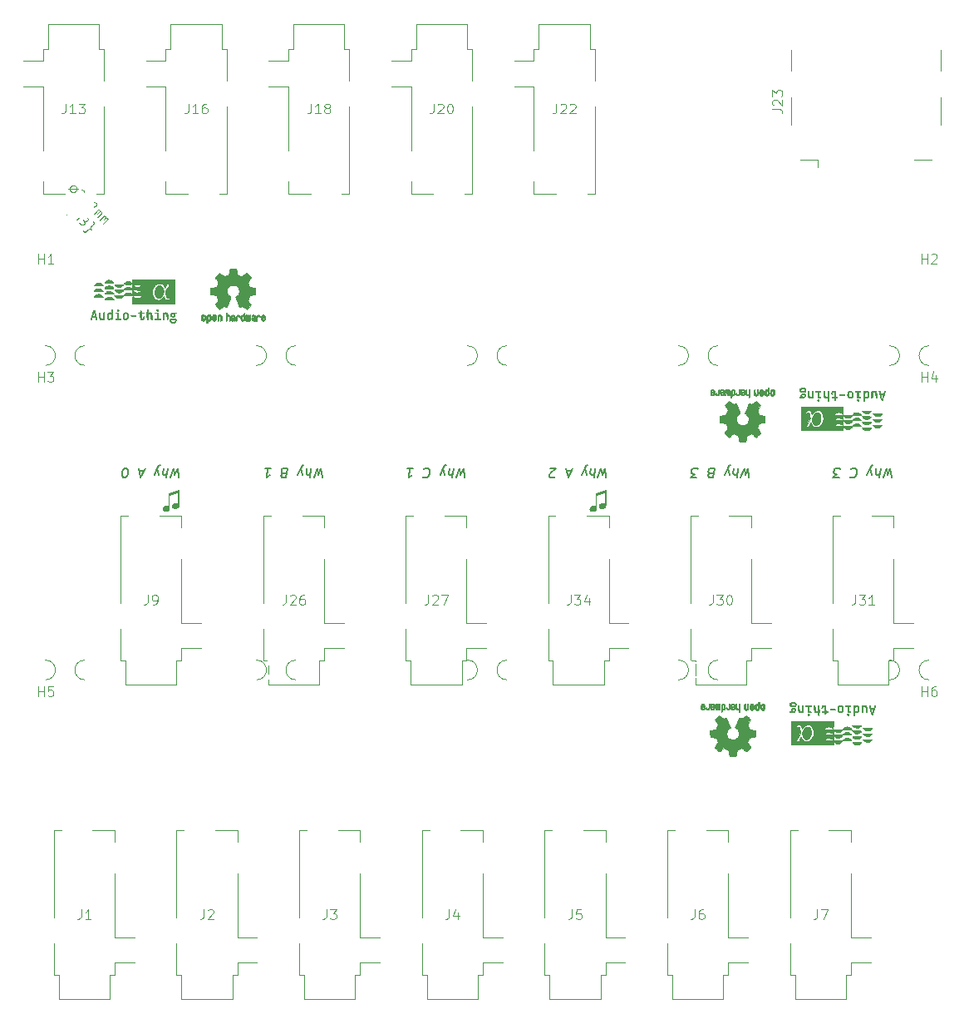
<source format=gbr>
%TF.GenerationSoftware,KiCad,Pcbnew,8.0.5*%
%TF.CreationDate,2024-11-15T20:40:57-05:00*%
%TF.ProjectId,One-8-DM5,4f6e652d-382d-4444-9d35-2e6b69636164,rev?*%
%TF.SameCoordinates,Original*%
%TF.FileFunction,Legend,Top*%
%TF.FilePolarity,Positive*%
%FSLAX46Y46*%
G04 Gerber Fmt 4.6, Leading zero omitted, Abs format (unit mm)*
G04 Created by KiCad (PCBNEW 8.0.5) date 2024-11-15 20:40:57*
%MOMM*%
%LPD*%
G01*
G04 APERTURE LIST*
%ADD10C,0.150000*%
%ADD11C,0.187500*%
%ADD12C,0.100000*%
%ADD13C,0.500000*%
%ADD14C,1.700000*%
%ADD15R,2.800000X2.200000*%
%ADD16R,2.800000X2.800000*%
%ADD17R,2.800000X2.600000*%
%ADD18C,5.600000*%
%ADD19R,0.300000X2.600000*%
%ADD20O,1.500000X3.300000*%
%ADD21O,1.500000X2.300000*%
G04 APERTURE END LIST*
D10*
G36*
X185796938Y-90838663D02*
G01*
X186890657Y-90498189D01*
X186890657Y-92020310D01*
X186886412Y-92118656D01*
X186870109Y-92215010D01*
X186847182Y-92277254D01*
X186788686Y-92356266D01*
X186706562Y-92416809D01*
X186700148Y-92420380D01*
X186604392Y-92458781D01*
X186506266Y-92475184D01*
X186466163Y-92476556D01*
X186362208Y-92464466D01*
X186268813Y-92424082D01*
X186226805Y-92390582D01*
X186165697Y-92305818D01*
X186139595Y-92210030D01*
X186137413Y-92168810D01*
X186152319Y-92071151D01*
X186197038Y-91984071D01*
X186243414Y-91931894D01*
X186323563Y-91875159D01*
X186418257Y-91841975D01*
X186516966Y-91832243D01*
X186613686Y-91842013D01*
X186706376Y-91873245D01*
X186750462Y-91891350D01*
X186750462Y-90896304D01*
X185932737Y-91150806D01*
X185932737Y-92299235D01*
X185927542Y-92404761D01*
X185908007Y-92507147D01*
X185888773Y-92558133D01*
X185829056Y-92641420D01*
X185744456Y-92702199D01*
X185737831Y-92705655D01*
X185640485Y-92743389D01*
X185543395Y-92759507D01*
X185504335Y-92760854D01*
X185400654Y-92748970D01*
X185308178Y-92709275D01*
X185266931Y-92676346D01*
X185207492Y-92592584D01*
X185182103Y-92497224D01*
X185179981Y-92456039D01*
X185194681Y-92354121D01*
X185238782Y-92265255D01*
X185284517Y-92213262D01*
X185371986Y-92153430D01*
X185468097Y-92122843D01*
X185558069Y-92115076D01*
X185656443Y-92127138D01*
X185756330Y-92159937D01*
X185796938Y-92178091D01*
X185796938Y-90838663D01*
G37*
G36*
X142296938Y-90838663D02*
G01*
X143390657Y-90498189D01*
X143390657Y-92020310D01*
X143386412Y-92118656D01*
X143370109Y-92215010D01*
X143347182Y-92277254D01*
X143288686Y-92356266D01*
X143206562Y-92416809D01*
X143200148Y-92420380D01*
X143104392Y-92458781D01*
X143006266Y-92475184D01*
X142966163Y-92476556D01*
X142862208Y-92464466D01*
X142768813Y-92424082D01*
X142726805Y-92390582D01*
X142665697Y-92305818D01*
X142639595Y-92210030D01*
X142637413Y-92168810D01*
X142652319Y-92071151D01*
X142697038Y-91984071D01*
X142743414Y-91931894D01*
X142823563Y-91875159D01*
X142918257Y-91841975D01*
X143016966Y-91832243D01*
X143113686Y-91842013D01*
X143206376Y-91873245D01*
X143250462Y-91891350D01*
X143250462Y-90896304D01*
X142432737Y-91150806D01*
X142432737Y-92299235D01*
X142427542Y-92404761D01*
X142408007Y-92507147D01*
X142388773Y-92558133D01*
X142329056Y-92641420D01*
X142244456Y-92702199D01*
X142237831Y-92705655D01*
X142140485Y-92743389D01*
X142043395Y-92759507D01*
X142004335Y-92760854D01*
X141900654Y-92748970D01*
X141808178Y-92709275D01*
X141766931Y-92676346D01*
X141707492Y-92592584D01*
X141682103Y-92497224D01*
X141679981Y-92456039D01*
X141694681Y-92354121D01*
X141738782Y-92265255D01*
X141784517Y-92213262D01*
X141871986Y-92153430D01*
X141968097Y-92122843D01*
X142058069Y-92115076D01*
X142156443Y-92127138D01*
X142256330Y-92159937D01*
X142296938Y-92178091D01*
X142296938Y-90838663D01*
G37*
D11*
G36*
X132687820Y-59508665D02*
G01*
X132743955Y-59524104D01*
X132798707Y-59548601D01*
X132851313Y-59582353D01*
X132901012Y-59625554D01*
X132907716Y-59632389D01*
X132943930Y-59674774D01*
X132973343Y-59719190D01*
X132996055Y-59765195D01*
X133012170Y-59812344D01*
X133022770Y-59868205D01*
X133157480Y-59868205D01*
X133198584Y-59882367D01*
X133203601Y-59888497D01*
X133199275Y-59937978D01*
X133157307Y-59951968D01*
X133023115Y-59951449D01*
X133020970Y-59967702D01*
X133010197Y-60015898D01*
X132992985Y-60062883D01*
X132969423Y-60108185D01*
X132939599Y-60151333D01*
X132903603Y-60191856D01*
X132872320Y-60220354D01*
X132822467Y-60255943D01*
X132769774Y-60282939D01*
X132715003Y-60301340D01*
X132658913Y-60311143D01*
X132602267Y-60312346D01*
X132545823Y-60304946D01*
X132490344Y-60288941D01*
X132436590Y-60264327D01*
X132385322Y-60231103D01*
X132337300Y-60189265D01*
X132330577Y-60182415D01*
X132294141Y-60139978D01*
X132264385Y-60095566D01*
X132241288Y-60049609D01*
X132224828Y-60002538D01*
X132214055Y-59947132D01*
X132314503Y-59947132D01*
X132323227Y-59995201D01*
X132340387Y-60041667D01*
X132366064Y-60085639D01*
X132400338Y-60126228D01*
X132449822Y-60166810D01*
X132503084Y-60194546D01*
X132558788Y-60209868D01*
X132615594Y-60213207D01*
X132672166Y-60204993D01*
X132727165Y-60185657D01*
X132779253Y-60155632D01*
X132827094Y-60115347D01*
X132848286Y-60092277D01*
X132880148Y-60047851D01*
X132903772Y-60000444D01*
X132918973Y-59950931D01*
X132314503Y-59947132D01*
X132214055Y-59947132D01*
X132213988Y-59946786D01*
X132060280Y-59946786D01*
X132025566Y-59933833D01*
X132018307Y-59923937D01*
X132025912Y-59875459D01*
X132057453Y-59863888D01*
X132317957Y-59863888D01*
X132924327Y-59867514D01*
X132915835Y-59820131D01*
X132898745Y-59774059D01*
X132872815Y-59730027D01*
X132837802Y-59688764D01*
X132789225Y-59649075D01*
X132736100Y-59621436D01*
X132679962Y-59605624D01*
X132622351Y-59601418D01*
X132564805Y-59608594D01*
X132508862Y-59626930D01*
X132456060Y-59656203D01*
X132407937Y-59696190D01*
X132382653Y-59724414D01*
X132354938Y-59764845D01*
X132332027Y-59813304D01*
X132317957Y-59863888D01*
X132057453Y-59863888D01*
X132060280Y-59862851D01*
X132213643Y-59863197D01*
X132215820Y-59847097D01*
X132226704Y-59799258D01*
X132244072Y-59752457D01*
X132267870Y-59707144D01*
X132298043Y-59663772D01*
X132334537Y-59622790D01*
X132364668Y-59595303D01*
X132413088Y-59560499D01*
X132464700Y-59533580D01*
X132518742Y-59514741D01*
X132574451Y-59504179D01*
X132631064Y-59502088D01*
X132687820Y-59508665D01*
G37*
G36*
X133352810Y-60430017D02*
G01*
X133351429Y-60422763D01*
X133359028Y-60423800D01*
X133401144Y-60451526D01*
X133455177Y-60476914D01*
X133506486Y-60490311D01*
X133566296Y-60492256D01*
X133620705Y-60480223D01*
X133669076Y-60456857D01*
X133710773Y-60424803D01*
X133718256Y-60417582D01*
X133754959Y-60374462D01*
X133780443Y-60329834D01*
X133797019Y-60272863D01*
X133797212Y-60215692D01*
X133781658Y-60159519D01*
X133758305Y-60116104D01*
X133725607Y-60074706D01*
X133716010Y-60064744D01*
X133677500Y-60031129D01*
X133630585Y-60000849D01*
X133585735Y-59980938D01*
X133536223Y-59968240D01*
X133482582Y-59964980D01*
X133425347Y-59973383D01*
X133402377Y-59986336D01*
X133392322Y-60035298D01*
X133402031Y-60049892D01*
X133450044Y-60061981D01*
X133502422Y-60059606D01*
X133550796Y-60068658D01*
X133598165Y-60090224D01*
X133636739Y-60120874D01*
X133670135Y-60163736D01*
X133687822Y-60214757D01*
X133684052Y-60265621D01*
X133660355Y-60315017D01*
X133632075Y-60348673D01*
X133586759Y-60384194D01*
X133538449Y-60403403D01*
X133487211Y-60406659D01*
X133433115Y-60394323D01*
X133387824Y-60373469D01*
X133340780Y-60343051D01*
X133292018Y-60303251D01*
X133245026Y-60285206D01*
X133216718Y-60300142D01*
X133205726Y-60349432D01*
X133222417Y-60372852D01*
X133266121Y-60418471D01*
X133302234Y-60463339D01*
X133329516Y-60507607D01*
X133349304Y-60562333D01*
X133350923Y-60616665D01*
X133331946Y-60670902D01*
X133300304Y-60714425D01*
X133289945Y-60725344D01*
X133252055Y-60757407D01*
X133202651Y-60782720D01*
X133149542Y-60790918D01*
X133093348Y-60779086D01*
X133044613Y-60751820D01*
X133004635Y-60717400D01*
X132972449Y-60679847D01*
X132945843Y-60636936D01*
X132926381Y-60588627D01*
X132925363Y-60584934D01*
X132907747Y-60550738D01*
X132859769Y-60539596D01*
X132839701Y-60551775D01*
X132824803Y-60599005D01*
X132825367Y-60603414D01*
X132840520Y-60651768D01*
X132865840Y-60699629D01*
X132896911Y-60744118D01*
X132929728Y-60781643D01*
X132935726Y-60787691D01*
X132974107Y-60821655D01*
X133027974Y-60857131D01*
X133084011Y-60881086D01*
X133141229Y-60893183D01*
X133198637Y-60893084D01*
X133255247Y-60880450D01*
X133310068Y-60854943D01*
X133362111Y-60816226D01*
X133374571Y-60804443D01*
X133408989Y-60763967D01*
X133436375Y-60715730D01*
X133451974Y-60660470D01*
X133451029Y-60598928D01*
X133435167Y-60545668D01*
X133403239Y-60489238D01*
X133367285Y-60445063D01*
X133352810Y-60430017D01*
G37*
G36*
X133558330Y-61417894D02*
G01*
X133600463Y-61444289D01*
X133653633Y-61449146D01*
X133699259Y-61431620D01*
X133716874Y-61417203D01*
X133743147Y-61375400D01*
X133748341Y-61322420D01*
X133727999Y-61272313D01*
X133716874Y-61259350D01*
X133674582Y-61232765D01*
X133621334Y-61227572D01*
X133571343Y-61247823D01*
X133558503Y-61258832D01*
X133531866Y-61301140D01*
X133526649Y-61354517D01*
X133543944Y-61400264D01*
X133558330Y-61417894D01*
G37*
G36*
X134176271Y-61875564D02*
G01*
X134231245Y-61864753D01*
X134289228Y-61855187D01*
X134347440Y-61846920D01*
X134403096Y-61840008D01*
X134453414Y-61834506D01*
X134502832Y-61829844D01*
X134509594Y-61829279D01*
X134560903Y-61824940D01*
X134611533Y-61819176D01*
X134663134Y-61811599D01*
X134717359Y-61801819D01*
X134766280Y-61789970D01*
X134813352Y-61774205D01*
X134858548Y-61753595D01*
X134901841Y-61727210D01*
X134943203Y-61694123D01*
X134956556Y-61681443D01*
X134993331Y-61639280D01*
X135021067Y-61594939D01*
X135039259Y-61549044D01*
X135047805Y-61490439D01*
X135039659Y-61431596D01*
X135020459Y-61385170D01*
X134989438Y-61339994D01*
X134969336Y-61318070D01*
X134922845Y-61279411D01*
X134873477Y-61252177D01*
X134822327Y-61235426D01*
X134770490Y-61228211D01*
X134719061Y-61229588D01*
X134669135Y-61238613D01*
X134649831Y-61244152D01*
X134609590Y-61265740D01*
X134600498Y-61315113D01*
X134608727Y-61326705D01*
X134657278Y-61340939D01*
X134666756Y-61338795D01*
X134717941Y-61327123D01*
X134768216Y-61324187D01*
X134817362Y-61333567D01*
X134865164Y-61358842D01*
X134891791Y-61381799D01*
X134923243Y-61424817D01*
X134935456Y-61476071D01*
X134925604Y-61526656D01*
X134898199Y-61574662D01*
X134870376Y-61606316D01*
X134828334Y-61641821D01*
X134779859Y-61670100D01*
X134730754Y-61689836D01*
X134682962Y-61703901D01*
X134627675Y-61716441D01*
X134603200Y-61721165D01*
X134550470Y-61728580D01*
X134490967Y-61735455D01*
X134436084Y-61741459D01*
X134376969Y-61747948D01*
X134315688Y-61754957D01*
X134254307Y-61762519D01*
X134194893Y-61770671D01*
X134180589Y-61772805D01*
X134130971Y-61784332D01*
X134087644Y-61807788D01*
X134085774Y-61809591D01*
X134063928Y-61853484D01*
X134078632Y-61904180D01*
X134098726Y-61928585D01*
X134401307Y-62231166D01*
X134447685Y-62249285D01*
X134476607Y-62233929D01*
X134491001Y-62185056D01*
X134473843Y-62159320D01*
X134176271Y-61875564D01*
G37*
G36*
X135328564Y-62228920D02*
G01*
X135356334Y-62188004D01*
X135370217Y-62140394D01*
X135359190Y-62091336D01*
X135335300Y-62059841D01*
X135291330Y-62030685D01*
X135240636Y-62023376D01*
X135188101Y-62038653D01*
X135152232Y-62061223D01*
X135186592Y-62025567D01*
X135206116Y-62003539D01*
X135224191Y-61957881D01*
X135210261Y-61934803D01*
X135160238Y-61924534D01*
X135118510Y-61958490D01*
X135110091Y-61966926D01*
X134660538Y-62420969D01*
X134639290Y-62465394D01*
X134657257Y-62498860D01*
X134703909Y-62516945D01*
X134736183Y-62496614D01*
X135012685Y-62218040D01*
X135047526Y-62183268D01*
X135087941Y-62144576D01*
X135128738Y-62109706D01*
X135167775Y-62085402D01*
X135216484Y-62077171D01*
X135253955Y-62096282D01*
X135273883Y-62142600D01*
X135272262Y-62153966D01*
X135253610Y-62192307D01*
X135221104Y-62230897D01*
X135203525Y-62248954D01*
X135166199Y-62284553D01*
X135131334Y-62316655D01*
X135095131Y-62350345D01*
X135072096Y-62375202D01*
X135053285Y-62421159D01*
X135069678Y-62448084D01*
X135117716Y-62460062D01*
X135144460Y-62442039D01*
X135179435Y-62407287D01*
X135201107Y-62383319D01*
X135235732Y-62345350D01*
X135266563Y-62312683D01*
X135303225Y-62278688D01*
X135332709Y-62258626D01*
X135382223Y-62246586D01*
X135425625Y-62267952D01*
X135444768Y-62313058D01*
X135433915Y-62348778D01*
X135402743Y-62391729D01*
X135367524Y-62431616D01*
X135333761Y-62467301D01*
X135293850Y-62507840D01*
X135020630Y-62781061D01*
X134999833Y-62825936D01*
X135019076Y-62860678D01*
X135065025Y-62878061D01*
X135098175Y-62858606D01*
X135375368Y-62581413D01*
X135412587Y-62544026D01*
X135452756Y-62502631D01*
X135485996Y-62466090D01*
X135516939Y-62427023D01*
X135543420Y-62379775D01*
X135550491Y-62356895D01*
X135551963Y-62305364D01*
X135530138Y-62257558D01*
X135512151Y-62236692D01*
X135470181Y-62207471D01*
X135419620Y-62196970D01*
X135369068Y-62207152D01*
X135328564Y-62228920D01*
G37*
G36*
X135953068Y-62853425D02*
G01*
X135980838Y-62812509D01*
X135994721Y-62764898D01*
X135983694Y-62715840D01*
X135959804Y-62684346D01*
X135915835Y-62655189D01*
X135865140Y-62647880D01*
X135812606Y-62663157D01*
X135776736Y-62685727D01*
X135811096Y-62650072D01*
X135830620Y-62628043D01*
X135848695Y-62582385D01*
X135834765Y-62559307D01*
X135784742Y-62549038D01*
X135743014Y-62582994D01*
X135734596Y-62591430D01*
X135285042Y-63045473D01*
X135263795Y-63089898D01*
X135281761Y-63123364D01*
X135328413Y-63141449D01*
X135360688Y-63121118D01*
X135637190Y-62842544D01*
X135672030Y-62807772D01*
X135712445Y-62769080D01*
X135753242Y-62734210D01*
X135792279Y-62709906D01*
X135840988Y-62701675D01*
X135878459Y-62720786D01*
X135898387Y-62767104D01*
X135896766Y-62778470D01*
X135878114Y-62816811D01*
X135845608Y-62855401D01*
X135828029Y-62873458D01*
X135790703Y-62909057D01*
X135755838Y-62941159D01*
X135719635Y-62974849D01*
X135696600Y-62999706D01*
X135677789Y-63045663D01*
X135694182Y-63072588D01*
X135742221Y-63084566D01*
X135768964Y-63066543D01*
X135803939Y-63031791D01*
X135825612Y-63007823D01*
X135860236Y-62969854D01*
X135891067Y-62937187D01*
X135927729Y-62903193D01*
X135957213Y-62883130D01*
X136006727Y-62871090D01*
X136050129Y-62892456D01*
X136069272Y-62937562D01*
X136058419Y-62973282D01*
X136027247Y-63016233D01*
X135992028Y-63056120D01*
X135958265Y-63091805D01*
X135918355Y-63132344D01*
X135645134Y-63405565D01*
X135624337Y-63450440D01*
X135643580Y-63485182D01*
X135689529Y-63502565D01*
X135722679Y-63483110D01*
X135999872Y-63205917D01*
X136037091Y-63168530D01*
X136077260Y-63127135D01*
X136110500Y-63090594D01*
X136141443Y-63051527D01*
X136167924Y-63004279D01*
X136174995Y-62981400D01*
X136176467Y-62929868D01*
X136154642Y-62882062D01*
X136136655Y-62861196D01*
X136094685Y-62831975D01*
X136044124Y-62821474D01*
X135993572Y-62831656D01*
X135953068Y-62853425D01*
G37*
G36*
X132313743Y-61908102D02*
G01*
X132327560Y-61894285D01*
X132368009Y-61924926D01*
X132414411Y-61948158D01*
X132466051Y-61955794D01*
X132515821Y-61943644D01*
X132566413Y-61914140D01*
X132611143Y-61878051D01*
X132649939Y-61841706D01*
X132688810Y-61803249D01*
X132729174Y-61762476D01*
X132767535Y-61723582D01*
X132805091Y-61686175D01*
X132845640Y-61650091D01*
X132887964Y-61625637D01*
X132941476Y-61625571D01*
X132985601Y-61650371D01*
X133028829Y-61687583D01*
X133048434Y-61706727D01*
X133092994Y-61728520D01*
X133120279Y-61716744D01*
X133130917Y-61667150D01*
X133115962Y-61646452D01*
X133070543Y-61602373D01*
X133029170Y-61567023D01*
X132978966Y-61533303D01*
X132932753Y-61514706D01*
X132877812Y-61512381D01*
X132822675Y-61532888D01*
X132776023Y-61565435D01*
X132738350Y-61599112D01*
X132725129Y-61612084D01*
X132688700Y-61649107D01*
X132650474Y-61688201D01*
X132615549Y-61723528D01*
X132579344Y-61759380D01*
X132543273Y-61793907D01*
X132515464Y-61819331D01*
X132471331Y-61854771D01*
X132420407Y-61875016D01*
X132367402Y-61860507D01*
X132318978Y-61824266D01*
X132279720Y-61787035D01*
X132234549Y-61763117D01*
X132196131Y-61779436D01*
X132185595Y-61827884D01*
X132206839Y-61859917D01*
X132241552Y-61897418D01*
X132271634Y-61939259D01*
X132290083Y-61991044D01*
X132279456Y-62045176D01*
X132250832Y-62085662D01*
X132237580Y-62099632D01*
X132197450Y-62139437D01*
X132155740Y-62180471D01*
X132115059Y-62220576D01*
X132078016Y-62257593D01*
X132042880Y-62293999D01*
X132038796Y-62298417D01*
X132003341Y-62339211D01*
X131966539Y-62389713D01*
X131942844Y-62437237D01*
X131933553Y-62494891D01*
X131949119Y-62553520D01*
X131981101Y-62603225D01*
X132017297Y-62643189D01*
X132064542Y-62686205D01*
X132082836Y-62701339D01*
X132128989Y-62720078D01*
X132159690Y-62703239D01*
X132162969Y-62653135D01*
X132144492Y-62633811D01*
X132102808Y-62595984D01*
X132067726Y-62554476D01*
X132048014Y-62502792D01*
X132059318Y-62452572D01*
X132090938Y-62405633D01*
X132113577Y-62379416D01*
X132148370Y-62342902D01*
X132185281Y-62305986D01*
X132224431Y-62267539D01*
X132261743Y-62231023D01*
X132297509Y-62195484D01*
X132330855Y-62158945D01*
X132361390Y-62115543D01*
X132380309Y-62064855D01*
X132378197Y-62013297D01*
X132359077Y-61967838D01*
X132323064Y-61918548D01*
X132313743Y-61908102D01*
G37*
G36*
X133169155Y-62486493D02*
G01*
X133156893Y-62486321D01*
X133156893Y-62474231D01*
X133181313Y-62427418D01*
X133204819Y-62381553D01*
X133226997Y-62337436D01*
X133252223Y-62285970D01*
X133273923Y-62240054D01*
X133294174Y-62194484D01*
X133303520Y-62171133D01*
X133317720Y-62124192D01*
X133311740Y-62072531D01*
X133297994Y-62054729D01*
X133254433Y-62029504D01*
X133205775Y-62037202D01*
X133160409Y-62067636D01*
X133154993Y-62072345D01*
X133111405Y-62113051D01*
X133069842Y-62153299D01*
X133033272Y-62189150D01*
X132992844Y-62229054D01*
X132949252Y-62272286D01*
X132903187Y-62318124D01*
X132855342Y-62365844D01*
X132806410Y-62414723D01*
X132757083Y-62464038D01*
X132740672Y-62480449D01*
X132701596Y-62519381D01*
X132663692Y-62557010D01*
X132627624Y-62592903D01*
X132588747Y-62632011D01*
X132554323Y-62667489D01*
X132528935Y-62711184D01*
X132547069Y-62752806D01*
X132594647Y-62770711D01*
X132632558Y-62745725D01*
X132670449Y-62707328D01*
X132709107Y-62667713D01*
X132749676Y-62625930D01*
X132788438Y-62585878D01*
X132822535Y-62550567D01*
X132857912Y-62513880D01*
X132894656Y-62475726D01*
X132932443Y-62436422D01*
X132970945Y-62396286D01*
X133009836Y-62355635D01*
X133048791Y-62314787D01*
X133087482Y-62274060D01*
X133125585Y-62233771D01*
X133162772Y-62194238D01*
X133198717Y-62155778D01*
X133221830Y-62130892D01*
X133231675Y-62137973D01*
X133210224Y-62183640D01*
X133186842Y-62231653D01*
X133164678Y-62276432D01*
X133141642Y-62322591D01*
X133122525Y-62360763D01*
X133099501Y-62408525D01*
X133077826Y-62455889D01*
X133058969Y-62501892D01*
X133052061Y-62523798D01*
X133056301Y-62572906D01*
X133061214Y-62578545D01*
X133109508Y-62589712D01*
X133116307Y-62588044D01*
X133165194Y-62568710D01*
X133210756Y-62547798D01*
X133257630Y-62525571D01*
X133286595Y-62511708D01*
X133330855Y-62490068D01*
X133374808Y-62468499D01*
X133423683Y-62444636D01*
X133473438Y-62420847D01*
X133499714Y-62408776D01*
X133507831Y-62418275D01*
X133471094Y-62453315D01*
X133432644Y-62490349D01*
X133392870Y-62528954D01*
X133352162Y-62568710D01*
X133310912Y-62609195D01*
X133269509Y-62649989D01*
X133228343Y-62690672D01*
X133187805Y-62730821D01*
X133148284Y-62770016D01*
X133110172Y-62807836D01*
X133085738Y-62832078D01*
X133048584Y-62868520D01*
X133006902Y-62909493D01*
X132971086Y-62944803D01*
X132931973Y-62983547D01*
X132900252Y-63015491D01*
X132875642Y-63058927D01*
X132895589Y-63101326D01*
X132943551Y-63117269D01*
X132977452Y-63095454D01*
X133017373Y-63056317D01*
X133057296Y-63015936D01*
X133092232Y-62980029D01*
X133128457Y-62942661D01*
X133166565Y-62903578D01*
X133215745Y-62853623D01*
X133264868Y-62803886D01*
X133313193Y-62755048D01*
X133359981Y-62707793D01*
X133404491Y-62662802D01*
X133445982Y-62620758D01*
X133483715Y-62582343D01*
X133526900Y-62537946D01*
X133566960Y-62495691D01*
X133577950Y-62483557D01*
X133607856Y-62441700D01*
X133618054Y-62392488D01*
X133595048Y-62351783D01*
X133551282Y-62328732D01*
X133502029Y-62332525D01*
X133467936Y-62342802D01*
X133417026Y-62362971D01*
X133366636Y-62386153D01*
X133317897Y-62409943D01*
X133263976Y-62437180D01*
X133217709Y-62461066D01*
X133169155Y-62486493D01*
G37*
G36*
X133726131Y-63179216D02*
G01*
X133724750Y-63171963D01*
X133732349Y-63172999D01*
X133774465Y-63200725D01*
X133828498Y-63226114D01*
X133879807Y-63239510D01*
X133939617Y-63241455D01*
X133994026Y-63229422D01*
X134042397Y-63206056D01*
X134084094Y-63174002D01*
X134091577Y-63166781D01*
X134128280Y-63123661D01*
X134153764Y-63079033D01*
X134170340Y-63022062D01*
X134170533Y-62964891D01*
X134154979Y-62908718D01*
X134131626Y-62865303D01*
X134098928Y-62823905D01*
X134089332Y-62813943D01*
X134050821Y-62780328D01*
X134003906Y-62750048D01*
X133959056Y-62730137D01*
X133909544Y-62717439D01*
X133855903Y-62714179D01*
X133798668Y-62722582D01*
X133775698Y-62735535D01*
X133765643Y-62784497D01*
X133775352Y-62799091D01*
X133823365Y-62811180D01*
X133875743Y-62808805D01*
X133924117Y-62817857D01*
X133971486Y-62839423D01*
X134010060Y-62870073D01*
X134043457Y-62912935D01*
X134061143Y-62963956D01*
X134057373Y-63014820D01*
X134033676Y-63064216D01*
X134005397Y-63097872D01*
X133960080Y-63133393D01*
X133911770Y-63152602D01*
X133860532Y-63155858D01*
X133806436Y-63143522D01*
X133761145Y-63122669D01*
X133714101Y-63092250D01*
X133665339Y-63052450D01*
X133618347Y-63034405D01*
X133590039Y-63049341D01*
X133579047Y-63098631D01*
X133595738Y-63122051D01*
X133639442Y-63167671D01*
X133675555Y-63212538D01*
X133702837Y-63256806D01*
X133722625Y-63311532D01*
X133724244Y-63365864D01*
X133705267Y-63420101D01*
X133673625Y-63463624D01*
X133663266Y-63474543D01*
X133625376Y-63506606D01*
X133575972Y-63531919D01*
X133522863Y-63540117D01*
X133466669Y-63528285D01*
X133417934Y-63501019D01*
X133377956Y-63466599D01*
X133345770Y-63429046D01*
X133319164Y-63386135D01*
X133299702Y-63337826D01*
X133298685Y-63334133D01*
X133281069Y-63299937D01*
X133233090Y-63288795D01*
X133213022Y-63300974D01*
X133198124Y-63348204D01*
X133198688Y-63352613D01*
X133213841Y-63400967D01*
X133239161Y-63448828D01*
X133270232Y-63493317D01*
X133303049Y-63530842D01*
X133309047Y-63536890D01*
X133347428Y-63570854D01*
X133401295Y-63606330D01*
X133457332Y-63630285D01*
X133514550Y-63642382D01*
X133571958Y-63642283D01*
X133628568Y-63629649D01*
X133683389Y-63604142D01*
X133735432Y-63565425D01*
X133747892Y-63553642D01*
X133782310Y-63513166D01*
X133809696Y-63464929D01*
X133825295Y-63409670D01*
X133824350Y-63348127D01*
X133808488Y-63294867D01*
X133776560Y-63238437D01*
X133740606Y-63194262D01*
X133726131Y-63179216D01*
G37*
G36*
X134383622Y-63977980D02*
G01*
X134343520Y-63946773D01*
X134296453Y-63922402D01*
X134243134Y-63913389D01*
X134191616Y-63924920D01*
X134148805Y-63949053D01*
X134105027Y-63985392D01*
X134096067Y-63994042D01*
X134060616Y-64029897D01*
X134024137Y-64067245D01*
X133985690Y-64106395D01*
X133948737Y-64143270D01*
X133912135Y-64177974D01*
X133869661Y-64213320D01*
X133824557Y-64238582D01*
X133774776Y-64241572D01*
X133729790Y-64218873D01*
X133687498Y-64180433D01*
X133658949Y-64148268D01*
X133615505Y-64122978D01*
X133588312Y-64135661D01*
X133576211Y-64185127D01*
X133590903Y-64210097D01*
X133634742Y-64260380D01*
X133675386Y-64299649D01*
X133725757Y-64335732D01*
X133773211Y-64354293D01*
X133830828Y-64354651D01*
X133877487Y-64338097D01*
X133926358Y-64307851D01*
X133965412Y-64276889D01*
X133992962Y-64252583D01*
X134033785Y-64213362D01*
X134070803Y-64176320D01*
X134110908Y-64135638D01*
X134151942Y-64093928D01*
X134191746Y-64053798D01*
X134232851Y-64019567D01*
X134279695Y-64001448D01*
X134329142Y-64008541D01*
X134376622Y-64036051D01*
X134421704Y-64074953D01*
X134431462Y-64084540D01*
X134475361Y-64107172D01*
X134513152Y-64091275D01*
X134525773Y-64043999D01*
X134504344Y-64011658D01*
X134467113Y-63972401D01*
X134435348Y-63931361D01*
X134416609Y-63883597D01*
X134428666Y-63833393D01*
X134458722Y-63791855D01*
X134472393Y-63776260D01*
X134505715Y-63740313D01*
X134540994Y-63703723D01*
X134576645Y-63667720D01*
X134617684Y-63627022D01*
X134654237Y-63591063D01*
X134679294Y-63566250D01*
X134715655Y-63527563D01*
X134752024Y-63479900D01*
X134774355Y-63435198D01*
X134782206Y-63380958D01*
X134767376Y-63325517D01*
X134738903Y-63278123D01*
X134707721Y-63239715D01*
X134668015Y-63198079D01*
X134652870Y-63183361D01*
X134606185Y-63163963D01*
X134582234Y-63176626D01*
X134575140Y-63226885D01*
X134592596Y-63250889D01*
X134632430Y-63294446D01*
X134661680Y-63338716D01*
X134669301Y-63391405D01*
X134646656Y-63439061D01*
X134613788Y-63478069D01*
X134605549Y-63486632D01*
X134568142Y-63524189D01*
X134529248Y-63562550D01*
X134488475Y-63602914D01*
X134450018Y-63641785D01*
X134413673Y-63680581D01*
X134376365Y-63726039D01*
X134349888Y-63769082D01*
X134334379Y-63819458D01*
X134338889Y-63870653D01*
X134359678Y-63915633D01*
X134397439Y-63964164D01*
X134383622Y-63977980D01*
G37*
D12*
X170879166Y-133212419D02*
X170879166Y-133926704D01*
X170879166Y-133926704D02*
X170831547Y-134069561D01*
X170831547Y-134069561D02*
X170736309Y-134164800D01*
X170736309Y-134164800D02*
X170593452Y-134212419D01*
X170593452Y-134212419D02*
X170498214Y-134212419D01*
X171783928Y-133545752D02*
X171783928Y-134212419D01*
X171545833Y-133164800D02*
X171307738Y-133879085D01*
X171307738Y-133879085D02*
X171926785Y-133879085D01*
X158379166Y-133212419D02*
X158379166Y-133926704D01*
X158379166Y-133926704D02*
X158331547Y-134069561D01*
X158331547Y-134069561D02*
X158236309Y-134164800D01*
X158236309Y-134164800D02*
X158093452Y-134212419D01*
X158093452Y-134212419D02*
X157998214Y-134212419D01*
X158760119Y-133212419D02*
X159379166Y-133212419D01*
X159379166Y-133212419D02*
X159045833Y-133593371D01*
X159045833Y-133593371D02*
X159188690Y-133593371D01*
X159188690Y-133593371D02*
X159283928Y-133640990D01*
X159283928Y-133640990D02*
X159331547Y-133688609D01*
X159331547Y-133688609D02*
X159379166Y-133783847D01*
X159379166Y-133783847D02*
X159379166Y-134021942D01*
X159379166Y-134021942D02*
X159331547Y-134117180D01*
X159331547Y-134117180D02*
X159283928Y-134164800D01*
X159283928Y-134164800D02*
X159188690Y-134212419D01*
X159188690Y-134212419D02*
X158902976Y-134212419D01*
X158902976Y-134212419D02*
X158807738Y-134164800D01*
X158807738Y-134164800D02*
X158760119Y-134117180D01*
X219000595Y-79507419D02*
X219000595Y-78507419D01*
X219000595Y-78983609D02*
X219572023Y-78983609D01*
X219572023Y-79507419D02*
X219572023Y-78507419D01*
X220476785Y-78840752D02*
X220476785Y-79507419D01*
X220238690Y-78459800D02*
X220000595Y-79174085D01*
X220000595Y-79174085D02*
X220619642Y-79174085D01*
X140179166Y-101207419D02*
X140179166Y-101921704D01*
X140179166Y-101921704D02*
X140131547Y-102064561D01*
X140131547Y-102064561D02*
X140036309Y-102159800D01*
X140036309Y-102159800D02*
X139893452Y-102207419D01*
X139893452Y-102207419D02*
X139798214Y-102207419D01*
X140702976Y-102207419D02*
X140893452Y-102207419D01*
X140893452Y-102207419D02*
X140988690Y-102159800D01*
X140988690Y-102159800D02*
X141036309Y-102112180D01*
X141036309Y-102112180D02*
X141131547Y-101969323D01*
X141131547Y-101969323D02*
X141179166Y-101778847D01*
X141179166Y-101778847D02*
X141179166Y-101397895D01*
X141179166Y-101397895D02*
X141131547Y-101302657D01*
X141131547Y-101302657D02*
X141083928Y-101255038D01*
X141083928Y-101255038D02*
X140988690Y-101207419D01*
X140988690Y-101207419D02*
X140798214Y-101207419D01*
X140798214Y-101207419D02*
X140702976Y-101255038D01*
X140702976Y-101255038D02*
X140655357Y-101302657D01*
X140655357Y-101302657D02*
X140607738Y-101397895D01*
X140607738Y-101397895D02*
X140607738Y-101635990D01*
X140607738Y-101635990D02*
X140655357Y-101731228D01*
X140655357Y-101731228D02*
X140702976Y-101778847D01*
X140702976Y-101778847D02*
X140798214Y-101826466D01*
X140798214Y-101826466D02*
X140988690Y-101826466D01*
X140988690Y-101826466D02*
X141083928Y-101778847D01*
X141083928Y-101778847D02*
X141131547Y-101731228D01*
X141131547Y-101731228D02*
X141179166Y-101635990D01*
D10*
X143322024Y-89295180D02*
X143208929Y-88295180D01*
X143208929Y-88295180D02*
X142929167Y-89009466D01*
X142929167Y-89009466D02*
X142827976Y-88295180D01*
X142827976Y-88295180D02*
X142464881Y-89295180D01*
X142208929Y-88295180D02*
X142083929Y-89295180D01*
X141780357Y-88295180D02*
X141714881Y-88818990D01*
X141714881Y-88818990D02*
X141750595Y-88914228D01*
X141750595Y-88914228D02*
X141839881Y-88961847D01*
X141839881Y-88961847D02*
X141982738Y-88961847D01*
X141982738Y-88961847D02*
X142083929Y-88914228D01*
X142083929Y-88914228D02*
X142137500Y-88866609D01*
X141316071Y-88961847D02*
X141161310Y-88295180D01*
X140839881Y-88961847D02*
X141161310Y-88295180D01*
X141161310Y-88295180D02*
X141286310Y-88057085D01*
X141286310Y-88057085D02*
X141339881Y-88009466D01*
X141339881Y-88009466D02*
X141441071Y-87961847D01*
X139792261Y-88580895D02*
X139316071Y-88580895D01*
X139923214Y-88295180D02*
X139464880Y-89295180D01*
X139464880Y-89295180D02*
X139256547Y-88295180D01*
X137845832Y-89295180D02*
X137750594Y-89295180D01*
X137750594Y-89295180D02*
X137661309Y-89247561D01*
X137661309Y-89247561D02*
X137619642Y-89199942D01*
X137619642Y-89199942D02*
X137583928Y-89104704D01*
X137583928Y-89104704D02*
X137560118Y-88914228D01*
X137560118Y-88914228D02*
X137589880Y-88676133D01*
X137589880Y-88676133D02*
X137661309Y-88485657D01*
X137661309Y-88485657D02*
X137720832Y-88390419D01*
X137720832Y-88390419D02*
X137774404Y-88342800D01*
X137774404Y-88342800D02*
X137875594Y-88295180D01*
X137875594Y-88295180D02*
X137970832Y-88295180D01*
X137970832Y-88295180D02*
X138060118Y-88342800D01*
X138060118Y-88342800D02*
X138101785Y-88390419D01*
X138101785Y-88390419D02*
X138137499Y-88485657D01*
X138137499Y-88485657D02*
X138161309Y-88676133D01*
X138161309Y-88676133D02*
X138131547Y-88914228D01*
X138131547Y-88914228D02*
X138060118Y-89104704D01*
X138060118Y-89104704D02*
X138000594Y-89199942D01*
X138000594Y-89199942D02*
X137947023Y-89247561D01*
X137947023Y-89247561D02*
X137845832Y-89295180D01*
D12*
X133379166Y-133212419D02*
X133379166Y-133926704D01*
X133379166Y-133926704D02*
X133331547Y-134069561D01*
X133331547Y-134069561D02*
X133236309Y-134164800D01*
X133236309Y-134164800D02*
X133093452Y-134212419D01*
X133093452Y-134212419D02*
X132998214Y-134212419D01*
X134379166Y-134212419D02*
X133807738Y-134212419D01*
X134093452Y-134212419D02*
X134093452Y-133212419D01*
X134093452Y-133212419D02*
X133998214Y-133355276D01*
X133998214Y-133355276D02*
X133902976Y-133450514D01*
X133902976Y-133450514D02*
X133807738Y-133498133D01*
X129000595Y-111507419D02*
X129000595Y-110507419D01*
X129000595Y-110983609D02*
X129572023Y-110983609D01*
X129572023Y-111507419D02*
X129572023Y-110507419D01*
X130524404Y-110507419D02*
X130048214Y-110507419D01*
X130048214Y-110507419D02*
X130000595Y-110983609D01*
X130000595Y-110983609D02*
X130048214Y-110935990D01*
X130048214Y-110935990D02*
X130143452Y-110888371D01*
X130143452Y-110888371D02*
X130381547Y-110888371D01*
X130381547Y-110888371D02*
X130476785Y-110935990D01*
X130476785Y-110935990D02*
X130524404Y-110983609D01*
X130524404Y-110983609D02*
X130572023Y-111078847D01*
X130572023Y-111078847D02*
X130572023Y-111316942D01*
X130572023Y-111316942D02*
X130524404Y-111412180D01*
X130524404Y-111412180D02*
X130476785Y-111459800D01*
X130476785Y-111459800D02*
X130381547Y-111507419D01*
X130381547Y-111507419D02*
X130143452Y-111507419D01*
X130143452Y-111507419D02*
X130048214Y-111459800D01*
X130048214Y-111459800D02*
X130000595Y-111412180D01*
X219000595Y-67507419D02*
X219000595Y-66507419D01*
X219000595Y-66983609D02*
X219572023Y-66983609D01*
X219572023Y-67507419D02*
X219572023Y-66507419D01*
X220000595Y-66602657D02*
X220048214Y-66555038D01*
X220048214Y-66555038D02*
X220143452Y-66507419D01*
X220143452Y-66507419D02*
X220381547Y-66507419D01*
X220381547Y-66507419D02*
X220476785Y-66555038D01*
X220476785Y-66555038D02*
X220524404Y-66602657D01*
X220524404Y-66602657D02*
X220572023Y-66697895D01*
X220572023Y-66697895D02*
X220572023Y-66793133D01*
X220572023Y-66793133D02*
X220524404Y-66935990D01*
X220524404Y-66935990D02*
X219952976Y-67507419D01*
X219952976Y-67507419D02*
X220572023Y-67507419D01*
X144302976Y-51212419D02*
X144302976Y-51926704D01*
X144302976Y-51926704D02*
X144255357Y-52069561D01*
X144255357Y-52069561D02*
X144160119Y-52164800D01*
X144160119Y-52164800D02*
X144017262Y-52212419D01*
X144017262Y-52212419D02*
X143922024Y-52212419D01*
X145302976Y-52212419D02*
X144731548Y-52212419D01*
X145017262Y-52212419D02*
X145017262Y-51212419D01*
X145017262Y-51212419D02*
X144922024Y-51355276D01*
X144922024Y-51355276D02*
X144826786Y-51450514D01*
X144826786Y-51450514D02*
X144731548Y-51498133D01*
X146160119Y-51212419D02*
X145969643Y-51212419D01*
X145969643Y-51212419D02*
X145874405Y-51260038D01*
X145874405Y-51260038D02*
X145826786Y-51307657D01*
X145826786Y-51307657D02*
X145731548Y-51450514D01*
X145731548Y-51450514D02*
X145683929Y-51640990D01*
X145683929Y-51640990D02*
X145683929Y-52021942D01*
X145683929Y-52021942D02*
X145731548Y-52117180D01*
X145731548Y-52117180D02*
X145779167Y-52164800D01*
X145779167Y-52164800D02*
X145874405Y-52212419D01*
X145874405Y-52212419D02*
X146064881Y-52212419D01*
X146064881Y-52212419D02*
X146160119Y-52164800D01*
X146160119Y-52164800D02*
X146207738Y-52117180D01*
X146207738Y-52117180D02*
X146255357Y-52021942D01*
X146255357Y-52021942D02*
X146255357Y-51783847D01*
X146255357Y-51783847D02*
X146207738Y-51688609D01*
X146207738Y-51688609D02*
X146160119Y-51640990D01*
X146160119Y-51640990D02*
X146064881Y-51593371D01*
X146064881Y-51593371D02*
X145874405Y-51593371D01*
X145874405Y-51593371D02*
X145779167Y-51640990D01*
X145779167Y-51640990D02*
X145731548Y-51688609D01*
X145731548Y-51688609D02*
X145683929Y-51783847D01*
X154252976Y-101207419D02*
X154252976Y-101921704D01*
X154252976Y-101921704D02*
X154205357Y-102064561D01*
X154205357Y-102064561D02*
X154110119Y-102159800D01*
X154110119Y-102159800D02*
X153967262Y-102207419D01*
X153967262Y-102207419D02*
X153872024Y-102207419D01*
X154681548Y-101302657D02*
X154729167Y-101255038D01*
X154729167Y-101255038D02*
X154824405Y-101207419D01*
X154824405Y-101207419D02*
X155062500Y-101207419D01*
X155062500Y-101207419D02*
X155157738Y-101255038D01*
X155157738Y-101255038D02*
X155205357Y-101302657D01*
X155205357Y-101302657D02*
X155252976Y-101397895D01*
X155252976Y-101397895D02*
X155252976Y-101493133D01*
X155252976Y-101493133D02*
X155205357Y-101635990D01*
X155205357Y-101635990D02*
X154633929Y-102207419D01*
X154633929Y-102207419D02*
X155252976Y-102207419D01*
X156110119Y-101207419D02*
X155919643Y-101207419D01*
X155919643Y-101207419D02*
X155824405Y-101255038D01*
X155824405Y-101255038D02*
X155776786Y-101302657D01*
X155776786Y-101302657D02*
X155681548Y-101445514D01*
X155681548Y-101445514D02*
X155633929Y-101635990D01*
X155633929Y-101635990D02*
X155633929Y-102016942D01*
X155633929Y-102016942D02*
X155681548Y-102112180D01*
X155681548Y-102112180D02*
X155729167Y-102159800D01*
X155729167Y-102159800D02*
X155824405Y-102207419D01*
X155824405Y-102207419D02*
X156014881Y-102207419D01*
X156014881Y-102207419D02*
X156110119Y-102159800D01*
X156110119Y-102159800D02*
X156157738Y-102112180D01*
X156157738Y-102112180D02*
X156205357Y-102016942D01*
X156205357Y-102016942D02*
X156205357Y-101778847D01*
X156205357Y-101778847D02*
X156157738Y-101683609D01*
X156157738Y-101683609D02*
X156110119Y-101635990D01*
X156110119Y-101635990D02*
X156014881Y-101588371D01*
X156014881Y-101588371D02*
X155824405Y-101588371D01*
X155824405Y-101588371D02*
X155729167Y-101635990D01*
X155729167Y-101635990D02*
X155681548Y-101683609D01*
X155681548Y-101683609D02*
X155633929Y-101778847D01*
D10*
X157943452Y-89295180D02*
X157830357Y-88295180D01*
X157830357Y-88295180D02*
X157550595Y-89009466D01*
X157550595Y-89009466D02*
X157449404Y-88295180D01*
X157449404Y-88295180D02*
X157086309Y-89295180D01*
X156830357Y-88295180D02*
X156705357Y-89295180D01*
X156401785Y-88295180D02*
X156336309Y-88818990D01*
X156336309Y-88818990D02*
X156372023Y-88914228D01*
X156372023Y-88914228D02*
X156461309Y-88961847D01*
X156461309Y-88961847D02*
X156604166Y-88961847D01*
X156604166Y-88961847D02*
X156705357Y-88914228D01*
X156705357Y-88914228D02*
X156758928Y-88866609D01*
X155937499Y-88961847D02*
X155782738Y-88295180D01*
X155461309Y-88961847D02*
X155782738Y-88295180D01*
X155782738Y-88295180D02*
X155907738Y-88057085D01*
X155907738Y-88057085D02*
X155961309Y-88009466D01*
X155961309Y-88009466D02*
X156062499Y-87961847D01*
X154002975Y-88818990D02*
X153866070Y-88771371D01*
X153866070Y-88771371D02*
X153824404Y-88723752D01*
X153824404Y-88723752D02*
X153788689Y-88628514D01*
X153788689Y-88628514D02*
X153806547Y-88485657D01*
X153806547Y-88485657D02*
X153866070Y-88390419D01*
X153866070Y-88390419D02*
X153919642Y-88342800D01*
X153919642Y-88342800D02*
X154020832Y-88295180D01*
X154020832Y-88295180D02*
X154401785Y-88295180D01*
X154401785Y-88295180D02*
X154276785Y-89295180D01*
X154276785Y-89295180D02*
X153943451Y-89295180D01*
X153943451Y-89295180D02*
X153854166Y-89247561D01*
X153854166Y-89247561D02*
X153812499Y-89199942D01*
X153812499Y-89199942D02*
X153776785Y-89104704D01*
X153776785Y-89104704D02*
X153788689Y-89009466D01*
X153788689Y-89009466D02*
X153848213Y-88914228D01*
X153848213Y-88914228D02*
X153901785Y-88866609D01*
X153901785Y-88866609D02*
X154002975Y-88818990D01*
X154002975Y-88818990D02*
X154336308Y-88818990D01*
X152116070Y-88295180D02*
X152687499Y-88295180D01*
X152401784Y-88295180D02*
X152276784Y-89295180D01*
X152276784Y-89295180D02*
X152389880Y-89152323D01*
X152389880Y-89152323D02*
X152497023Y-89057085D01*
X152497023Y-89057085D02*
X152598213Y-89009466D01*
D12*
X208379166Y-133212419D02*
X208379166Y-133926704D01*
X208379166Y-133926704D02*
X208331547Y-134069561D01*
X208331547Y-134069561D02*
X208236309Y-134164800D01*
X208236309Y-134164800D02*
X208093452Y-134212419D01*
X208093452Y-134212419D02*
X207998214Y-134212419D01*
X208760119Y-133212419D02*
X209426785Y-133212419D01*
X209426785Y-133212419D02*
X208998214Y-134212419D01*
X168752976Y-101207419D02*
X168752976Y-101921704D01*
X168752976Y-101921704D02*
X168705357Y-102064561D01*
X168705357Y-102064561D02*
X168610119Y-102159800D01*
X168610119Y-102159800D02*
X168467262Y-102207419D01*
X168467262Y-102207419D02*
X168372024Y-102207419D01*
X169181548Y-101302657D02*
X169229167Y-101255038D01*
X169229167Y-101255038D02*
X169324405Y-101207419D01*
X169324405Y-101207419D02*
X169562500Y-101207419D01*
X169562500Y-101207419D02*
X169657738Y-101255038D01*
X169657738Y-101255038D02*
X169705357Y-101302657D01*
X169705357Y-101302657D02*
X169752976Y-101397895D01*
X169752976Y-101397895D02*
X169752976Y-101493133D01*
X169752976Y-101493133D02*
X169705357Y-101635990D01*
X169705357Y-101635990D02*
X169133929Y-102207419D01*
X169133929Y-102207419D02*
X169752976Y-102207419D01*
X170086310Y-101207419D02*
X170752976Y-101207419D01*
X170752976Y-101207419D02*
X170324405Y-102207419D01*
D10*
X172443452Y-89295180D02*
X172330357Y-88295180D01*
X172330357Y-88295180D02*
X172050595Y-89009466D01*
X172050595Y-89009466D02*
X171949404Y-88295180D01*
X171949404Y-88295180D02*
X171586309Y-89295180D01*
X171330357Y-88295180D02*
X171205357Y-89295180D01*
X170901785Y-88295180D02*
X170836309Y-88818990D01*
X170836309Y-88818990D02*
X170872023Y-88914228D01*
X170872023Y-88914228D02*
X170961309Y-88961847D01*
X170961309Y-88961847D02*
X171104166Y-88961847D01*
X171104166Y-88961847D02*
X171205357Y-88914228D01*
X171205357Y-88914228D02*
X171258928Y-88866609D01*
X170437499Y-88961847D02*
X170282738Y-88295180D01*
X169961309Y-88961847D02*
X170282738Y-88295180D01*
X170282738Y-88295180D02*
X170407738Y-88057085D01*
X170407738Y-88057085D02*
X170461309Y-88009466D01*
X170461309Y-88009466D02*
X170562499Y-87961847D01*
X168318451Y-88390419D02*
X168372023Y-88342800D01*
X168372023Y-88342800D02*
X168520832Y-88295180D01*
X168520832Y-88295180D02*
X168616070Y-88295180D01*
X168616070Y-88295180D02*
X168752975Y-88342800D01*
X168752975Y-88342800D02*
X168836308Y-88438038D01*
X168836308Y-88438038D02*
X168872023Y-88533276D01*
X168872023Y-88533276D02*
X168895832Y-88723752D01*
X168895832Y-88723752D02*
X168877975Y-88866609D01*
X168877975Y-88866609D02*
X168806547Y-89057085D01*
X168806547Y-89057085D02*
X168747023Y-89152323D01*
X168747023Y-89152323D02*
X168639880Y-89247561D01*
X168639880Y-89247561D02*
X168491070Y-89295180D01*
X168491070Y-89295180D02*
X168395832Y-89295180D01*
X168395832Y-89295180D02*
X168258928Y-89247561D01*
X168258928Y-89247561D02*
X168217261Y-89199942D01*
X166616070Y-88295180D02*
X167187499Y-88295180D01*
X166901784Y-88295180D02*
X166776784Y-89295180D01*
X166776784Y-89295180D02*
X166889880Y-89152323D01*
X166889880Y-89152323D02*
X166997023Y-89057085D01*
X166997023Y-89057085D02*
X167098213Y-89009466D01*
D12*
X203819919Y-51784523D02*
X204534204Y-51784523D01*
X204534204Y-51784523D02*
X204677061Y-51832142D01*
X204677061Y-51832142D02*
X204772300Y-51927380D01*
X204772300Y-51927380D02*
X204819919Y-52070237D01*
X204819919Y-52070237D02*
X204819919Y-52165475D01*
X203915157Y-51355951D02*
X203867538Y-51308332D01*
X203867538Y-51308332D02*
X203819919Y-51213094D01*
X203819919Y-51213094D02*
X203819919Y-50974999D01*
X203819919Y-50974999D02*
X203867538Y-50879761D01*
X203867538Y-50879761D02*
X203915157Y-50832142D01*
X203915157Y-50832142D02*
X204010395Y-50784523D01*
X204010395Y-50784523D02*
X204105633Y-50784523D01*
X204105633Y-50784523D02*
X204248490Y-50832142D01*
X204248490Y-50832142D02*
X204819919Y-51403570D01*
X204819919Y-51403570D02*
X204819919Y-50784523D01*
X203819919Y-50451189D02*
X203819919Y-49832142D01*
X203819919Y-49832142D02*
X204200871Y-50165475D01*
X204200871Y-50165475D02*
X204200871Y-50022618D01*
X204200871Y-50022618D02*
X204248490Y-49927380D01*
X204248490Y-49927380D02*
X204296109Y-49879761D01*
X204296109Y-49879761D02*
X204391347Y-49832142D01*
X204391347Y-49832142D02*
X204629442Y-49832142D01*
X204629442Y-49832142D02*
X204724680Y-49879761D01*
X204724680Y-49879761D02*
X204772300Y-49927380D01*
X204772300Y-49927380D02*
X204819919Y-50022618D01*
X204819919Y-50022618D02*
X204819919Y-50308332D01*
X204819919Y-50308332D02*
X204772300Y-50403570D01*
X204772300Y-50403570D02*
X204724680Y-50451189D01*
X181802976Y-51212419D02*
X181802976Y-51926704D01*
X181802976Y-51926704D02*
X181755357Y-52069561D01*
X181755357Y-52069561D02*
X181660119Y-52164800D01*
X181660119Y-52164800D02*
X181517262Y-52212419D01*
X181517262Y-52212419D02*
X181422024Y-52212419D01*
X182231548Y-51307657D02*
X182279167Y-51260038D01*
X182279167Y-51260038D02*
X182374405Y-51212419D01*
X182374405Y-51212419D02*
X182612500Y-51212419D01*
X182612500Y-51212419D02*
X182707738Y-51260038D01*
X182707738Y-51260038D02*
X182755357Y-51307657D01*
X182755357Y-51307657D02*
X182802976Y-51402895D01*
X182802976Y-51402895D02*
X182802976Y-51498133D01*
X182802976Y-51498133D02*
X182755357Y-51640990D01*
X182755357Y-51640990D02*
X182183929Y-52212419D01*
X182183929Y-52212419D02*
X182802976Y-52212419D01*
X183183929Y-51307657D02*
X183231548Y-51260038D01*
X183231548Y-51260038D02*
X183326786Y-51212419D01*
X183326786Y-51212419D02*
X183564881Y-51212419D01*
X183564881Y-51212419D02*
X183660119Y-51260038D01*
X183660119Y-51260038D02*
X183707738Y-51307657D01*
X183707738Y-51307657D02*
X183755357Y-51402895D01*
X183755357Y-51402895D02*
X183755357Y-51498133D01*
X183755357Y-51498133D02*
X183707738Y-51640990D01*
X183707738Y-51640990D02*
X183136310Y-52212419D01*
X183136310Y-52212419D02*
X183755357Y-52212419D01*
X145879166Y-133212419D02*
X145879166Y-133926704D01*
X145879166Y-133926704D02*
X145831547Y-134069561D01*
X145831547Y-134069561D02*
X145736309Y-134164800D01*
X145736309Y-134164800D02*
X145593452Y-134212419D01*
X145593452Y-134212419D02*
X145498214Y-134212419D01*
X146307738Y-133307657D02*
X146355357Y-133260038D01*
X146355357Y-133260038D02*
X146450595Y-133212419D01*
X146450595Y-133212419D02*
X146688690Y-133212419D01*
X146688690Y-133212419D02*
X146783928Y-133260038D01*
X146783928Y-133260038D02*
X146831547Y-133307657D01*
X146831547Y-133307657D02*
X146879166Y-133402895D01*
X146879166Y-133402895D02*
X146879166Y-133498133D01*
X146879166Y-133498133D02*
X146831547Y-133640990D01*
X146831547Y-133640990D02*
X146260119Y-134212419D01*
X146260119Y-134212419D02*
X146879166Y-134212419D01*
X195879166Y-133212419D02*
X195879166Y-133926704D01*
X195879166Y-133926704D02*
X195831547Y-134069561D01*
X195831547Y-134069561D02*
X195736309Y-134164800D01*
X195736309Y-134164800D02*
X195593452Y-134212419D01*
X195593452Y-134212419D02*
X195498214Y-134212419D01*
X196783928Y-133212419D02*
X196593452Y-133212419D01*
X196593452Y-133212419D02*
X196498214Y-133260038D01*
X196498214Y-133260038D02*
X196450595Y-133307657D01*
X196450595Y-133307657D02*
X196355357Y-133450514D01*
X196355357Y-133450514D02*
X196307738Y-133640990D01*
X196307738Y-133640990D02*
X196307738Y-134021942D01*
X196307738Y-134021942D02*
X196355357Y-134117180D01*
X196355357Y-134117180D02*
X196402976Y-134164800D01*
X196402976Y-134164800D02*
X196498214Y-134212419D01*
X196498214Y-134212419D02*
X196688690Y-134212419D01*
X196688690Y-134212419D02*
X196783928Y-134164800D01*
X196783928Y-134164800D02*
X196831547Y-134117180D01*
X196831547Y-134117180D02*
X196879166Y-134021942D01*
X196879166Y-134021942D02*
X196879166Y-133783847D01*
X196879166Y-133783847D02*
X196831547Y-133688609D01*
X196831547Y-133688609D02*
X196783928Y-133640990D01*
X196783928Y-133640990D02*
X196688690Y-133593371D01*
X196688690Y-133593371D02*
X196498214Y-133593371D01*
X196498214Y-133593371D02*
X196402976Y-133640990D01*
X196402976Y-133640990D02*
X196355357Y-133688609D01*
X196355357Y-133688609D02*
X196307738Y-133783847D01*
X129000595Y-67507419D02*
X129000595Y-66507419D01*
X129000595Y-66983609D02*
X129572023Y-66983609D01*
X129572023Y-67507419D02*
X129572023Y-66507419D01*
X130572023Y-67507419D02*
X130000595Y-67507419D01*
X130286309Y-67507419D02*
X130286309Y-66507419D01*
X130286309Y-66507419D02*
X130191071Y-66650276D01*
X130191071Y-66650276D02*
X130095833Y-66745514D01*
X130095833Y-66745514D02*
X130000595Y-66793133D01*
X212252976Y-101207419D02*
X212252976Y-101921704D01*
X212252976Y-101921704D02*
X212205357Y-102064561D01*
X212205357Y-102064561D02*
X212110119Y-102159800D01*
X212110119Y-102159800D02*
X211967262Y-102207419D01*
X211967262Y-102207419D02*
X211872024Y-102207419D01*
X212633929Y-101207419D02*
X213252976Y-101207419D01*
X213252976Y-101207419D02*
X212919643Y-101588371D01*
X212919643Y-101588371D02*
X213062500Y-101588371D01*
X213062500Y-101588371D02*
X213157738Y-101635990D01*
X213157738Y-101635990D02*
X213205357Y-101683609D01*
X213205357Y-101683609D02*
X213252976Y-101778847D01*
X213252976Y-101778847D02*
X213252976Y-102016942D01*
X213252976Y-102016942D02*
X213205357Y-102112180D01*
X213205357Y-102112180D02*
X213157738Y-102159800D01*
X213157738Y-102159800D02*
X213062500Y-102207419D01*
X213062500Y-102207419D02*
X212776786Y-102207419D01*
X212776786Y-102207419D02*
X212681548Y-102159800D01*
X212681548Y-102159800D02*
X212633929Y-102112180D01*
X214205357Y-102207419D02*
X213633929Y-102207419D01*
X213919643Y-102207419D02*
X213919643Y-101207419D01*
X213919643Y-101207419D02*
X213824405Y-101350276D01*
X213824405Y-101350276D02*
X213729167Y-101445514D01*
X213729167Y-101445514D02*
X213633929Y-101493133D01*
D10*
X215943452Y-89295180D02*
X215830357Y-88295180D01*
X215830357Y-88295180D02*
X215550595Y-89009466D01*
X215550595Y-89009466D02*
X215449404Y-88295180D01*
X215449404Y-88295180D02*
X215086309Y-89295180D01*
X214830357Y-88295180D02*
X214705357Y-89295180D01*
X214401785Y-88295180D02*
X214336309Y-88818990D01*
X214336309Y-88818990D02*
X214372023Y-88914228D01*
X214372023Y-88914228D02*
X214461309Y-88961847D01*
X214461309Y-88961847D02*
X214604166Y-88961847D01*
X214604166Y-88961847D02*
X214705357Y-88914228D01*
X214705357Y-88914228D02*
X214758928Y-88866609D01*
X213937499Y-88961847D02*
X213782738Y-88295180D01*
X213461309Y-88961847D02*
X213782738Y-88295180D01*
X213782738Y-88295180D02*
X213907738Y-88057085D01*
X213907738Y-88057085D02*
X213961309Y-88009466D01*
X213961309Y-88009466D02*
X214062499Y-87961847D01*
X211818451Y-88390419D02*
X211872023Y-88342800D01*
X211872023Y-88342800D02*
X212020832Y-88295180D01*
X212020832Y-88295180D02*
X212116070Y-88295180D01*
X212116070Y-88295180D02*
X212252975Y-88342800D01*
X212252975Y-88342800D02*
X212336308Y-88438038D01*
X212336308Y-88438038D02*
X212372023Y-88533276D01*
X212372023Y-88533276D02*
X212395832Y-88723752D01*
X212395832Y-88723752D02*
X212377975Y-88866609D01*
X212377975Y-88866609D02*
X212306547Y-89057085D01*
X212306547Y-89057085D02*
X212247023Y-89152323D01*
X212247023Y-89152323D02*
X212139880Y-89247561D01*
X212139880Y-89247561D02*
X211991070Y-89295180D01*
X211991070Y-89295180D02*
X211895832Y-89295180D01*
X211895832Y-89295180D02*
X211758928Y-89247561D01*
X211758928Y-89247561D02*
X211717261Y-89199942D01*
X210610118Y-89295180D02*
X209991070Y-89295180D01*
X209991070Y-89295180D02*
X210372023Y-88914228D01*
X210372023Y-88914228D02*
X210229165Y-88914228D01*
X210229165Y-88914228D02*
X210139880Y-88866609D01*
X210139880Y-88866609D02*
X210098213Y-88818990D01*
X210098213Y-88818990D02*
X210062499Y-88723752D01*
X210062499Y-88723752D02*
X210092261Y-88485657D01*
X210092261Y-88485657D02*
X210151784Y-88390419D01*
X210151784Y-88390419D02*
X210205356Y-88342800D01*
X210205356Y-88342800D02*
X210306546Y-88295180D01*
X210306546Y-88295180D02*
X210592261Y-88295180D01*
X210592261Y-88295180D02*
X210681546Y-88342800D01*
X210681546Y-88342800D02*
X210723213Y-88390419D01*
D12*
X156802976Y-51212419D02*
X156802976Y-51926704D01*
X156802976Y-51926704D02*
X156755357Y-52069561D01*
X156755357Y-52069561D02*
X156660119Y-52164800D01*
X156660119Y-52164800D02*
X156517262Y-52212419D01*
X156517262Y-52212419D02*
X156422024Y-52212419D01*
X157802976Y-52212419D02*
X157231548Y-52212419D01*
X157517262Y-52212419D02*
X157517262Y-51212419D01*
X157517262Y-51212419D02*
X157422024Y-51355276D01*
X157422024Y-51355276D02*
X157326786Y-51450514D01*
X157326786Y-51450514D02*
X157231548Y-51498133D01*
X158374405Y-51640990D02*
X158279167Y-51593371D01*
X158279167Y-51593371D02*
X158231548Y-51545752D01*
X158231548Y-51545752D02*
X158183929Y-51450514D01*
X158183929Y-51450514D02*
X158183929Y-51402895D01*
X158183929Y-51402895D02*
X158231548Y-51307657D01*
X158231548Y-51307657D02*
X158279167Y-51260038D01*
X158279167Y-51260038D02*
X158374405Y-51212419D01*
X158374405Y-51212419D02*
X158564881Y-51212419D01*
X158564881Y-51212419D02*
X158660119Y-51260038D01*
X158660119Y-51260038D02*
X158707738Y-51307657D01*
X158707738Y-51307657D02*
X158755357Y-51402895D01*
X158755357Y-51402895D02*
X158755357Y-51450514D01*
X158755357Y-51450514D02*
X158707738Y-51545752D01*
X158707738Y-51545752D02*
X158660119Y-51593371D01*
X158660119Y-51593371D02*
X158564881Y-51640990D01*
X158564881Y-51640990D02*
X158374405Y-51640990D01*
X158374405Y-51640990D02*
X158279167Y-51688609D01*
X158279167Y-51688609D02*
X158231548Y-51736228D01*
X158231548Y-51736228D02*
X158183929Y-51831466D01*
X158183929Y-51831466D02*
X158183929Y-52021942D01*
X158183929Y-52021942D02*
X158231548Y-52117180D01*
X158231548Y-52117180D02*
X158279167Y-52164800D01*
X158279167Y-52164800D02*
X158374405Y-52212419D01*
X158374405Y-52212419D02*
X158564881Y-52212419D01*
X158564881Y-52212419D02*
X158660119Y-52164800D01*
X158660119Y-52164800D02*
X158707738Y-52117180D01*
X158707738Y-52117180D02*
X158755357Y-52021942D01*
X158755357Y-52021942D02*
X158755357Y-51831466D01*
X158755357Y-51831466D02*
X158707738Y-51736228D01*
X158707738Y-51736228D02*
X158660119Y-51688609D01*
X158660119Y-51688609D02*
X158564881Y-51640990D01*
X131802976Y-51212419D02*
X131802976Y-51926704D01*
X131802976Y-51926704D02*
X131755357Y-52069561D01*
X131755357Y-52069561D02*
X131660119Y-52164800D01*
X131660119Y-52164800D02*
X131517262Y-52212419D01*
X131517262Y-52212419D02*
X131422024Y-52212419D01*
X132802976Y-52212419D02*
X132231548Y-52212419D01*
X132517262Y-52212419D02*
X132517262Y-51212419D01*
X132517262Y-51212419D02*
X132422024Y-51355276D01*
X132422024Y-51355276D02*
X132326786Y-51450514D01*
X132326786Y-51450514D02*
X132231548Y-51498133D01*
X133136310Y-51212419D02*
X133755357Y-51212419D01*
X133755357Y-51212419D02*
X133422024Y-51593371D01*
X133422024Y-51593371D02*
X133564881Y-51593371D01*
X133564881Y-51593371D02*
X133660119Y-51640990D01*
X133660119Y-51640990D02*
X133707738Y-51688609D01*
X133707738Y-51688609D02*
X133755357Y-51783847D01*
X133755357Y-51783847D02*
X133755357Y-52021942D01*
X133755357Y-52021942D02*
X133707738Y-52117180D01*
X133707738Y-52117180D02*
X133660119Y-52164800D01*
X133660119Y-52164800D02*
X133564881Y-52212419D01*
X133564881Y-52212419D02*
X133279167Y-52212419D01*
X133279167Y-52212419D02*
X133183929Y-52164800D01*
X133183929Y-52164800D02*
X133136310Y-52117180D01*
X183252976Y-101207419D02*
X183252976Y-101921704D01*
X183252976Y-101921704D02*
X183205357Y-102064561D01*
X183205357Y-102064561D02*
X183110119Y-102159800D01*
X183110119Y-102159800D02*
X182967262Y-102207419D01*
X182967262Y-102207419D02*
X182872024Y-102207419D01*
X183633929Y-101207419D02*
X184252976Y-101207419D01*
X184252976Y-101207419D02*
X183919643Y-101588371D01*
X183919643Y-101588371D02*
X184062500Y-101588371D01*
X184062500Y-101588371D02*
X184157738Y-101635990D01*
X184157738Y-101635990D02*
X184205357Y-101683609D01*
X184205357Y-101683609D02*
X184252976Y-101778847D01*
X184252976Y-101778847D02*
X184252976Y-102016942D01*
X184252976Y-102016942D02*
X184205357Y-102112180D01*
X184205357Y-102112180D02*
X184157738Y-102159800D01*
X184157738Y-102159800D02*
X184062500Y-102207419D01*
X184062500Y-102207419D02*
X183776786Y-102207419D01*
X183776786Y-102207419D02*
X183681548Y-102159800D01*
X183681548Y-102159800D02*
X183633929Y-102112180D01*
X185110119Y-101540752D02*
X185110119Y-102207419D01*
X184872024Y-101159800D02*
X184633929Y-101874085D01*
X184633929Y-101874085D02*
X185252976Y-101874085D01*
D10*
X186872024Y-89295180D02*
X186758929Y-88295180D01*
X186758929Y-88295180D02*
X186479167Y-89009466D01*
X186479167Y-89009466D02*
X186377976Y-88295180D01*
X186377976Y-88295180D02*
X186014881Y-89295180D01*
X185758929Y-88295180D02*
X185633929Y-89295180D01*
X185330357Y-88295180D02*
X185264881Y-88818990D01*
X185264881Y-88818990D02*
X185300595Y-88914228D01*
X185300595Y-88914228D02*
X185389881Y-88961847D01*
X185389881Y-88961847D02*
X185532738Y-88961847D01*
X185532738Y-88961847D02*
X185633929Y-88914228D01*
X185633929Y-88914228D02*
X185687500Y-88866609D01*
X184866071Y-88961847D02*
X184711310Y-88295180D01*
X184389881Y-88961847D02*
X184711310Y-88295180D01*
X184711310Y-88295180D02*
X184836310Y-88057085D01*
X184836310Y-88057085D02*
X184889881Y-88009466D01*
X184889881Y-88009466D02*
X184991071Y-87961847D01*
X183342261Y-88580895D02*
X182866071Y-88580895D01*
X183473214Y-88295180D02*
X183014880Y-89295180D01*
X183014880Y-89295180D02*
X182806547Y-88295180D01*
X181645832Y-89199942D02*
X181592261Y-89247561D01*
X181592261Y-89247561D02*
X181491071Y-89295180D01*
X181491071Y-89295180D02*
X181252975Y-89295180D01*
X181252975Y-89295180D02*
X181163690Y-89247561D01*
X181163690Y-89247561D02*
X181122023Y-89199942D01*
X181122023Y-89199942D02*
X181086309Y-89104704D01*
X181086309Y-89104704D02*
X181098213Y-89009466D01*
X181098213Y-89009466D02*
X181163690Y-88866609D01*
X181163690Y-88866609D02*
X181806547Y-88295180D01*
X181806547Y-88295180D02*
X181187499Y-88295180D01*
D12*
X169302976Y-51212419D02*
X169302976Y-51926704D01*
X169302976Y-51926704D02*
X169255357Y-52069561D01*
X169255357Y-52069561D02*
X169160119Y-52164800D01*
X169160119Y-52164800D02*
X169017262Y-52212419D01*
X169017262Y-52212419D02*
X168922024Y-52212419D01*
X169731548Y-51307657D02*
X169779167Y-51260038D01*
X169779167Y-51260038D02*
X169874405Y-51212419D01*
X169874405Y-51212419D02*
X170112500Y-51212419D01*
X170112500Y-51212419D02*
X170207738Y-51260038D01*
X170207738Y-51260038D02*
X170255357Y-51307657D01*
X170255357Y-51307657D02*
X170302976Y-51402895D01*
X170302976Y-51402895D02*
X170302976Y-51498133D01*
X170302976Y-51498133D02*
X170255357Y-51640990D01*
X170255357Y-51640990D02*
X169683929Y-52212419D01*
X169683929Y-52212419D02*
X170302976Y-52212419D01*
X170922024Y-51212419D02*
X171017262Y-51212419D01*
X171017262Y-51212419D02*
X171112500Y-51260038D01*
X171112500Y-51260038D02*
X171160119Y-51307657D01*
X171160119Y-51307657D02*
X171207738Y-51402895D01*
X171207738Y-51402895D02*
X171255357Y-51593371D01*
X171255357Y-51593371D02*
X171255357Y-51831466D01*
X171255357Y-51831466D02*
X171207738Y-52021942D01*
X171207738Y-52021942D02*
X171160119Y-52117180D01*
X171160119Y-52117180D02*
X171112500Y-52164800D01*
X171112500Y-52164800D02*
X171017262Y-52212419D01*
X171017262Y-52212419D02*
X170922024Y-52212419D01*
X170922024Y-52212419D02*
X170826786Y-52164800D01*
X170826786Y-52164800D02*
X170779167Y-52117180D01*
X170779167Y-52117180D02*
X170731548Y-52021942D01*
X170731548Y-52021942D02*
X170683929Y-51831466D01*
X170683929Y-51831466D02*
X170683929Y-51593371D01*
X170683929Y-51593371D02*
X170731548Y-51402895D01*
X170731548Y-51402895D02*
X170779167Y-51307657D01*
X170779167Y-51307657D02*
X170826786Y-51260038D01*
X170826786Y-51260038D02*
X170922024Y-51212419D01*
X197752976Y-101207419D02*
X197752976Y-101921704D01*
X197752976Y-101921704D02*
X197705357Y-102064561D01*
X197705357Y-102064561D02*
X197610119Y-102159800D01*
X197610119Y-102159800D02*
X197467262Y-102207419D01*
X197467262Y-102207419D02*
X197372024Y-102207419D01*
X198133929Y-101207419D02*
X198752976Y-101207419D01*
X198752976Y-101207419D02*
X198419643Y-101588371D01*
X198419643Y-101588371D02*
X198562500Y-101588371D01*
X198562500Y-101588371D02*
X198657738Y-101635990D01*
X198657738Y-101635990D02*
X198705357Y-101683609D01*
X198705357Y-101683609D02*
X198752976Y-101778847D01*
X198752976Y-101778847D02*
X198752976Y-102016942D01*
X198752976Y-102016942D02*
X198705357Y-102112180D01*
X198705357Y-102112180D02*
X198657738Y-102159800D01*
X198657738Y-102159800D02*
X198562500Y-102207419D01*
X198562500Y-102207419D02*
X198276786Y-102207419D01*
X198276786Y-102207419D02*
X198181548Y-102159800D01*
X198181548Y-102159800D02*
X198133929Y-102112180D01*
X199372024Y-101207419D02*
X199467262Y-101207419D01*
X199467262Y-101207419D02*
X199562500Y-101255038D01*
X199562500Y-101255038D02*
X199610119Y-101302657D01*
X199610119Y-101302657D02*
X199657738Y-101397895D01*
X199657738Y-101397895D02*
X199705357Y-101588371D01*
X199705357Y-101588371D02*
X199705357Y-101826466D01*
X199705357Y-101826466D02*
X199657738Y-102016942D01*
X199657738Y-102016942D02*
X199610119Y-102112180D01*
X199610119Y-102112180D02*
X199562500Y-102159800D01*
X199562500Y-102159800D02*
X199467262Y-102207419D01*
X199467262Y-102207419D02*
X199372024Y-102207419D01*
X199372024Y-102207419D02*
X199276786Y-102159800D01*
X199276786Y-102159800D02*
X199229167Y-102112180D01*
X199229167Y-102112180D02*
X199181548Y-102016942D01*
X199181548Y-102016942D02*
X199133929Y-101826466D01*
X199133929Y-101826466D02*
X199133929Y-101588371D01*
X199133929Y-101588371D02*
X199181548Y-101397895D01*
X199181548Y-101397895D02*
X199229167Y-101302657D01*
X199229167Y-101302657D02*
X199276786Y-101255038D01*
X199276786Y-101255038D02*
X199372024Y-101207419D01*
D10*
X201443452Y-89295180D02*
X201330357Y-88295180D01*
X201330357Y-88295180D02*
X201050595Y-89009466D01*
X201050595Y-89009466D02*
X200949404Y-88295180D01*
X200949404Y-88295180D02*
X200586309Y-89295180D01*
X200330357Y-88295180D02*
X200205357Y-89295180D01*
X199901785Y-88295180D02*
X199836309Y-88818990D01*
X199836309Y-88818990D02*
X199872023Y-88914228D01*
X199872023Y-88914228D02*
X199961309Y-88961847D01*
X199961309Y-88961847D02*
X200104166Y-88961847D01*
X200104166Y-88961847D02*
X200205357Y-88914228D01*
X200205357Y-88914228D02*
X200258928Y-88866609D01*
X199437499Y-88961847D02*
X199282738Y-88295180D01*
X198961309Y-88961847D02*
X199282738Y-88295180D01*
X199282738Y-88295180D02*
X199407738Y-88057085D01*
X199407738Y-88057085D02*
X199461309Y-88009466D01*
X199461309Y-88009466D02*
X199562499Y-87961847D01*
X197502975Y-88818990D02*
X197366070Y-88771371D01*
X197366070Y-88771371D02*
X197324404Y-88723752D01*
X197324404Y-88723752D02*
X197288689Y-88628514D01*
X197288689Y-88628514D02*
X197306547Y-88485657D01*
X197306547Y-88485657D02*
X197366070Y-88390419D01*
X197366070Y-88390419D02*
X197419642Y-88342800D01*
X197419642Y-88342800D02*
X197520832Y-88295180D01*
X197520832Y-88295180D02*
X197901785Y-88295180D01*
X197901785Y-88295180D02*
X197776785Y-89295180D01*
X197776785Y-89295180D02*
X197443451Y-89295180D01*
X197443451Y-89295180D02*
X197354166Y-89247561D01*
X197354166Y-89247561D02*
X197312499Y-89199942D01*
X197312499Y-89199942D02*
X197276785Y-89104704D01*
X197276785Y-89104704D02*
X197288689Y-89009466D01*
X197288689Y-89009466D02*
X197348213Y-88914228D01*
X197348213Y-88914228D02*
X197401785Y-88866609D01*
X197401785Y-88866609D02*
X197502975Y-88818990D01*
X197502975Y-88818990D02*
X197836308Y-88818990D01*
X196110118Y-89295180D02*
X195491070Y-89295180D01*
X195491070Y-89295180D02*
X195872023Y-88914228D01*
X195872023Y-88914228D02*
X195729165Y-88914228D01*
X195729165Y-88914228D02*
X195639880Y-88866609D01*
X195639880Y-88866609D02*
X195598213Y-88818990D01*
X195598213Y-88818990D02*
X195562499Y-88723752D01*
X195562499Y-88723752D02*
X195592261Y-88485657D01*
X195592261Y-88485657D02*
X195651784Y-88390419D01*
X195651784Y-88390419D02*
X195705356Y-88342800D01*
X195705356Y-88342800D02*
X195806546Y-88295180D01*
X195806546Y-88295180D02*
X196092261Y-88295180D01*
X196092261Y-88295180D02*
X196181546Y-88342800D01*
X196181546Y-88342800D02*
X196223213Y-88390419D01*
D12*
X129000595Y-79507419D02*
X129000595Y-78507419D01*
X129000595Y-78983609D02*
X129572023Y-78983609D01*
X129572023Y-79507419D02*
X129572023Y-78507419D01*
X129952976Y-78507419D02*
X130572023Y-78507419D01*
X130572023Y-78507419D02*
X130238690Y-78888371D01*
X130238690Y-78888371D02*
X130381547Y-78888371D01*
X130381547Y-78888371D02*
X130476785Y-78935990D01*
X130476785Y-78935990D02*
X130524404Y-78983609D01*
X130524404Y-78983609D02*
X130572023Y-79078847D01*
X130572023Y-79078847D02*
X130572023Y-79316942D01*
X130572023Y-79316942D02*
X130524404Y-79412180D01*
X130524404Y-79412180D02*
X130476785Y-79459800D01*
X130476785Y-79459800D02*
X130381547Y-79507419D01*
X130381547Y-79507419D02*
X130095833Y-79507419D01*
X130095833Y-79507419D02*
X130000595Y-79459800D01*
X130000595Y-79459800D02*
X129952976Y-79412180D01*
X219000595Y-111507419D02*
X219000595Y-110507419D01*
X219000595Y-110983609D02*
X219572023Y-110983609D01*
X219572023Y-111507419D02*
X219572023Y-110507419D01*
X220476785Y-110507419D02*
X220286309Y-110507419D01*
X220286309Y-110507419D02*
X220191071Y-110555038D01*
X220191071Y-110555038D02*
X220143452Y-110602657D01*
X220143452Y-110602657D02*
X220048214Y-110745514D01*
X220048214Y-110745514D02*
X220000595Y-110935990D01*
X220000595Y-110935990D02*
X220000595Y-111316942D01*
X220000595Y-111316942D02*
X220048214Y-111412180D01*
X220048214Y-111412180D02*
X220095833Y-111459800D01*
X220095833Y-111459800D02*
X220191071Y-111507419D01*
X220191071Y-111507419D02*
X220381547Y-111507419D01*
X220381547Y-111507419D02*
X220476785Y-111459800D01*
X220476785Y-111459800D02*
X220524404Y-111412180D01*
X220524404Y-111412180D02*
X220572023Y-111316942D01*
X220572023Y-111316942D02*
X220572023Y-111078847D01*
X220572023Y-111078847D02*
X220524404Y-110983609D01*
X220524404Y-110983609D02*
X220476785Y-110935990D01*
X220476785Y-110935990D02*
X220381547Y-110888371D01*
X220381547Y-110888371D02*
X220191071Y-110888371D01*
X220191071Y-110888371D02*
X220095833Y-110935990D01*
X220095833Y-110935990D02*
X220048214Y-110983609D01*
X220048214Y-110983609D02*
X220000595Y-111078847D01*
X183379166Y-133212419D02*
X183379166Y-133926704D01*
X183379166Y-133926704D02*
X183331547Y-134069561D01*
X183331547Y-134069561D02*
X183236309Y-134164800D01*
X183236309Y-134164800D02*
X183093452Y-134212419D01*
X183093452Y-134212419D02*
X182998214Y-134212419D01*
X184331547Y-133212419D02*
X183855357Y-133212419D01*
X183855357Y-133212419D02*
X183807738Y-133688609D01*
X183807738Y-133688609D02*
X183855357Y-133640990D01*
X183855357Y-133640990D02*
X183950595Y-133593371D01*
X183950595Y-133593371D02*
X184188690Y-133593371D01*
X184188690Y-133593371D02*
X184283928Y-133640990D01*
X184283928Y-133640990D02*
X184331547Y-133688609D01*
X184331547Y-133688609D02*
X184379166Y-133783847D01*
X184379166Y-133783847D02*
X184379166Y-134021942D01*
X184379166Y-134021942D02*
X184331547Y-134117180D01*
X184331547Y-134117180D02*
X184283928Y-134164800D01*
X184283928Y-134164800D02*
X184188690Y-134212419D01*
X184188690Y-134212419D02*
X183950595Y-134212419D01*
X183950595Y-134212419D02*
X183855357Y-134164800D01*
X183855357Y-134164800D02*
X183807738Y-134117180D01*
%TO.C,H9*%
X172762500Y-75850000D02*
G75*
G02*
X172762500Y-77850000I0J-1000000D01*
G01*
X176762500Y-77850000D02*
G75*
G02*
X176762500Y-75850000I0J1000000D01*
G01*
%TO.C,J4*%
X174312500Y-139850000D02*
X173812500Y-139850000D01*
X174312500Y-138650000D02*
X176312500Y-138650000D01*
X174312500Y-138650000D02*
X174312500Y-139850000D01*
X174312500Y-136050000D02*
X176312500Y-136050000D01*
X174312500Y-129550000D02*
X174312500Y-136050000D01*
X174312500Y-125150000D02*
X174312500Y-126350000D01*
X173812500Y-142350000D02*
X168612500Y-142350000D01*
X173812500Y-139850000D02*
X173812500Y-142350000D01*
X172062500Y-125150000D02*
X174312500Y-125150000D01*
X168612500Y-142350000D02*
X168612500Y-139850000D01*
X168612500Y-139850000D02*
X168112500Y-139850000D01*
X168112500Y-139850000D02*
X168112500Y-136650000D01*
X168112500Y-134050000D02*
X168112500Y-125150000D01*
X168112500Y-125150000D02*
X168862500Y-125150000D01*
%TO.C,J3*%
X161812500Y-139850000D02*
X161312500Y-139850000D01*
X161812500Y-138650000D02*
X163812500Y-138650000D01*
X161812500Y-138650000D02*
X161812500Y-139850000D01*
X161812500Y-136050000D02*
X163812500Y-136050000D01*
X161812500Y-129550000D02*
X161812500Y-136050000D01*
X161812500Y-125150000D02*
X161812500Y-126350000D01*
X161312500Y-142350000D02*
X156112500Y-142350000D01*
X161312500Y-139850000D02*
X161312500Y-142350000D01*
X159562500Y-125150000D02*
X161812500Y-125150000D01*
X156112500Y-142350000D02*
X156112500Y-139850000D01*
X156112500Y-139850000D02*
X155612500Y-139850000D01*
X155612500Y-139850000D02*
X155612500Y-136650000D01*
X155612500Y-134050000D02*
X155612500Y-125150000D01*
X155612500Y-125150000D02*
X156362500Y-125150000D01*
%TO.C,G5*%
X211547638Y-113303114D02*
X211571072Y-113321429D01*
X211600170Y-113368746D01*
X211589479Y-113413134D01*
X211578500Y-113426000D01*
X211534594Y-113447872D01*
X211484308Y-113444741D01*
X211442155Y-113421126D01*
X211422649Y-113381548D01*
X211422500Y-113377429D01*
X211438268Y-113340207D01*
X211474001Y-113305445D01*
X211512346Y-113290001D01*
X211512500Y-113290000D01*
X211547638Y-113303114D01*
G36*
X211547638Y-113303114D02*
G01*
X211571072Y-113321429D01*
X211600170Y-113368746D01*
X211589479Y-113413134D01*
X211578500Y-113426000D01*
X211534594Y-113447872D01*
X211484308Y-113444741D01*
X211442155Y-113421126D01*
X211422649Y-113381548D01*
X211422500Y-113377429D01*
X211438268Y-113340207D01*
X211474001Y-113305445D01*
X211512346Y-113290001D01*
X211512500Y-113290000D01*
X211547638Y-113303114D01*
G37*
X207507638Y-113303114D02*
X207531072Y-113321429D01*
X207560170Y-113368746D01*
X207549479Y-113413134D01*
X207538500Y-113426000D01*
X207494594Y-113447872D01*
X207444308Y-113444741D01*
X207402155Y-113421126D01*
X207382649Y-113381548D01*
X207382500Y-113377429D01*
X207398268Y-113340207D01*
X207434001Y-113305445D01*
X207472346Y-113290001D01*
X207472500Y-113290000D01*
X207507638Y-113303114D01*
G36*
X207507638Y-113303114D02*
G01*
X207531072Y-113321429D01*
X207560170Y-113368746D01*
X207549479Y-113413134D01*
X207538500Y-113426000D01*
X207494594Y-113447872D01*
X207444308Y-113444741D01*
X207402155Y-113421126D01*
X207382649Y-113381548D01*
X207382500Y-113377429D01*
X207398268Y-113340207D01*
X207434001Y-113305445D01*
X207472346Y-113290001D01*
X207472500Y-113290000D01*
X207507638Y-113303114D01*
G37*
X212568296Y-114450881D02*
X212698358Y-114453492D01*
X212791389Y-114457788D01*
X212846376Y-114463725D01*
X212862500Y-114470447D01*
X212846602Y-114508164D01*
X212805071Y-114557382D01*
X212747153Y-114610020D01*
X212682093Y-114657997D01*
X212619135Y-114693231D01*
X212598289Y-114701399D01*
X212464188Y-114728640D01*
X212329971Y-114724626D01*
X212203716Y-114691639D01*
X212093501Y-114631961D01*
X212007402Y-114547874D01*
X211995647Y-114531168D01*
X211941933Y-114450000D01*
X212402217Y-114450000D01*
X212568296Y-114450881D01*
G36*
X212568296Y-114450881D02*
G01*
X212698358Y-114453492D01*
X212791389Y-114457788D01*
X212846376Y-114463725D01*
X212862500Y-114470447D01*
X212846602Y-114508164D01*
X212805071Y-114557382D01*
X212747153Y-114610020D01*
X212682093Y-114657997D01*
X212619135Y-114693231D01*
X212598289Y-114701399D01*
X212464188Y-114728640D01*
X212329971Y-114724626D01*
X212203716Y-114691639D01*
X212093501Y-114631961D01*
X212007402Y-114547874D01*
X211995647Y-114531168D01*
X211941933Y-114450000D01*
X212402217Y-114450000D01*
X212568296Y-114450881D01*
G37*
X212562156Y-115030648D02*
X212685631Y-115032677D01*
X212774462Y-115036221D01*
X212831319Y-115041412D01*
X212858869Y-115048382D01*
X212862500Y-115052858D01*
X212847054Y-115086543D01*
X212806894Y-115133270D01*
X212751288Y-115184981D01*
X212689504Y-115233615D01*
X212630810Y-115271116D01*
X212592500Y-115287631D01*
X212452084Y-115310401D01*
X212314949Y-115302926D01*
X212188335Y-115267501D01*
X212079483Y-115206421D01*
X211995633Y-115121981D01*
X211976370Y-115092323D01*
X211940239Y-115030000D01*
X212401370Y-115030000D01*
X212562156Y-115030648D01*
G36*
X212562156Y-115030648D02*
G01*
X212685631Y-115032677D01*
X212774462Y-115036221D01*
X212831319Y-115041412D01*
X212858869Y-115048382D01*
X212862500Y-115052858D01*
X212847054Y-115086543D01*
X212806894Y-115133270D01*
X212751288Y-115184981D01*
X212689504Y-115233615D01*
X212630810Y-115271116D01*
X212592500Y-115287631D01*
X212452084Y-115310401D01*
X212314949Y-115302926D01*
X212188335Y-115267501D01*
X212079483Y-115206421D01*
X211995633Y-115121981D01*
X211976370Y-115092323D01*
X211940239Y-115030000D01*
X212401370Y-115030000D01*
X212562156Y-115030648D01*
G37*
X213649914Y-114750165D02*
X213761696Y-114750901D01*
X213842598Y-114752567D01*
X213897177Y-114755526D01*
X213929993Y-114760137D01*
X213945606Y-114766763D01*
X213948573Y-114775763D01*
X213944861Y-114785000D01*
X213900441Y-114844646D01*
X213835302Y-114907836D01*
X213764714Y-114960655D01*
X213732219Y-114978794D01*
X213617692Y-115015318D01*
X213494348Y-115024603D01*
X213370859Y-115008863D01*
X213255900Y-114970313D01*
X213158145Y-114911168D01*
X213086267Y-114833642D01*
X213072704Y-114810395D01*
X213041473Y-114750000D01*
X213502691Y-114750000D01*
X213649914Y-114750165D01*
G36*
X213649914Y-114750165D02*
G01*
X213761696Y-114750901D01*
X213842598Y-114752567D01*
X213897177Y-114755526D01*
X213929993Y-114760137D01*
X213945606Y-114766763D01*
X213948573Y-114775763D01*
X213944861Y-114785000D01*
X213900441Y-114844646D01*
X213835302Y-114907836D01*
X213764714Y-114960655D01*
X213732219Y-114978794D01*
X213617692Y-115015318D01*
X213494348Y-115024603D01*
X213370859Y-115008863D01*
X213255900Y-114970313D01*
X213158145Y-114911168D01*
X213086267Y-114833642D01*
X213072704Y-114810395D01*
X213041473Y-114750000D01*
X213502691Y-114750000D01*
X213649914Y-114750165D01*
G37*
X210012443Y-112792226D02*
X210088916Y-112796580D01*
X210142130Y-112802949D01*
X210160415Y-112808288D01*
X210178390Y-112839266D01*
X210176043Y-112857982D01*
X210151099Y-112873235D01*
X210096012Y-112884285D01*
X210020414Y-112891132D01*
X209933940Y-112893775D01*
X209846225Y-112892215D01*
X209766902Y-112886452D01*
X209705605Y-112876486D01*
X209671969Y-112862316D01*
X209668958Y-112857982D01*
X209666361Y-112830615D01*
X209685933Y-112811368D01*
X209732089Y-112799067D01*
X209809244Y-112792540D01*
X209921815Y-112790613D01*
X209922500Y-112790613D01*
X210012443Y-112792226D01*
G36*
X210012443Y-112792226D02*
G01*
X210088916Y-112796580D01*
X210142130Y-112802949D01*
X210160415Y-112808288D01*
X210178390Y-112839266D01*
X210176043Y-112857982D01*
X210151099Y-112873235D01*
X210096012Y-112884285D01*
X210020414Y-112891132D01*
X209933940Y-112893775D01*
X209846225Y-112892215D01*
X209766902Y-112886452D01*
X209705605Y-112876486D01*
X209671969Y-112862316D01*
X209668958Y-112857982D01*
X209666361Y-112830615D01*
X209685933Y-112811368D01*
X209732089Y-112799067D01*
X209809244Y-112792540D01*
X209921815Y-112790613D01*
X209922500Y-112790613D01*
X210012443Y-112792226D01*
G37*
X211508738Y-114618810D02*
X211589663Y-114636858D01*
X211601615Y-114641548D01*
X211708247Y-114702005D01*
X211793159Y-114778490D01*
X211828631Y-114827678D01*
X211864762Y-114890000D01*
X211403631Y-114890000D01*
X211242845Y-114889353D01*
X211119370Y-114887324D01*
X211030539Y-114883780D01*
X210973682Y-114878589D01*
X210946132Y-114871619D01*
X210942500Y-114867143D01*
X210957947Y-114833458D01*
X210998107Y-114786731D01*
X211053713Y-114735020D01*
X211115497Y-114686386D01*
X211174191Y-114648885D01*
X211212500Y-114632370D01*
X211304194Y-114616190D01*
X211408261Y-114611796D01*
X211508738Y-114618810D01*
G36*
X211508738Y-114618810D02*
G01*
X211589663Y-114636858D01*
X211601615Y-114641548D01*
X211708247Y-114702005D01*
X211793159Y-114778490D01*
X211828631Y-114827678D01*
X211864762Y-114890000D01*
X211403631Y-114890000D01*
X211242845Y-114889353D01*
X211119370Y-114887324D01*
X211030539Y-114883780D01*
X210973682Y-114878589D01*
X210946132Y-114871619D01*
X210942500Y-114867143D01*
X210957947Y-114833458D01*
X210998107Y-114786731D01*
X211053713Y-114735020D01*
X211115497Y-114686386D01*
X211174191Y-114648885D01*
X211212500Y-114632370D01*
X211304194Y-114616190D01*
X211408261Y-114611796D01*
X211508738Y-114618810D01*
G37*
X213656092Y-115310432D02*
X213772319Y-115311870D01*
X213856173Y-115314526D01*
X213911461Y-115318614D01*
X213941994Y-115324346D01*
X213951579Y-115331937D01*
X213950730Y-115335000D01*
X213866544Y-115445802D01*
X213758735Y-115526946D01*
X213632446Y-115576568D01*
X213492824Y-115592801D01*
X213345011Y-115573781D01*
X213314821Y-115565554D01*
X213265215Y-115542118D01*
X213205059Y-115501603D01*
X213143556Y-115451937D01*
X213089908Y-115401049D01*
X213053320Y-115356867D01*
X213042500Y-115330953D01*
X213062249Y-115323156D01*
X213121565Y-115317169D01*
X213220549Y-115312989D01*
X213359305Y-115310610D01*
X213503681Y-115310000D01*
X213656092Y-115310432D01*
G36*
X213656092Y-115310432D02*
G01*
X213772319Y-115311870D01*
X213856173Y-115314526D01*
X213911461Y-115318614D01*
X213941994Y-115324346D01*
X213951579Y-115331937D01*
X213950730Y-115335000D01*
X213866544Y-115445802D01*
X213758735Y-115526946D01*
X213632446Y-115576568D01*
X213492824Y-115592801D01*
X213345011Y-115573781D01*
X213314821Y-115565554D01*
X213265215Y-115542118D01*
X213205059Y-115501603D01*
X213143556Y-115451937D01*
X213089908Y-115401049D01*
X213053320Y-115356867D01*
X213042500Y-115330953D01*
X213062249Y-115323156D01*
X213121565Y-115317169D01*
X213220549Y-115312989D01*
X213359305Y-115310610D01*
X213503681Y-115310000D01*
X213656092Y-115310432D01*
G37*
X213656092Y-115890432D02*
X213772319Y-115891870D01*
X213856173Y-115894526D01*
X213911461Y-115898614D01*
X213941994Y-115904346D01*
X213951579Y-115911937D01*
X213950730Y-115915000D01*
X213866500Y-116025872D01*
X213758478Y-116106977D01*
X213631398Y-116156591D01*
X213489994Y-116172988D01*
X213339001Y-116154443D01*
X213312500Y-116147631D01*
X213262881Y-116124739D01*
X213202800Y-116084304D01*
X213141526Y-116034384D01*
X213088327Y-115983037D01*
X213052471Y-115938324D01*
X213042500Y-115912858D01*
X213055554Y-115904888D01*
X213096495Y-115898768D01*
X213167991Y-115894365D01*
X213272711Y-115891547D01*
X213413324Y-115890181D01*
X213503681Y-115890000D01*
X213656092Y-115890432D01*
G36*
X213656092Y-115890432D02*
G01*
X213772319Y-115891870D01*
X213856173Y-115894526D01*
X213911461Y-115898614D01*
X213941994Y-115904346D01*
X213951579Y-115911937D01*
X213950730Y-115915000D01*
X213866500Y-116025872D01*
X213758478Y-116106977D01*
X213631398Y-116156591D01*
X213489994Y-116172988D01*
X213339001Y-116154443D01*
X213312500Y-116147631D01*
X213262881Y-116124739D01*
X213202800Y-116084304D01*
X213141526Y-116034384D01*
X213088327Y-115983037D01*
X213052471Y-115938324D01*
X213042500Y-115912858D01*
X213055554Y-115904888D01*
X213096495Y-115898768D01*
X213167991Y-115894365D01*
X213272711Y-115891547D01*
X213413324Y-115890181D01*
X213503681Y-115890000D01*
X213656092Y-115890432D01*
G37*
X212541836Y-115590466D02*
X212656638Y-115591771D01*
X212751262Y-115593777D01*
X212820063Y-115596347D01*
X212857396Y-115599342D01*
X212862500Y-115600994D01*
X212848214Y-115643819D01*
X212811446Y-115699049D01*
X212761330Y-115754588D01*
X212720321Y-115789280D01*
X212605087Y-115849807D01*
X212476624Y-115878914D01*
X212343806Y-115877508D01*
X212215508Y-115846499D01*
X212100606Y-115786796D01*
X212023379Y-115717946D01*
X211989583Y-115678593D01*
X211968302Y-115648271D01*
X211963116Y-115625801D01*
X211977606Y-115610009D01*
X212015349Y-115599715D01*
X212079928Y-115593744D01*
X212174920Y-115590918D01*
X212303905Y-115590060D01*
X212412500Y-115590000D01*
X212541836Y-115590466D01*
G36*
X212541836Y-115590466D02*
G01*
X212656638Y-115591771D01*
X212751262Y-115593777D01*
X212820063Y-115596347D01*
X212857396Y-115599342D01*
X212862500Y-115600994D01*
X212848214Y-115643819D01*
X212811446Y-115699049D01*
X212761330Y-115754588D01*
X212720321Y-115789280D01*
X212605087Y-115849807D01*
X212476624Y-115878914D01*
X212343806Y-115877508D01*
X212215508Y-115846499D01*
X212100606Y-115786796D01*
X212023379Y-115717946D01*
X211989583Y-115678593D01*
X211968302Y-115648271D01*
X211963116Y-115625801D01*
X211977606Y-115610009D01*
X212015349Y-115599715D01*
X212079928Y-115593744D01*
X212174920Y-115590918D01*
X212303905Y-115590060D01*
X212412500Y-115590000D01*
X212541836Y-115590466D01*
G37*
X211515274Y-115761422D02*
X211542630Y-115768687D01*
X211672878Y-115828046D01*
X211779335Y-115919451D01*
X211779532Y-115919675D01*
X211816715Y-115965774D01*
X211839322Y-116001033D01*
X211842500Y-116010696D01*
X211823049Y-116017117D01*
X211766865Y-116022396D01*
X211677201Y-116026395D01*
X211557312Y-116028972D01*
X211410453Y-116029990D01*
X211392500Y-116030000D01*
X211227772Y-116029096D01*
X211099565Y-116026409D01*
X211008776Y-116021981D01*
X210956306Y-116015853D01*
X210942500Y-116009474D01*
X210955699Y-115985505D01*
X210990039Y-115943732D01*
X211030650Y-115900799D01*
X211133941Y-115823340D01*
X211256788Y-115772318D01*
X211387722Y-115750692D01*
X211515274Y-115761422D01*
G36*
X211515274Y-115761422D02*
G01*
X211542630Y-115768687D01*
X211672878Y-115828046D01*
X211779335Y-115919451D01*
X211779532Y-115919675D01*
X211816715Y-115965774D01*
X211839322Y-116001033D01*
X211842500Y-116010696D01*
X211823049Y-116017117D01*
X211766865Y-116022396D01*
X211677201Y-116026395D01*
X211557312Y-116028972D01*
X211410453Y-116029990D01*
X211392500Y-116030000D01*
X211227772Y-116029096D01*
X211099565Y-116026409D01*
X211008776Y-116021981D01*
X210956306Y-116015853D01*
X210942500Y-116009474D01*
X210955699Y-115985505D01*
X210990039Y-115943732D01*
X211030650Y-115900799D01*
X211133941Y-115823340D01*
X211256788Y-115772318D01*
X211387722Y-115750692D01*
X211515274Y-115761422D01*
G37*
X210619559Y-116030299D02*
X210731272Y-116031405D01*
X210812293Y-116033635D01*
X210867274Y-116037303D01*
X210900866Y-116042726D01*
X210917722Y-116050218D01*
X210922495Y-116060096D01*
X210922500Y-116060527D01*
X210909142Y-116089964D01*
X210874414Y-116135753D01*
X210834030Y-116179523D01*
X210726955Y-116260348D01*
X210604488Y-116309330D01*
X210474328Y-116326663D01*
X210344177Y-116312545D01*
X210221735Y-116267171D01*
X210114703Y-116190736D01*
X210085607Y-116160483D01*
X210051067Y-116120339D01*
X210029108Y-116089410D01*
X210023292Y-116066494D01*
X210037182Y-116050390D01*
X210074339Y-116039895D01*
X210138327Y-116033810D01*
X210232706Y-116030932D01*
X210361039Y-116030060D01*
X210472500Y-116030000D01*
X210619559Y-116030299D01*
G36*
X210619559Y-116030299D02*
G01*
X210731272Y-116031405D01*
X210812293Y-116033635D01*
X210867274Y-116037303D01*
X210900866Y-116042726D01*
X210917722Y-116050218D01*
X210922495Y-116060096D01*
X210922500Y-116060527D01*
X210909142Y-116089964D01*
X210874414Y-116135753D01*
X210834030Y-116179523D01*
X210726955Y-116260348D01*
X210604488Y-116309330D01*
X210474328Y-116326663D01*
X210344177Y-116312545D01*
X210221735Y-116267171D01*
X210114703Y-116190736D01*
X210085607Y-116160483D01*
X210051067Y-116120339D01*
X210029108Y-116089410D01*
X210023292Y-116066494D01*
X210037182Y-116050390D01*
X210074339Y-116039895D01*
X210138327Y-116033810D01*
X210232706Y-116030932D01*
X210361039Y-116030060D01*
X210472500Y-116030000D01*
X210619559Y-116030299D01*
G37*
X212559559Y-116170299D02*
X212671272Y-116171405D01*
X212752293Y-116173635D01*
X212807274Y-116177303D01*
X212840866Y-116182726D01*
X212857722Y-116190218D01*
X212862495Y-116200096D01*
X212862500Y-116200527D01*
X212849143Y-116229990D01*
X212814427Y-116275768D01*
X212774351Y-116319202D01*
X212669328Y-116398389D01*
X212545084Y-116450612D01*
X212415742Y-116469988D01*
X212412500Y-116470000D01*
X212287503Y-116452670D01*
X212165169Y-116404959D01*
X212061160Y-116333290D01*
X212047655Y-116320418D01*
X212002783Y-116274725D01*
X211972920Y-116239372D01*
X211961285Y-116213032D01*
X211971094Y-116194379D01*
X212005565Y-116182087D01*
X212067914Y-116174829D01*
X212161359Y-116171279D01*
X212289117Y-116170111D01*
X212412500Y-116170000D01*
X212559559Y-116170299D01*
G36*
X212559559Y-116170299D02*
G01*
X212671272Y-116171405D01*
X212752293Y-116173635D01*
X212807274Y-116177303D01*
X212840866Y-116182726D01*
X212857722Y-116190218D01*
X212862495Y-116200096D01*
X212862500Y-116200527D01*
X212849143Y-116229990D01*
X212814427Y-116275768D01*
X212774351Y-116319202D01*
X212669328Y-116398389D01*
X212545084Y-116450612D01*
X212415742Y-116469988D01*
X212412500Y-116470000D01*
X212287503Y-116452670D01*
X212165169Y-116404959D01*
X212061160Y-116333290D01*
X212047655Y-116320418D01*
X212002783Y-116274725D01*
X211972920Y-116239372D01*
X211961285Y-116213032D01*
X211971094Y-116194379D01*
X212005565Y-116182087D01*
X212067914Y-116174829D01*
X212161359Y-116171279D01*
X212289117Y-116170111D01*
X212412500Y-116170000D01*
X212559559Y-116170299D01*
G37*
X211558251Y-115190401D02*
X211570320Y-115193533D01*
X211619257Y-115216115D01*
X211679086Y-115255968D01*
X211740544Y-115305172D01*
X211794372Y-115355805D01*
X211831306Y-115399946D01*
X211842500Y-115426324D01*
X211831182Y-115434529D01*
X211795070Y-115440800D01*
X211730934Y-115445308D01*
X211635540Y-115448222D01*
X211505657Y-115449713D01*
X211392500Y-115450000D01*
X211263166Y-115449346D01*
X211148364Y-115447513D01*
X211053740Y-115444695D01*
X210984939Y-115441085D01*
X210947606Y-115436878D01*
X210942500Y-115434557D01*
X210957166Y-115401615D01*
X210994910Y-115354729D01*
X211046354Y-115303331D01*
X211102118Y-115256856D01*
X211149435Y-115226423D01*
X211236198Y-115196541D01*
X211344434Y-115179702D01*
X211457374Y-115177219D01*
X211558251Y-115190401D01*
G36*
X211558251Y-115190401D02*
G01*
X211570320Y-115193533D01*
X211619257Y-115216115D01*
X211679086Y-115255968D01*
X211740544Y-115305172D01*
X211794372Y-115355805D01*
X211831306Y-115399946D01*
X211842500Y-115426324D01*
X211831182Y-115434529D01*
X211795070Y-115440800D01*
X211730934Y-115445308D01*
X211635540Y-115448222D01*
X211505657Y-115449713D01*
X211392500Y-115450000D01*
X211263166Y-115449346D01*
X211148364Y-115447513D01*
X211053740Y-115444695D01*
X210984939Y-115441085D01*
X210947606Y-115436878D01*
X210942500Y-115434557D01*
X210957166Y-115401615D01*
X210994910Y-115354729D01*
X211046354Y-115303331D01*
X211102118Y-115256856D01*
X211149435Y-115226423D01*
X211236198Y-115196541D01*
X211344434Y-115179702D01*
X211457374Y-115177219D01*
X211558251Y-115190401D01*
G37*
X207493492Y-114638132D02*
X207581623Y-114696886D01*
X207649031Y-114787736D01*
X207695993Y-114911386D01*
X207722785Y-115068540D01*
X207729878Y-115240000D01*
X207727591Y-115350697D01*
X207720950Y-115433676D01*
X207708277Y-115501130D01*
X207687897Y-115565251D01*
X207683567Y-115576640D01*
X207616147Y-115708038D01*
X207528980Y-115808531D01*
X207425021Y-115875758D01*
X207307225Y-115907358D01*
X207266858Y-115909561D01*
X207148059Y-115892478D01*
X207047821Y-115840997D01*
X206967295Y-115756730D01*
X206907635Y-115641294D01*
X206869994Y-115496303D01*
X206855701Y-115333692D01*
X206855817Y-115252572D01*
X206862613Y-115190286D01*
X206879772Y-115130757D01*
X206910977Y-115057910D01*
X206926325Y-115025401D01*
X207009212Y-114877460D01*
X207100533Y-114760741D01*
X207197750Y-114676979D01*
X207298323Y-114627908D01*
X207399712Y-114615260D01*
X207493492Y-114638132D01*
G36*
X207493492Y-114638132D02*
G01*
X207581623Y-114696886D01*
X207649031Y-114787736D01*
X207695993Y-114911386D01*
X207722785Y-115068540D01*
X207729878Y-115240000D01*
X207727591Y-115350697D01*
X207720950Y-115433676D01*
X207708277Y-115501130D01*
X207687897Y-115565251D01*
X207683567Y-115576640D01*
X207616147Y-115708038D01*
X207528980Y-115808531D01*
X207425021Y-115875758D01*
X207307225Y-115907358D01*
X207266858Y-115909561D01*
X207148059Y-115892478D01*
X207047821Y-115840997D01*
X206967295Y-115756730D01*
X206907635Y-115641294D01*
X206869994Y-115496303D01*
X206855701Y-115333692D01*
X206855817Y-115252572D01*
X206862613Y-115190286D01*
X206879772Y-115130757D01*
X206910977Y-115057910D01*
X206926325Y-115025401D01*
X207009212Y-114877460D01*
X207100533Y-114760741D01*
X207197750Y-114676979D01*
X207298323Y-114627908D01*
X207399712Y-114615260D01*
X207493492Y-114638132D01*
G37*
X211600993Y-112450317D02*
X211675745Y-112451886D01*
X211723014Y-112455633D01*
X211749057Y-112462487D01*
X211760133Y-112473373D01*
X211762499Y-112489220D01*
X211762500Y-112490000D01*
X211757726Y-112513116D01*
X211737083Y-112525159D01*
X211691092Y-112529574D01*
X211652500Y-112530000D01*
X211542500Y-112530000D01*
X211542500Y-112800000D01*
X211542500Y-113070000D01*
X211653967Y-113070000D01*
X211717805Y-113071729D01*
X211750227Y-113078809D01*
X211759738Y-113094083D01*
X211758693Y-113105000D01*
X211749369Y-113123226D01*
X211724544Y-113133887D01*
X211675864Y-113138854D01*
X211602227Y-113140000D01*
X211452500Y-113140000D01*
X211446980Y-112835000D01*
X211441459Y-112530000D01*
X211331980Y-112530000D01*
X211268594Y-112528248D01*
X211235643Y-112520676D01*
X211223627Y-112503815D01*
X211222500Y-112490000D01*
X211224639Y-112473927D01*
X211235228Y-112462853D01*
X211260523Y-112455850D01*
X211306784Y-112451992D01*
X211380267Y-112450351D01*
X211487230Y-112450001D01*
X211492500Y-112450000D01*
X211600993Y-112450317D01*
G36*
X211600993Y-112450317D02*
G01*
X211675745Y-112451886D01*
X211723014Y-112455633D01*
X211749057Y-112462487D01*
X211760133Y-112473373D01*
X211762499Y-112489220D01*
X211762500Y-112490000D01*
X211757726Y-112513116D01*
X211737083Y-112525159D01*
X211691092Y-112529574D01*
X211652500Y-112530000D01*
X211542500Y-112530000D01*
X211542500Y-112800000D01*
X211542500Y-113070000D01*
X211653967Y-113070000D01*
X211717805Y-113071729D01*
X211750227Y-113078809D01*
X211759738Y-113094083D01*
X211758693Y-113105000D01*
X211749369Y-113123226D01*
X211724544Y-113133887D01*
X211675864Y-113138854D01*
X211602227Y-113140000D01*
X211452500Y-113140000D01*
X211446980Y-112835000D01*
X211441459Y-112530000D01*
X211331980Y-112530000D01*
X211268594Y-112528248D01*
X211235643Y-112520676D01*
X211223627Y-112503815D01*
X211222500Y-112490000D01*
X211224639Y-112473927D01*
X211235228Y-112462853D01*
X211260523Y-112455850D01*
X211306784Y-112451992D01*
X211380267Y-112450351D01*
X211487230Y-112450001D01*
X211492500Y-112450000D01*
X211600993Y-112450317D01*
G37*
X207560993Y-112450317D02*
X207635745Y-112451886D01*
X207683014Y-112455633D01*
X207709057Y-112462487D01*
X207720133Y-112473373D01*
X207722499Y-112489220D01*
X207722500Y-112490000D01*
X207717726Y-112513116D01*
X207697083Y-112525159D01*
X207651092Y-112529574D01*
X207612500Y-112530000D01*
X207502500Y-112530000D01*
X207502500Y-112800000D01*
X207502500Y-113070000D01*
X207613967Y-113070000D01*
X207677805Y-113071729D01*
X207710227Y-113078809D01*
X207719738Y-113094083D01*
X207718693Y-113105000D01*
X207709369Y-113123226D01*
X207684544Y-113133887D01*
X207635864Y-113138854D01*
X207562227Y-113140000D01*
X207412500Y-113140000D01*
X207406980Y-112835000D01*
X207401459Y-112530000D01*
X207291980Y-112530000D01*
X207228594Y-112528248D01*
X207195643Y-112520676D01*
X207183627Y-112503815D01*
X207182500Y-112490000D01*
X207184639Y-112473927D01*
X207195228Y-112462853D01*
X207220523Y-112455850D01*
X207266784Y-112451992D01*
X207340267Y-112450351D01*
X207447230Y-112450001D01*
X207452500Y-112450000D01*
X207560993Y-112450317D01*
G36*
X207560993Y-112450317D02*
G01*
X207635745Y-112451886D01*
X207683014Y-112455633D01*
X207709057Y-112462487D01*
X207720133Y-112473373D01*
X207722499Y-112489220D01*
X207722500Y-112490000D01*
X207717726Y-112513116D01*
X207697083Y-112525159D01*
X207651092Y-112529574D01*
X207612500Y-112530000D01*
X207502500Y-112530000D01*
X207502500Y-112800000D01*
X207502500Y-113070000D01*
X207613967Y-113070000D01*
X207677805Y-113071729D01*
X207710227Y-113078809D01*
X207719738Y-113094083D01*
X207718693Y-113105000D01*
X207709369Y-113123226D01*
X207684544Y-113133887D01*
X207635864Y-113138854D01*
X207562227Y-113140000D01*
X207412500Y-113140000D01*
X207406980Y-112835000D01*
X207401459Y-112530000D01*
X207291980Y-112530000D01*
X207228594Y-112528248D01*
X207195643Y-112520676D01*
X207183627Y-112503815D01*
X207182500Y-112490000D01*
X207184639Y-112473927D01*
X207195228Y-112462853D01*
X207220523Y-112455850D01*
X207266784Y-112451992D01*
X207340267Y-112450351D01*
X207447230Y-112450001D01*
X207452500Y-112450000D01*
X207560993Y-112450317D01*
G37*
X211012500Y-112790000D02*
X210999613Y-112923832D01*
X210961607Y-113028692D01*
X210899467Y-113103310D01*
X210814175Y-113146418D01*
X210727579Y-113157363D01*
X210619000Y-113143370D01*
X210536969Y-113101345D01*
X210480377Y-113029948D01*
X210448117Y-112927840D01*
X210438971Y-112808505D01*
X210439790Y-112800000D01*
X210542500Y-112800000D01*
X210552939Y-112919218D01*
X210583518Y-113006671D01*
X210633132Y-113061087D01*
X210700674Y-113081188D01*
X210775729Y-113068935D01*
X210840994Y-113031356D01*
X210884049Y-112967135D01*
X210906495Y-112872904D01*
X210910797Y-112784963D01*
X210899686Y-112670860D01*
X210866970Y-112589541D01*
X210811999Y-112539718D01*
X210780698Y-112527470D01*
X210743581Y-112516592D01*
X210730485Y-112511994D01*
X210712477Y-112516458D01*
X210671113Y-112530008D01*
X210664877Y-112532169D01*
X210604786Y-112568521D01*
X210565773Y-112630631D01*
X210545965Y-112722597D01*
X210542500Y-112800000D01*
X210439790Y-112800000D01*
X210452005Y-112673084D01*
X210490915Y-112567580D01*
X210555415Y-112492393D01*
X210645218Y-112447923D01*
X210705216Y-112436710D01*
X210805430Y-112442434D01*
X210861820Y-112463909D01*
X210934268Y-112517081D01*
X210981786Y-112590924D01*
X211006880Y-112690863D01*
X211012214Y-112784963D01*
X211012500Y-112790000D01*
G36*
X211012500Y-112790000D02*
G01*
X210999613Y-112923832D01*
X210961607Y-113028692D01*
X210899467Y-113103310D01*
X210814175Y-113146418D01*
X210727579Y-113157363D01*
X210619000Y-113143370D01*
X210536969Y-113101345D01*
X210480377Y-113029948D01*
X210448117Y-112927840D01*
X210438971Y-112808505D01*
X210439790Y-112800000D01*
X210542500Y-112800000D01*
X210552939Y-112919218D01*
X210583518Y-113006671D01*
X210633132Y-113061087D01*
X210700674Y-113081188D01*
X210775729Y-113068935D01*
X210840994Y-113031356D01*
X210884049Y-112967135D01*
X210906495Y-112872904D01*
X210910797Y-112784963D01*
X210899686Y-112670860D01*
X210866970Y-112589541D01*
X210811999Y-112539718D01*
X210780698Y-112527470D01*
X210743581Y-112516592D01*
X210730485Y-112511994D01*
X210712477Y-112516458D01*
X210671113Y-112530008D01*
X210664877Y-112532169D01*
X210604786Y-112568521D01*
X210565773Y-112630631D01*
X210545965Y-112722597D01*
X210542500Y-112800000D01*
X210439790Y-112800000D01*
X210452005Y-112673084D01*
X210490915Y-112567580D01*
X210555415Y-112492393D01*
X210645218Y-112447923D01*
X210705216Y-112436710D01*
X210805430Y-112442434D01*
X210861820Y-112463909D01*
X210934268Y-112517081D01*
X210981786Y-112590924D01*
X211006880Y-112690863D01*
X211012214Y-112784963D01*
X211012500Y-112790000D01*
G37*
X206162358Y-112894039D02*
X206162500Y-112903401D01*
X206146519Y-113002006D01*
X206099326Y-113076669D01*
X206029055Y-113122729D01*
X205979693Y-113135001D01*
X205906182Y-113143710D01*
X205820053Y-113148617D01*
X205732838Y-113149483D01*
X205656067Y-113146070D01*
X205601272Y-113138139D01*
X205584938Y-113131930D01*
X205566127Y-113107571D01*
X205581109Y-113085874D01*
X205623765Y-113072183D01*
X205655821Y-113070000D01*
X205701974Y-113067045D01*
X205716676Y-113054694D01*
X205711593Y-113035000D01*
X205686588Y-112935775D01*
X205774358Y-112935775D01*
X205793704Y-113000014D01*
X205820716Y-113032577D01*
X205887262Y-113064908D01*
X205957187Y-113065118D01*
X206019336Y-113036552D01*
X206062555Y-112982557D01*
X206071368Y-112957392D01*
X206073950Y-112881550D01*
X206046316Y-112820671D01*
X205996934Y-112779541D01*
X205934272Y-112762947D01*
X205866796Y-112775673D01*
X205813500Y-112811646D01*
X205780779Y-112867527D01*
X205774358Y-112935775D01*
X205686588Y-112935775D01*
X205686577Y-112935730D01*
X205696366Y-112845077D01*
X205735868Y-112768779D01*
X205799992Y-112712575D01*
X205883647Y-112682202D01*
X205981741Y-112683399D01*
X206016242Y-112691649D01*
X206093134Y-112733343D01*
X206142946Y-112802409D01*
X206159712Y-112881550D01*
X206162358Y-112894039D01*
G36*
X206162358Y-112894039D02*
G01*
X206162500Y-112903401D01*
X206146519Y-113002006D01*
X206099326Y-113076669D01*
X206029055Y-113122729D01*
X205979693Y-113135001D01*
X205906182Y-113143710D01*
X205820053Y-113148617D01*
X205732838Y-113149483D01*
X205656067Y-113146070D01*
X205601272Y-113138139D01*
X205584938Y-113131930D01*
X205566127Y-113107571D01*
X205581109Y-113085874D01*
X205623765Y-113072183D01*
X205655821Y-113070000D01*
X205701974Y-113067045D01*
X205716676Y-113054694D01*
X205711593Y-113035000D01*
X205686588Y-112935775D01*
X205774358Y-112935775D01*
X205793704Y-113000014D01*
X205820716Y-113032577D01*
X205887262Y-113064908D01*
X205957187Y-113065118D01*
X206019336Y-113036552D01*
X206062555Y-112982557D01*
X206071368Y-112957392D01*
X206073950Y-112881550D01*
X206046316Y-112820671D01*
X205996934Y-112779541D01*
X205934272Y-112762947D01*
X205866796Y-112775673D01*
X205813500Y-112811646D01*
X205780779Y-112867527D01*
X205774358Y-112935775D01*
X205686588Y-112935775D01*
X205686577Y-112935730D01*
X205696366Y-112845077D01*
X205735868Y-112768779D01*
X205799992Y-112712575D01*
X205883647Y-112682202D01*
X205981741Y-112683399D01*
X206016242Y-112691649D01*
X206093134Y-112733343D01*
X206142946Y-112802409D01*
X206159712Y-112881550D01*
X206162358Y-112894039D01*
G37*
X206195907Y-112388345D02*
X206168345Y-112477804D01*
X206161899Y-112491179D01*
X206134091Y-112539634D01*
X206111926Y-112557657D01*
X206086389Y-112552032D01*
X206083214Y-112550382D01*
X206046331Y-112541018D01*
X205981469Y-112533923D01*
X205900634Y-112530258D01*
X205872822Y-112530000D01*
X205754883Y-112525478D01*
X205670767Y-112510405D01*
X205615166Y-112482520D01*
X205582774Y-112439564D01*
X205571498Y-112401689D01*
X205570361Y-112352301D01*
X205665779Y-112352301D01*
X205688380Y-112397728D01*
X205690867Y-112401178D01*
X205710377Y-112419970D01*
X205741582Y-112432436D01*
X205792909Y-112440334D01*
X205872785Y-112445424D01*
X205910009Y-112446902D01*
X206100784Y-112453803D01*
X206114515Y-112399093D01*
X206119664Y-112317518D01*
X206090888Y-112255284D01*
X206030140Y-112214045D01*
X205939373Y-112195456D01*
X205874483Y-112195659D01*
X205801928Y-112203242D01*
X205755058Y-112218359D01*
X205719617Y-112246363D01*
X205709483Y-112257610D01*
X205672241Y-112310004D01*
X205665779Y-112352301D01*
X205570361Y-112352301D01*
X205569386Y-112309962D01*
X205596336Y-112231229D01*
X205608610Y-112213539D01*
X205669473Y-112165278D01*
X205756224Y-112131009D01*
X205856716Y-112112342D01*
X205958804Y-112110882D01*
X206050340Y-112128238D01*
X206096224Y-112149005D01*
X206144966Y-112185825D01*
X206179108Y-112223971D01*
X206181224Y-112227615D01*
X206200567Y-112299934D01*
X206199640Y-112317518D01*
X206195907Y-112388345D01*
G36*
X206195907Y-112388345D02*
G01*
X206168345Y-112477804D01*
X206161899Y-112491179D01*
X206134091Y-112539634D01*
X206111926Y-112557657D01*
X206086389Y-112552032D01*
X206083214Y-112550382D01*
X206046331Y-112541018D01*
X205981469Y-112533923D01*
X205900634Y-112530258D01*
X205872822Y-112530000D01*
X205754883Y-112525478D01*
X205670767Y-112510405D01*
X205615166Y-112482520D01*
X205582774Y-112439564D01*
X205571498Y-112401689D01*
X205570361Y-112352301D01*
X205665779Y-112352301D01*
X205688380Y-112397728D01*
X205690867Y-112401178D01*
X205710377Y-112419970D01*
X205741582Y-112432436D01*
X205792909Y-112440334D01*
X205872785Y-112445424D01*
X205910009Y-112446902D01*
X206100784Y-112453803D01*
X206114515Y-112399093D01*
X206119664Y-112317518D01*
X206090888Y-112255284D01*
X206030140Y-112214045D01*
X205939373Y-112195456D01*
X205874483Y-112195659D01*
X205801928Y-112203242D01*
X205755058Y-112218359D01*
X205719617Y-112246363D01*
X205709483Y-112257610D01*
X205672241Y-112310004D01*
X205665779Y-112352301D01*
X205570361Y-112352301D01*
X205569386Y-112309962D01*
X205596336Y-112231229D01*
X205608610Y-112213539D01*
X205669473Y-112165278D01*
X205756224Y-112131009D01*
X205856716Y-112112342D01*
X205958804Y-112110882D01*
X206050340Y-112128238D01*
X206096224Y-112149005D01*
X206144966Y-112185825D01*
X206179108Y-112223971D01*
X206181224Y-112227615D01*
X206200567Y-112299934D01*
X206199640Y-112317518D01*
X206195907Y-112388345D01*
G37*
X214178325Y-112831013D02*
X214145336Y-112944646D01*
X214111958Y-113056193D01*
X214080107Y-113158941D01*
X214051698Y-113246177D01*
X214030987Y-113305000D01*
X213997240Y-113365766D01*
X213957925Y-113392409D01*
X213919056Y-113383692D01*
X213886646Y-113338376D01*
X213885252Y-113335000D01*
X213869317Y-113289068D01*
X213847006Y-113216246D01*
X213820118Y-113123302D01*
X213790452Y-113017003D01*
X213759808Y-112904119D01*
X213729984Y-112791417D01*
X213729619Y-112790000D01*
X213827213Y-112790000D01*
X213887511Y-113030679D01*
X213911245Y-113120953D01*
X213932555Y-113193839D01*
X213949253Y-113242407D01*
X213959154Y-113259732D01*
X213959727Y-113259441D01*
X213969373Y-113236499D01*
X213986753Y-113182944D01*
X214009379Y-113106833D01*
X214034070Y-113018762D01*
X214096497Y-112790000D01*
X213961855Y-112790000D01*
X213827213Y-112790000D01*
X213729619Y-112790000D01*
X213702780Y-112685665D01*
X213679993Y-112593632D01*
X213663424Y-112522085D01*
X213654872Y-112477794D01*
X213654479Y-112466799D01*
X213680960Y-112452454D01*
X213701460Y-112450000D01*
X213724789Y-112459724D01*
X213745430Y-112493492D01*
X213767192Y-112558204D01*
X213773248Y-112580000D01*
X213808437Y-112710000D01*
X213961964Y-112710000D01*
X214115491Y-112710000D01*
X214153996Y-112585065D01*
X214183959Y-112508257D01*
X214215827Y-112461382D01*
X214246426Y-112447674D01*
X214270345Y-112466512D01*
X214268051Y-112489880D01*
X214255786Y-112544727D01*
X214235466Y-112624340D01*
X214209006Y-112722006D01*
X214189868Y-112790000D01*
X214178325Y-112831013D01*
G36*
X214178325Y-112831013D02*
G01*
X214145336Y-112944646D01*
X214111958Y-113056193D01*
X214080107Y-113158941D01*
X214051698Y-113246177D01*
X214030987Y-113305000D01*
X213997240Y-113365766D01*
X213957925Y-113392409D01*
X213919056Y-113383692D01*
X213886646Y-113338376D01*
X213885252Y-113335000D01*
X213869317Y-113289068D01*
X213847006Y-113216246D01*
X213820118Y-113123302D01*
X213790452Y-113017003D01*
X213759808Y-112904119D01*
X213729984Y-112791417D01*
X213729619Y-112790000D01*
X213827213Y-112790000D01*
X213887511Y-113030679D01*
X213911245Y-113120953D01*
X213932555Y-113193839D01*
X213949253Y-113242407D01*
X213959154Y-113259732D01*
X213959727Y-113259441D01*
X213969373Y-113236499D01*
X213986753Y-113182944D01*
X214009379Y-113106833D01*
X214034070Y-113018762D01*
X214096497Y-112790000D01*
X213961855Y-112790000D01*
X213827213Y-112790000D01*
X213729619Y-112790000D01*
X213702780Y-112685665D01*
X213679993Y-112593632D01*
X213663424Y-112522085D01*
X213654872Y-112477794D01*
X213654479Y-112466799D01*
X213680960Y-112452454D01*
X213701460Y-112450000D01*
X213724789Y-112459724D01*
X213745430Y-112493492D01*
X213767192Y-112558204D01*
X213773248Y-112580000D01*
X213808437Y-112710000D01*
X213961964Y-112710000D01*
X214115491Y-112710000D01*
X214153996Y-112585065D01*
X214183959Y-112508257D01*
X214215827Y-112461382D01*
X214246426Y-112447674D01*
X214270345Y-112466512D01*
X214268051Y-112489880D01*
X214255786Y-112544727D01*
X214235466Y-112624340D01*
X214209006Y-112722006D01*
X214189868Y-112790000D01*
X214178325Y-112831013D01*
G37*
X213257344Y-112441402D02*
X213281811Y-112447733D01*
X213327602Y-112470723D01*
X213362045Y-112513930D01*
X213386921Y-112582247D01*
X213404013Y-112680566D01*
X213415088Y-112813483D01*
X213420648Y-112941959D01*
X213420032Y-113035290D01*
X213412576Y-113097948D01*
X213397616Y-113134408D01*
X213374487Y-113149143D01*
X213365115Y-113150000D01*
X213350255Y-113146638D01*
X213339486Y-113132466D01*
X213331728Y-113101354D01*
X213325901Y-113047174D01*
X213320926Y-112963795D01*
X213317050Y-112877110D01*
X213311663Y-112764621D01*
X213305736Y-112685013D01*
X213298107Y-112631172D01*
X213287615Y-112595985D01*
X213273097Y-112572336D01*
X213265999Y-112564610D01*
X213210716Y-112534065D01*
X213142501Y-112528928D01*
X213075638Y-112546782D01*
X213024415Y-112585210D01*
X213010599Y-112607812D01*
X213004543Y-112639349D01*
X212998196Y-112702034D01*
X212992282Y-112787031D01*
X212987524Y-112885502D01*
X212987213Y-112893753D01*
X212981837Y-113007088D01*
X212975042Y-113085273D01*
X212966155Y-113133152D01*
X212954501Y-113155568D01*
X212950480Y-113158009D01*
X212926033Y-113158834D01*
X212907953Y-113137538D01*
X212895640Y-113090501D01*
X212888494Y-113014103D01*
X212885912Y-112904723D01*
X212886991Y-112775363D01*
X212889252Y-112656777D01*
X212891847Y-112572253D01*
X212895708Y-112515859D01*
X212901767Y-112481661D01*
X212910955Y-112463727D01*
X212924203Y-112456122D01*
X212937500Y-112453609D01*
X212969557Y-112455375D01*
X212981379Y-112480525D01*
X212982500Y-112506609D01*
X212982500Y-112566000D01*
X213050500Y-112498000D01*
X213111838Y-112450018D01*
X213176521Y-112432079D01*
X213257344Y-112441402D01*
G36*
X213257344Y-112441402D02*
G01*
X213281811Y-112447733D01*
X213327602Y-112470723D01*
X213362045Y-112513930D01*
X213386921Y-112582247D01*
X213404013Y-112680566D01*
X213415088Y-112813483D01*
X213420648Y-112941959D01*
X213420032Y-113035290D01*
X213412576Y-113097948D01*
X213397616Y-113134408D01*
X213374487Y-113149143D01*
X213365115Y-113150000D01*
X213350255Y-113146638D01*
X213339486Y-113132466D01*
X213331728Y-113101354D01*
X213325901Y-113047174D01*
X213320926Y-112963795D01*
X213317050Y-112877110D01*
X213311663Y-112764621D01*
X213305736Y-112685013D01*
X213298107Y-112631172D01*
X213287615Y-112595985D01*
X213273097Y-112572336D01*
X213265999Y-112564610D01*
X213210716Y-112534065D01*
X213142501Y-112528928D01*
X213075638Y-112546782D01*
X213024415Y-112585210D01*
X213010599Y-112607812D01*
X213004543Y-112639349D01*
X212998196Y-112702034D01*
X212992282Y-112787031D01*
X212987524Y-112885502D01*
X212987213Y-112893753D01*
X212981837Y-113007088D01*
X212975042Y-113085273D01*
X212966155Y-113133152D01*
X212954501Y-113155568D01*
X212950480Y-113158009D01*
X212926033Y-113158834D01*
X212907953Y-113137538D01*
X212895640Y-113090501D01*
X212888494Y-113014103D01*
X212885912Y-112904723D01*
X212886991Y-112775363D01*
X212889252Y-112656777D01*
X212891847Y-112572253D01*
X212895708Y-112515859D01*
X212901767Y-112481661D01*
X212910955Y-112463727D01*
X212924203Y-112456122D01*
X212937500Y-112453609D01*
X212969557Y-112455375D01*
X212981379Y-112480525D01*
X212982500Y-112506609D01*
X212982500Y-112566000D01*
X213050500Y-112498000D01*
X213111838Y-112450018D01*
X213176521Y-112432079D01*
X213257344Y-112441402D01*
G37*
X206504390Y-112460643D02*
X206512519Y-112482551D01*
X206517889Y-112524996D01*
X206521675Y-112594110D01*
X206525053Y-112696022D01*
X206525681Y-112717402D01*
X206529721Y-112830080D01*
X206534854Y-112909919D01*
X206542126Y-112964080D01*
X206552584Y-112999722D01*
X206567272Y-113024007D01*
X206571129Y-113028485D01*
X206625920Y-113062979D01*
X206690876Y-113067325D01*
X206754732Y-113045148D01*
X206806219Y-113000073D01*
X206832326Y-112944447D01*
X206836997Y-112906699D01*
X206841571Y-112839358D01*
X206845449Y-112752828D01*
X206847568Y-112680238D01*
X206850749Y-112580957D01*
X206855671Y-112515184D01*
X206863369Y-112476432D01*
X206874873Y-112458216D01*
X206883476Y-112454546D01*
X206919035Y-112457046D01*
X206928476Y-112462642D01*
X206933120Y-112486370D01*
X206937114Y-112543202D01*
X206940184Y-112626246D01*
X206942053Y-112728609D01*
X206942500Y-112813334D01*
X206942280Y-112936537D01*
X206941179Y-113025352D01*
X206938538Y-113085389D01*
X206933695Y-113122258D01*
X206925990Y-113141571D01*
X206914764Y-113148938D01*
X206902882Y-113150000D01*
X206865704Y-113132044D01*
X206850377Y-113098659D01*
X206837491Y-113047317D01*
X206784996Y-113096082D01*
X206705599Y-113147625D01*
X206621333Y-113159571D01*
X206556114Y-113142799D01*
X206511106Y-113117409D01*
X206478129Y-113080485D01*
X206455492Y-113026235D01*
X206441504Y-112948866D01*
X206434474Y-112842586D01*
X206432701Y-112720000D01*
X206432928Y-112613855D01*
X206434497Y-112541161D01*
X206438453Y-112495369D01*
X206445842Y-112469931D01*
X206457707Y-112458300D01*
X206475093Y-112453926D01*
X206475152Y-112453917D01*
X206492327Y-112453142D01*
X206504390Y-112460643D01*
G36*
X206504390Y-112460643D02*
G01*
X206512519Y-112482551D01*
X206517889Y-112524996D01*
X206521675Y-112594110D01*
X206525053Y-112696022D01*
X206525681Y-112717402D01*
X206529721Y-112830080D01*
X206534854Y-112909919D01*
X206542126Y-112964080D01*
X206552584Y-112999722D01*
X206567272Y-113024007D01*
X206571129Y-113028485D01*
X206625920Y-113062979D01*
X206690876Y-113067325D01*
X206754732Y-113045148D01*
X206806219Y-113000073D01*
X206832326Y-112944447D01*
X206836997Y-112906699D01*
X206841571Y-112839358D01*
X206845449Y-112752828D01*
X206847568Y-112680238D01*
X206850749Y-112580957D01*
X206855671Y-112515184D01*
X206863369Y-112476432D01*
X206874873Y-112458216D01*
X206883476Y-112454546D01*
X206919035Y-112457046D01*
X206928476Y-112462642D01*
X206933120Y-112486370D01*
X206937114Y-112543202D01*
X206940184Y-112626246D01*
X206942053Y-112728609D01*
X206942500Y-112813334D01*
X206942280Y-112936537D01*
X206941179Y-113025352D01*
X206938538Y-113085389D01*
X206933695Y-113122258D01*
X206925990Y-113141571D01*
X206914764Y-113148938D01*
X206902882Y-113150000D01*
X206865704Y-113132044D01*
X206850377Y-113098659D01*
X206837491Y-113047317D01*
X206784996Y-113096082D01*
X206705599Y-113147625D01*
X206621333Y-113159571D01*
X206556114Y-113142799D01*
X206511106Y-113117409D01*
X206478129Y-113080485D01*
X206455492Y-113026235D01*
X206441504Y-112948866D01*
X206434474Y-112842586D01*
X206432701Y-112720000D01*
X206432928Y-112613855D01*
X206434497Y-112541161D01*
X206438453Y-112495369D01*
X206445842Y-112469931D01*
X206457707Y-112458300D01*
X206475093Y-112453926D01*
X206475152Y-112453917D01*
X206492327Y-112453142D01*
X206504390Y-112460643D01*
G37*
X209133477Y-112451520D02*
X209171148Y-112476245D01*
X209198312Y-112510193D01*
X209216900Y-112560010D01*
X209228843Y-112632346D01*
X209236072Y-112733850D01*
X209239054Y-112815000D01*
X209246517Y-113070000D01*
X209335975Y-113070000D01*
X209391503Y-113072571D01*
X209416161Y-113082802D01*
X209418893Y-113104473D01*
X209418794Y-113105000D01*
X209400855Y-113130142D01*
X209354131Y-113143471D01*
X209327328Y-113146150D01*
X209274061Y-113152174D01*
X209249602Y-113166137D01*
X209242787Y-113197409D01*
X209242500Y-113217328D01*
X209234064Y-113275431D01*
X209212936Y-113321191D01*
X209185384Y-113344461D01*
X209165535Y-113341876D01*
X209151452Y-113314706D01*
X209143306Y-113263245D01*
X209142500Y-113239734D01*
X209142500Y-113151828D01*
X209007707Y-113145914D01*
X208933234Y-113140748D01*
X208890274Y-113131781D01*
X208870366Y-113116566D01*
X208866241Y-113105000D01*
X208867382Y-113086639D01*
X208884794Y-113076047D01*
X208926342Y-113071182D01*
X208999894Y-113070001D01*
X209001034Y-113070000D01*
X209142500Y-113070000D01*
X209142500Y-112844451D01*
X209139899Y-112722483D01*
X209130854Y-112635217D01*
X209113505Y-112577620D01*
X209085990Y-112544655D01*
X209046449Y-112531290D01*
X209026366Y-112530307D01*
X208965986Y-112539086D01*
X208930115Y-112569792D01*
X208910942Y-112630256D01*
X208908119Y-112648845D01*
X208892586Y-112707461D01*
X208868302Y-112742670D01*
X208841234Y-112748585D01*
X208823781Y-112732072D01*
X208815558Y-112690060D01*
X208821598Y-112627856D01*
X208838483Y-112561146D01*
X208862796Y-112505619D01*
X208877317Y-112486295D01*
X208929381Y-112456164D01*
X209001973Y-112438955D01*
X209077019Y-112437119D01*
X209133477Y-112451520D01*
G36*
X209133477Y-112451520D02*
G01*
X209171148Y-112476245D01*
X209198312Y-112510193D01*
X209216900Y-112560010D01*
X209228843Y-112632346D01*
X209236072Y-112733850D01*
X209239054Y-112815000D01*
X209246517Y-113070000D01*
X209335975Y-113070000D01*
X209391503Y-113072571D01*
X209416161Y-113082802D01*
X209418893Y-113104473D01*
X209418794Y-113105000D01*
X209400855Y-113130142D01*
X209354131Y-113143471D01*
X209327328Y-113146150D01*
X209274061Y-113152174D01*
X209249602Y-113166137D01*
X209242787Y-113197409D01*
X209242500Y-113217328D01*
X209234064Y-113275431D01*
X209212936Y-113321191D01*
X209185384Y-113344461D01*
X209165535Y-113341876D01*
X209151452Y-113314706D01*
X209143306Y-113263245D01*
X209142500Y-113239734D01*
X209142500Y-113151828D01*
X209007707Y-113145914D01*
X208933234Y-113140748D01*
X208890274Y-113131781D01*
X208870366Y-113116566D01*
X208866241Y-113105000D01*
X208867382Y-113086639D01*
X208884794Y-113076047D01*
X208926342Y-113071182D01*
X208999894Y-113070001D01*
X209001034Y-113070000D01*
X209142500Y-113070000D01*
X209142500Y-112844451D01*
X209139899Y-112722483D01*
X209130854Y-112635217D01*
X209113505Y-112577620D01*
X209085990Y-112544655D01*
X209046449Y-112531290D01*
X209026366Y-112530307D01*
X208965986Y-112539086D01*
X208930115Y-112569792D01*
X208910942Y-112630256D01*
X208908119Y-112648845D01*
X208892586Y-112707461D01*
X208868302Y-112742670D01*
X208841234Y-112748585D01*
X208823781Y-112732072D01*
X208815558Y-112690060D01*
X208821598Y-112627856D01*
X208838483Y-112561146D01*
X208862796Y-112505619D01*
X208877317Y-112486295D01*
X208929381Y-112456164D01*
X209001973Y-112438955D01*
X209077019Y-112437119D01*
X209133477Y-112451520D01*
G37*
X212609475Y-112920143D02*
X212573356Y-113026469D01*
X212514709Y-113101925D01*
X212434538Y-113145098D01*
X212358162Y-113155455D01*
X212293522Y-113148300D01*
X212247731Y-113121445D01*
X212228814Y-113101612D01*
X212182500Y-113047770D01*
X212182500Y-113247705D01*
X212179656Y-113357750D01*
X212170770Y-113429559D01*
X212155317Y-113464513D01*
X212132770Y-113463993D01*
X212109466Y-113439233D01*
X212100101Y-113416772D01*
X212093008Y-113375444D01*
X212087946Y-113310912D01*
X212084670Y-113218840D01*
X212082939Y-113094890D01*
X212082500Y-112957814D01*
X212083029Y-112826949D01*
X212083817Y-112763789D01*
X212181858Y-112763789D01*
X212182958Y-112853294D01*
X212198478Y-112937565D01*
X212227108Y-113006881D01*
X212267540Y-113051521D01*
X212289148Y-113060946D01*
X212370185Y-113067650D01*
X212434171Y-113039824D01*
X212478494Y-112990000D01*
X212503135Y-112948297D01*
X212516546Y-112906245D01*
X212521108Y-112850773D01*
X212519203Y-112768809D01*
X212519126Y-112767039D01*
X212509364Y-112662164D01*
X212488647Y-112591653D01*
X212453481Y-112550574D01*
X212400376Y-112533992D01*
X212354188Y-112534044D01*
X212293916Y-112545399D01*
X212252244Y-112575949D01*
X212228153Y-112607958D01*
X212196487Y-112678770D01*
X212181858Y-112763789D01*
X212083817Y-112763789D01*
X212084508Y-112708455D01*
X212086780Y-112608561D01*
X212089685Y-112533498D01*
X212093065Y-112489497D01*
X212094640Y-112481636D01*
X212122480Y-112454946D01*
X212144640Y-112450000D01*
X212174217Y-112462372D01*
X212182500Y-112502072D01*
X212182500Y-112554144D01*
X212253196Y-112492072D01*
X212333425Y-112442213D01*
X212414255Y-112431214D01*
X212492378Y-112459313D01*
X212512227Y-112473359D01*
X212570747Y-112538510D01*
X212606483Y-112626617D01*
X212621371Y-112743157D01*
X212622061Y-112784358D01*
X212615905Y-112850773D01*
X212609475Y-112920143D01*
G36*
X212609475Y-112920143D02*
G01*
X212573356Y-113026469D01*
X212514709Y-113101925D01*
X212434538Y-113145098D01*
X212358162Y-113155455D01*
X212293522Y-113148300D01*
X212247731Y-113121445D01*
X212228814Y-113101612D01*
X212182500Y-113047770D01*
X212182500Y-113247705D01*
X212179656Y-113357750D01*
X212170770Y-113429559D01*
X212155317Y-113464513D01*
X212132770Y-113463993D01*
X212109466Y-113439233D01*
X212100101Y-113416772D01*
X212093008Y-113375444D01*
X212087946Y-113310912D01*
X212084670Y-113218840D01*
X212082939Y-113094890D01*
X212082500Y-112957814D01*
X212083029Y-112826949D01*
X212083817Y-112763789D01*
X212181858Y-112763789D01*
X212182958Y-112853294D01*
X212198478Y-112937565D01*
X212227108Y-113006881D01*
X212267540Y-113051521D01*
X212289148Y-113060946D01*
X212370185Y-113067650D01*
X212434171Y-113039824D01*
X212478494Y-112990000D01*
X212503135Y-112948297D01*
X212516546Y-112906245D01*
X212521108Y-112850773D01*
X212519203Y-112768809D01*
X212519126Y-112767039D01*
X212509364Y-112662164D01*
X212488647Y-112591653D01*
X212453481Y-112550574D01*
X212400376Y-112533992D01*
X212354188Y-112534044D01*
X212293916Y-112545399D01*
X212252244Y-112575949D01*
X212228153Y-112607958D01*
X212196487Y-112678770D01*
X212181858Y-112763789D01*
X212083817Y-112763789D01*
X212084508Y-112708455D01*
X212086780Y-112608561D01*
X212089685Y-112533498D01*
X212093065Y-112489497D01*
X212094640Y-112481636D01*
X212122480Y-112454946D01*
X212144640Y-112450000D01*
X212174217Y-112462372D01*
X212182500Y-112502072D01*
X212182500Y-112554144D01*
X212253196Y-112492072D01*
X212333425Y-112442213D01*
X212414255Y-112431214D01*
X212492378Y-112459313D01*
X212512227Y-112473359D01*
X212570747Y-112538510D01*
X212606483Y-112626617D01*
X212621371Y-112743157D01*
X212622061Y-112784358D01*
X212615905Y-112850773D01*
X212609475Y-112920143D01*
G37*
X208537945Y-112464705D02*
X208550361Y-112481636D01*
X208553854Y-112510096D01*
X208556954Y-112572416D01*
X208559508Y-112662458D01*
X208561363Y-112774083D01*
X208562366Y-112901154D01*
X208562500Y-112969187D01*
X208562095Y-113120627D01*
X208560688Y-113236768D01*
X208557994Y-113322303D01*
X208553730Y-113381929D01*
X208547610Y-113420338D01*
X208539349Y-113442225D01*
X208533377Y-113449273D01*
X208504672Y-113465434D01*
X208484440Y-113456172D01*
X208471473Y-113417896D01*
X208464563Y-113347011D01*
X208462501Y-113239924D01*
X208462500Y-113238505D01*
X208462500Y-113029369D01*
X208405630Y-113093018D01*
X208362651Y-113133801D01*
X208318486Y-113152319D01*
X208254418Y-113156667D01*
X208185789Y-113151062D01*
X208137200Y-113129663D01*
X208106288Y-113102935D01*
X208085573Y-113080933D01*
X208070840Y-113058382D01*
X208060887Y-113028219D01*
X208054508Y-112983379D01*
X208050500Y-112916799D01*
X208047659Y-112821413D01*
X208046060Y-112749602D01*
X208043805Y-112634491D01*
X208043266Y-112553410D01*
X208045132Y-112500406D01*
X208050090Y-112469521D01*
X208058829Y-112454801D01*
X208072036Y-112450289D01*
X208080679Y-112450000D01*
X208102657Y-112453473D01*
X208118698Y-112467613D01*
X208129935Y-112498008D01*
X208137504Y-112550245D01*
X208142537Y-112629909D01*
X208146169Y-112742586D01*
X208146993Y-112776651D01*
X208151435Y-112891448D01*
X208160318Y-112972108D01*
X208176321Y-113024457D01*
X208202122Y-113054320D01*
X208240399Y-113067521D01*
X208281873Y-113070000D01*
X208345552Y-113059586D01*
X208393762Y-113026048D01*
X208428001Y-112965942D01*
X208449765Y-112875826D01*
X208460554Y-112752256D01*
X208462389Y-112655000D01*
X208463031Y-112562446D01*
X208465715Y-112502778D01*
X208471757Y-112468887D01*
X208482472Y-112453666D01*
X208499179Y-112450008D01*
X208500361Y-112450000D01*
X208537945Y-112464705D01*
G36*
X208537945Y-112464705D02*
G01*
X208550361Y-112481636D01*
X208553854Y-112510096D01*
X208556954Y-112572416D01*
X208559508Y-112662458D01*
X208561363Y-112774083D01*
X208562366Y-112901154D01*
X208562500Y-112969187D01*
X208562095Y-113120627D01*
X208560688Y-113236768D01*
X208557994Y-113322303D01*
X208553730Y-113381929D01*
X208547610Y-113420338D01*
X208539349Y-113442225D01*
X208533377Y-113449273D01*
X208504672Y-113465434D01*
X208484440Y-113456172D01*
X208471473Y-113417896D01*
X208464563Y-113347011D01*
X208462501Y-113239924D01*
X208462500Y-113238505D01*
X208462500Y-113029369D01*
X208405630Y-113093018D01*
X208362651Y-113133801D01*
X208318486Y-113152319D01*
X208254418Y-113156667D01*
X208185789Y-113151062D01*
X208137200Y-113129663D01*
X208106288Y-113102935D01*
X208085573Y-113080933D01*
X208070840Y-113058382D01*
X208060887Y-113028219D01*
X208054508Y-112983379D01*
X208050500Y-112916799D01*
X208047659Y-112821413D01*
X208046060Y-112749602D01*
X208043805Y-112634491D01*
X208043266Y-112553410D01*
X208045132Y-112500406D01*
X208050090Y-112469521D01*
X208058829Y-112454801D01*
X208072036Y-112450289D01*
X208080679Y-112450000D01*
X208102657Y-112453473D01*
X208118698Y-112467613D01*
X208129935Y-112498008D01*
X208137504Y-112550245D01*
X208142537Y-112629909D01*
X208146169Y-112742586D01*
X208146993Y-112776651D01*
X208151435Y-112891448D01*
X208160318Y-112972108D01*
X208176321Y-113024457D01*
X208202122Y-113054320D01*
X208240399Y-113067521D01*
X208281873Y-113070000D01*
X208345552Y-113059586D01*
X208393762Y-113026048D01*
X208428001Y-112965942D01*
X208449765Y-112875826D01*
X208460554Y-112752256D01*
X208462389Y-112655000D01*
X208463031Y-112562446D01*
X208465715Y-112502778D01*
X208471757Y-112468887D01*
X208482472Y-112453666D01*
X208499179Y-112450008D01*
X208500361Y-112450000D01*
X208537945Y-112464705D01*
G37*
X209396113Y-115193991D02*
X209276041Y-115236738D01*
X209179639Y-115309407D01*
X209139250Y-115357655D01*
X209079595Y-115440000D01*
X210001048Y-115445200D01*
X210188728Y-115446486D01*
X210363575Y-115448121D01*
X210521644Y-115450038D01*
X210658989Y-115452168D01*
X210771666Y-115454443D01*
X210855731Y-115456793D01*
X210907238Y-115459152D01*
X210922500Y-115461193D01*
X210908952Y-115501717D01*
X210874592Y-115555320D01*
X210828845Y-115608896D01*
X210793423Y-115640653D01*
X210706944Y-115690853D01*
X210602171Y-115729246D01*
X210499608Y-115748835D01*
X210472952Y-115750000D01*
X210347824Y-115733208D01*
X210227332Y-115686681D01*
X210122398Y-115616198D01*
X210043942Y-115527533D01*
X210039759Y-115520853D01*
X210002650Y-115460000D01*
X210002238Y-115740000D01*
X210001827Y-116020000D01*
X209961733Y-115957422D01*
X209886945Y-115874609D01*
X209783723Y-115808989D01*
X209662122Y-115766871D01*
X209655944Y-115765538D01*
X209521777Y-115754326D01*
X209391108Y-115774465D01*
X209272307Y-115822844D01*
X209173746Y-115896356D01*
X209118829Y-115965000D01*
X209078572Y-116030000D01*
X209540536Y-116030000D01*
X210002500Y-116030000D01*
X210002500Y-116250091D01*
X210002500Y-116470182D01*
X207877500Y-116465091D01*
X205752500Y-116460000D01*
X205747343Y-115265000D01*
X205744560Y-114620191D01*
X206168260Y-114620191D01*
X206173013Y-114646515D01*
X206197613Y-114674002D01*
X206239023Y-114715412D01*
X206310236Y-114671400D01*
X206391653Y-114637658D01*
X206446975Y-114633694D01*
X206498883Y-114651612D01*
X206541042Y-114696408D01*
X206574765Y-114771168D01*
X206601369Y-114878981D01*
X206622166Y-115022931D01*
X206625354Y-115052525D01*
X206649357Y-115285049D01*
X206455929Y-115644648D01*
X206397136Y-115755987D01*
X206345537Y-115857596D01*
X206304029Y-115943450D01*
X206275508Y-116007525D01*
X206262868Y-116043794D01*
X206262500Y-116047124D01*
X206266284Y-116071178D01*
X206283866Y-116084064D01*
X206324596Y-116089192D01*
X206380052Y-116090000D01*
X206454016Y-116085700D01*
X206503368Y-116073987D01*
X206516516Y-116065000D01*
X206532086Y-116036676D01*
X206558666Y-115980703D01*
X206591936Y-115906377D01*
X206613965Y-115855304D01*
X206647986Y-115777686D01*
X206676922Y-115716080D01*
X206696973Y-115678335D01*
X206703550Y-115670304D01*
X206715758Y-115687286D01*
X206735683Y-115731422D01*
X206752221Y-115774624D01*
X206802434Y-115873277D01*
X206875349Y-115964784D01*
X206961056Y-116039123D01*
X207049646Y-116086271D01*
X207065142Y-116091099D01*
X207224087Y-116115196D01*
X207382471Y-116103093D01*
X207533196Y-116056997D01*
X207669166Y-115979119D01*
X207783283Y-115871666D01*
X207787741Y-115866232D01*
X207871677Y-115746033D01*
X207931343Y-115618880D01*
X207969217Y-115476506D01*
X207987780Y-115310647D01*
X207990676Y-115190000D01*
X207977518Y-114988172D01*
X207939258Y-114814134D01*
X207876426Y-114669146D01*
X207789551Y-114554466D01*
X207691097Y-114478121D01*
X207573500Y-114428856D01*
X207444137Y-114407527D01*
X207314457Y-114414129D01*
X207195908Y-114448661D01*
X207141579Y-114478237D01*
X207014036Y-114584296D01*
X206907028Y-114716986D01*
X206889496Y-114745000D01*
X206857245Y-114794083D01*
X206831452Y-114824788D01*
X206822905Y-114830000D01*
X206812193Y-114811936D01*
X206800659Y-114765139D01*
X206792854Y-114715000D01*
X206772521Y-114598210D01*
X206741945Y-114515923D01*
X206696269Y-114463011D01*
X206630639Y-114434342D01*
X206540203Y-114424785D01*
X206518208Y-114424720D01*
X206409247Y-114440226D01*
X206307118Y-114480767D01*
X206224163Y-114540433D01*
X206189203Y-114582226D01*
X206168260Y-114620191D01*
X205744560Y-114620191D01*
X205742186Y-114070000D01*
X207872343Y-114070000D01*
X210002500Y-114070000D01*
X210001892Y-114475000D01*
X210001157Y-114616334D01*
X209999300Y-114720869D01*
X209996123Y-114791798D01*
X209991427Y-114832313D01*
X209985014Y-114845604D01*
X209979161Y-114840000D01*
X209905346Y-114745983D01*
X209804427Y-114674350D01*
X209684042Y-114627661D01*
X209551829Y-114608474D01*
X209415425Y-114619351D01*
X209360946Y-114632829D01*
X209275213Y-114672365D01*
X209192588Y-114733622D01*
X209128262Y-114804481D01*
X209111570Y-114831800D01*
X209081473Y-114890000D01*
X210001987Y-114890000D01*
X210189569Y-114890364D01*
X210364315Y-114891405D01*
X210522278Y-114893050D01*
X210659513Y-114895224D01*
X210772071Y-114897853D01*
X210856007Y-114900863D01*
X210907374Y-114904180D01*
X210922500Y-114907303D01*
X210910376Y-114934782D01*
X210880421Y-114978562D01*
X210842261Y-115025854D01*
X210805522Y-115063872D01*
X210802970Y-115066098D01*
X210705842Y-115125218D01*
X210586945Y-115160468D01*
X210457374Y-115170781D01*
X210328224Y-115155091D01*
X210228693Y-115121277D01*
X210122771Y-115052760D01*
X210063693Y-114988472D01*
X210002500Y-114903999D01*
X210002500Y-115170000D01*
X210002500Y-115436002D01*
X209944298Y-115355655D01*
X209858556Y-115268066D01*
X209749326Y-115210831D01*
X209614644Y-115183092D01*
X209542500Y-115180000D01*
X209437871Y-115190000D01*
X209396113Y-115193991D01*
G36*
X209396113Y-115193991D02*
G01*
X209276041Y-115236738D01*
X209179639Y-115309407D01*
X209139250Y-115357655D01*
X209079595Y-115440000D01*
X210001048Y-115445200D01*
X210188728Y-115446486D01*
X210363575Y-115448121D01*
X210521644Y-115450038D01*
X210658989Y-115452168D01*
X210771666Y-115454443D01*
X210855731Y-115456793D01*
X210907238Y-115459152D01*
X210922500Y-115461193D01*
X210908952Y-115501717D01*
X210874592Y-115555320D01*
X210828845Y-115608896D01*
X210793423Y-115640653D01*
X210706944Y-115690853D01*
X210602171Y-115729246D01*
X210499608Y-115748835D01*
X210472952Y-115750000D01*
X210347824Y-115733208D01*
X210227332Y-115686681D01*
X210122398Y-115616198D01*
X210043942Y-115527533D01*
X210039759Y-115520853D01*
X210002650Y-115460000D01*
X210002238Y-115740000D01*
X210001827Y-116020000D01*
X209961733Y-115957422D01*
X209886945Y-115874609D01*
X209783723Y-115808989D01*
X209662122Y-115766871D01*
X209655944Y-115765538D01*
X209521777Y-115754326D01*
X209391108Y-115774465D01*
X209272307Y-115822844D01*
X209173746Y-115896356D01*
X209118829Y-115965000D01*
X209078572Y-116030000D01*
X209540536Y-116030000D01*
X210002500Y-116030000D01*
X210002500Y-116250091D01*
X210002500Y-116470182D01*
X207877500Y-116465091D01*
X205752500Y-116460000D01*
X205747343Y-115265000D01*
X205744560Y-114620191D01*
X206168260Y-114620191D01*
X206173013Y-114646515D01*
X206197613Y-114674002D01*
X206239023Y-114715412D01*
X206310236Y-114671400D01*
X206391653Y-114637658D01*
X206446975Y-114633694D01*
X206498883Y-114651612D01*
X206541042Y-114696408D01*
X206574765Y-114771168D01*
X206601369Y-114878981D01*
X206622166Y-115022931D01*
X206625354Y-115052525D01*
X206649357Y-115285049D01*
X206455929Y-115644648D01*
X206397136Y-115755987D01*
X206345537Y-115857596D01*
X206304029Y-115943450D01*
X206275508Y-116007525D01*
X206262868Y-116043794D01*
X206262500Y-116047124D01*
X206266284Y-116071178D01*
X206283866Y-116084064D01*
X206324596Y-116089192D01*
X206380052Y-116090000D01*
X206454016Y-116085700D01*
X206503368Y-116073987D01*
X206516516Y-116065000D01*
X206532086Y-116036676D01*
X206558666Y-115980703D01*
X206591936Y-115906377D01*
X206613965Y-115855304D01*
X206647986Y-115777686D01*
X206676922Y-115716080D01*
X206696973Y-115678335D01*
X206703550Y-115670304D01*
X206715758Y-115687286D01*
X206735683Y-115731422D01*
X206752221Y-115774624D01*
X206802434Y-115873277D01*
X206875349Y-115964784D01*
X206961056Y-116039123D01*
X207049646Y-116086271D01*
X207065142Y-116091099D01*
X207224087Y-116115196D01*
X207382471Y-116103093D01*
X207533196Y-116056997D01*
X207669166Y-115979119D01*
X207783283Y-115871666D01*
X207787741Y-115866232D01*
X207871677Y-115746033D01*
X207931343Y-115618880D01*
X207969217Y-115476506D01*
X207987780Y-115310647D01*
X207990676Y-115190000D01*
X207977518Y-114988172D01*
X207939258Y-114814134D01*
X207876426Y-114669146D01*
X207789551Y-114554466D01*
X207691097Y-114478121D01*
X207573500Y-114428856D01*
X207444137Y-114407527D01*
X207314457Y-114414129D01*
X207195908Y-114448661D01*
X207141579Y-114478237D01*
X207014036Y-114584296D01*
X206907028Y-114716986D01*
X206889496Y-114745000D01*
X206857245Y-114794083D01*
X206831452Y-114824788D01*
X206822905Y-114830000D01*
X206812193Y-114811936D01*
X206800659Y-114765139D01*
X206792854Y-114715000D01*
X206772521Y-114598210D01*
X206741945Y-114515923D01*
X206696269Y-114463011D01*
X206630639Y-114434342D01*
X206540203Y-114424785D01*
X206518208Y-114424720D01*
X206409247Y-114440226D01*
X206307118Y-114480767D01*
X206224163Y-114540433D01*
X206189203Y-114582226D01*
X206168260Y-114620191D01*
X205744560Y-114620191D01*
X205742186Y-114070000D01*
X207872343Y-114070000D01*
X210002500Y-114070000D01*
X210001892Y-114475000D01*
X210001157Y-114616334D01*
X209999300Y-114720869D01*
X209996123Y-114791798D01*
X209991427Y-114832313D01*
X209985014Y-114845604D01*
X209979161Y-114840000D01*
X209905346Y-114745983D01*
X209804427Y-114674350D01*
X209684042Y-114627661D01*
X209551829Y-114608474D01*
X209415425Y-114619351D01*
X209360946Y-114632829D01*
X209275213Y-114672365D01*
X209192588Y-114733622D01*
X209128262Y-114804481D01*
X209111570Y-114831800D01*
X209081473Y-114890000D01*
X210001987Y-114890000D01*
X210189569Y-114890364D01*
X210364315Y-114891405D01*
X210522278Y-114893050D01*
X210659513Y-114895224D01*
X210772071Y-114897853D01*
X210856007Y-114900863D01*
X210907374Y-114904180D01*
X210922500Y-114907303D01*
X210910376Y-114934782D01*
X210880421Y-114978562D01*
X210842261Y-115025854D01*
X210805522Y-115063872D01*
X210802970Y-115066098D01*
X210705842Y-115125218D01*
X210586945Y-115160468D01*
X210457374Y-115170781D01*
X210328224Y-115155091D01*
X210228693Y-115121277D01*
X210122771Y-115052760D01*
X210063693Y-114988472D01*
X210002500Y-114903999D01*
X210002500Y-115170000D01*
X210002500Y-115436002D01*
X209944298Y-115355655D01*
X209858556Y-115268066D01*
X209749326Y-115210831D01*
X209614644Y-115183092D01*
X209542500Y-115180000D01*
X209437871Y-115190000D01*
X209396113Y-115193991D01*
G37*
%TO.C,G2*%
X151515100Y-72713752D02*
X151532448Y-72721334D01*
X151573856Y-72754128D01*
X151609265Y-72801547D01*
X151631164Y-72852151D01*
X151634729Y-72877098D01*
X151622779Y-72911927D01*
X151596567Y-72930357D01*
X151568464Y-72941516D01*
X151555595Y-72943572D01*
X151549329Y-72928649D01*
X151536956Y-72896175D01*
X151531528Y-72881502D01*
X151501090Y-72830744D01*
X151457020Y-72805427D01*
X151400510Y-72806206D01*
X151396325Y-72807203D01*
X151366155Y-72821507D01*
X151343976Y-72849393D01*
X151328827Y-72894287D01*
X151319750Y-72959615D01*
X151315786Y-73048804D01*
X151315414Y-73096261D01*
X151315230Y-73171071D01*
X151314022Y-73222069D01*
X151310809Y-73254471D01*
X151304609Y-73273495D01*
X151294440Y-73284356D01*
X151279319Y-73292272D01*
X151278446Y-73292670D01*
X151249328Y-73304981D01*
X151234903Y-73309514D01*
X151232686Y-73295809D01*
X151230789Y-73257925D01*
X151229347Y-73200715D01*
X151228498Y-73129027D01*
X151228329Y-73076565D01*
X151229192Y-72975047D01*
X151232570Y-72898032D01*
X151239642Y-72841023D01*
X151251588Y-72799526D01*
X151269590Y-72769043D01*
X151294827Y-72745080D01*
X151319747Y-72728355D01*
X151379671Y-72706097D01*
X151449411Y-72701076D01*
X151515100Y-72713752D01*
G36*
X151515100Y-72713752D02*
G01*
X151532448Y-72721334D01*
X151573856Y-72754128D01*
X151609265Y-72801547D01*
X151631164Y-72852151D01*
X151634729Y-72877098D01*
X151622779Y-72911927D01*
X151596567Y-72930357D01*
X151568464Y-72941516D01*
X151555595Y-72943572D01*
X151549329Y-72928649D01*
X151536956Y-72896175D01*
X151531528Y-72881502D01*
X151501090Y-72830744D01*
X151457020Y-72805427D01*
X151400510Y-72806206D01*
X151396325Y-72807203D01*
X151366155Y-72821507D01*
X151343976Y-72849393D01*
X151328827Y-72894287D01*
X151319750Y-72959615D01*
X151315786Y-73048804D01*
X151315414Y-73096261D01*
X151315230Y-73171071D01*
X151314022Y-73222069D01*
X151310809Y-73254471D01*
X151304609Y-73273495D01*
X151294440Y-73284356D01*
X151279319Y-73292272D01*
X151278446Y-73292670D01*
X151249328Y-73304981D01*
X151234903Y-73309514D01*
X151232686Y-73295809D01*
X151230789Y-73257925D01*
X151229347Y-73200715D01*
X151228498Y-73129027D01*
X151228329Y-73076565D01*
X151229192Y-72975047D01*
X151232570Y-72898032D01*
X151239642Y-72841023D01*
X151251588Y-72799526D01*
X151269590Y-72769043D01*
X151294827Y-72745080D01*
X151319747Y-72728355D01*
X151379671Y-72706097D01*
X151449411Y-72701076D01*
X151515100Y-72713752D01*
G37*
X147578593Y-72682780D02*
X147625172Y-72709723D01*
X147657557Y-72736466D01*
X147681242Y-72764484D01*
X147697559Y-72798748D01*
X147707839Y-72844227D01*
X147713414Y-72905892D01*
X147715616Y-72988711D01*
X147715871Y-73048246D01*
X147715871Y-73267391D01*
X147654186Y-73295044D01*
X147592500Y-73322697D01*
X147585243Y-73082670D01*
X147582244Y-72993028D01*
X147579098Y-72927962D01*
X147575201Y-72883026D01*
X147569947Y-72853770D01*
X147562731Y-72835748D01*
X147552950Y-72824511D01*
X147549812Y-72822079D01*
X147502261Y-72803083D01*
X147454197Y-72810600D01*
X147425586Y-72830543D01*
X147413947Y-72844675D01*
X147405891Y-72863220D01*
X147400771Y-72891334D01*
X147397941Y-72934173D01*
X147396756Y-72996895D01*
X147396557Y-73062261D01*
X147396518Y-73144268D01*
X147395114Y-73202316D01*
X147390414Y-73241465D01*
X147380487Y-73266780D01*
X147363403Y-73283323D01*
X147337232Y-73296156D01*
X147302275Y-73309491D01*
X147264096Y-73324007D01*
X147268641Y-73066389D01*
X147270471Y-72973519D01*
X147272612Y-72904889D01*
X147275681Y-72855711D01*
X147280294Y-72821198D01*
X147287068Y-72796562D01*
X147296619Y-72777016D01*
X147308134Y-72759770D01*
X147363690Y-72704680D01*
X147431480Y-72672822D01*
X147505213Y-72665191D01*
X147578593Y-72682780D01*
G36*
X147578593Y-72682780D02*
G01*
X147625172Y-72709723D01*
X147657557Y-72736466D01*
X147681242Y-72764484D01*
X147697559Y-72798748D01*
X147707839Y-72844227D01*
X147713414Y-72905892D01*
X147715616Y-72988711D01*
X147715871Y-73048246D01*
X147715871Y-73267391D01*
X147654186Y-73295044D01*
X147592500Y-73322697D01*
X147585243Y-73082670D01*
X147582244Y-72993028D01*
X147579098Y-72927962D01*
X147575201Y-72883026D01*
X147569947Y-72853770D01*
X147562731Y-72835748D01*
X147552950Y-72824511D01*
X147549812Y-72822079D01*
X147502261Y-72803083D01*
X147454197Y-72810600D01*
X147425586Y-72830543D01*
X147413947Y-72844675D01*
X147405891Y-72863220D01*
X147400771Y-72891334D01*
X147397941Y-72934173D01*
X147396756Y-72996895D01*
X147396557Y-73062261D01*
X147396518Y-73144268D01*
X147395114Y-73202316D01*
X147390414Y-73241465D01*
X147380487Y-73266780D01*
X147363403Y-73283323D01*
X147337232Y-73296156D01*
X147302275Y-73309491D01*
X147264096Y-73324007D01*
X147268641Y-73066389D01*
X147270471Y-72973519D01*
X147272612Y-72904889D01*
X147275681Y-72855711D01*
X147280294Y-72821198D01*
X147287068Y-72796562D01*
X147296619Y-72777016D01*
X147308134Y-72759770D01*
X147363690Y-72704680D01*
X147431480Y-72672822D01*
X147505213Y-72665191D01*
X147578593Y-72682780D01*
G37*
X149392426Y-72704755D02*
X149458358Y-72729084D01*
X149511773Y-72772117D01*
X149532664Y-72802409D01*
X149555439Y-72857994D01*
X149554966Y-72898186D01*
X149531062Y-72925217D01*
X149522217Y-72929813D01*
X149484030Y-72944144D01*
X149464528Y-72940472D01*
X149457922Y-72916407D01*
X149457586Y-72903114D01*
X149445492Y-72854210D01*
X149413971Y-72819999D01*
X149370159Y-72803476D01*
X149321195Y-72807634D01*
X149281394Y-72829227D01*
X149267950Y-72841544D01*
X149258421Y-72856487D01*
X149251985Y-72879075D01*
X149247817Y-72914328D01*
X149245097Y-72967266D01*
X149243002Y-73042907D01*
X149242460Y-73066857D01*
X149240481Y-73148790D01*
X149238231Y-73206455D01*
X149234857Y-73244608D01*
X149229506Y-73268004D01*
X149221324Y-73281398D01*
X149209459Y-73289545D01*
X149201862Y-73293144D01*
X149169602Y-73305452D01*
X149150611Y-73309514D01*
X149144336Y-73295948D01*
X149140506Y-73254934D01*
X149139100Y-73185999D01*
X149140098Y-73088669D01*
X149140408Y-73073657D01*
X149142601Y-72984859D01*
X149145193Y-72920019D01*
X149148882Y-72874067D01*
X149154364Y-72841935D01*
X149162335Y-72818553D01*
X149173493Y-72798852D01*
X149179330Y-72790410D01*
X149212796Y-72753057D01*
X149250227Y-72724003D01*
X149254809Y-72721467D01*
X149321926Y-72701443D01*
X149392426Y-72704755D01*
G36*
X149392426Y-72704755D02*
G01*
X149458358Y-72729084D01*
X149511773Y-72772117D01*
X149532664Y-72802409D01*
X149555439Y-72857994D01*
X149554966Y-72898186D01*
X149531062Y-72925217D01*
X149522217Y-72929813D01*
X149484030Y-72944144D01*
X149464528Y-72940472D01*
X149457922Y-72916407D01*
X149457586Y-72903114D01*
X149445492Y-72854210D01*
X149413971Y-72819999D01*
X149370159Y-72803476D01*
X149321195Y-72807634D01*
X149281394Y-72829227D01*
X149267950Y-72841544D01*
X149258421Y-72856487D01*
X149251985Y-72879075D01*
X149247817Y-72914328D01*
X149245097Y-72967266D01*
X149243002Y-73042907D01*
X149242460Y-73066857D01*
X149240481Y-73148790D01*
X149238231Y-73206455D01*
X149234857Y-73244608D01*
X149229506Y-73268004D01*
X149221324Y-73281398D01*
X149209459Y-73289545D01*
X149201862Y-73293144D01*
X149169602Y-73305452D01*
X149150611Y-73309514D01*
X149144336Y-73295948D01*
X149140506Y-73254934D01*
X149139100Y-73185999D01*
X149140098Y-73088669D01*
X149140408Y-73073657D01*
X149142601Y-72984859D01*
X149145193Y-72920019D01*
X149148882Y-72874067D01*
X149154364Y-72841935D01*
X149162335Y-72818553D01*
X149173493Y-72798852D01*
X149179330Y-72790410D01*
X149212796Y-72753057D01*
X149250227Y-72724003D01*
X149254809Y-72721467D01*
X149321926Y-72701443D01*
X149392426Y-72704755D01*
G37*
X148238386Y-72606289D02*
X148242639Y-72665613D01*
X148247525Y-72700572D01*
X148254295Y-72715820D01*
X148264202Y-72716015D01*
X148267414Y-72714195D01*
X148310144Y-72701015D01*
X148365727Y-72701785D01*
X148422237Y-72715333D01*
X148457582Y-72732861D01*
X148493821Y-72760861D01*
X148520313Y-72792549D01*
X148538499Y-72832813D01*
X148549822Y-72886543D01*
X148555722Y-72958626D01*
X148557643Y-73053951D01*
X148557677Y-73072237D01*
X148557700Y-73277646D01*
X148511991Y-73293580D01*
X148479527Y-73304420D01*
X148461715Y-73309468D01*
X148461191Y-73309514D01*
X148459437Y-73295828D01*
X148457944Y-73258076D01*
X148456826Y-73201224D01*
X148456197Y-73130234D01*
X148456100Y-73087073D01*
X148455898Y-73001973D01*
X148454858Y-72940981D01*
X148452331Y-72899177D01*
X148447664Y-72871642D01*
X148440207Y-72853456D01*
X148429311Y-72839698D01*
X148422507Y-72833073D01*
X148375772Y-72806375D01*
X148324772Y-72804375D01*
X148278501Y-72826955D01*
X148269944Y-72835107D01*
X148257393Y-72850436D01*
X148248688Y-72868618D01*
X148243131Y-72894909D01*
X148240026Y-72934562D01*
X148238676Y-72992832D01*
X148238386Y-73073173D01*
X148238386Y-73277646D01*
X148192677Y-73293580D01*
X148160213Y-73304420D01*
X148142401Y-73309468D01*
X148141877Y-73309514D01*
X148140537Y-73295623D01*
X148139328Y-73256439D01*
X148138301Y-73195700D01*
X148137502Y-73117141D01*
X148136981Y-73024498D01*
X148136786Y-72921509D01*
X148136786Y-72524342D01*
X148183957Y-72504444D01*
X148231129Y-72484547D01*
X148238386Y-72606289D01*
G36*
X148238386Y-72606289D02*
G01*
X148242639Y-72665613D01*
X148247525Y-72700572D01*
X148254295Y-72715820D01*
X148264202Y-72716015D01*
X148267414Y-72714195D01*
X148310144Y-72701015D01*
X148365727Y-72701785D01*
X148422237Y-72715333D01*
X148457582Y-72732861D01*
X148493821Y-72760861D01*
X148520313Y-72792549D01*
X148538499Y-72832813D01*
X148549822Y-72886543D01*
X148555722Y-72958626D01*
X148557643Y-73053951D01*
X148557677Y-73072237D01*
X148557700Y-73277646D01*
X148511991Y-73293580D01*
X148479527Y-73304420D01*
X148461715Y-73309468D01*
X148461191Y-73309514D01*
X148459437Y-73295828D01*
X148457944Y-73258076D01*
X148456826Y-73201224D01*
X148456197Y-73130234D01*
X148456100Y-73087073D01*
X148455898Y-73001973D01*
X148454858Y-72940981D01*
X148452331Y-72899177D01*
X148447664Y-72871642D01*
X148440207Y-72853456D01*
X148429311Y-72839698D01*
X148422507Y-72833073D01*
X148375772Y-72806375D01*
X148324772Y-72804375D01*
X148278501Y-72826955D01*
X148269944Y-72835107D01*
X148257393Y-72850436D01*
X148248688Y-72868618D01*
X148243131Y-72894909D01*
X148240026Y-72934562D01*
X148238676Y-72992832D01*
X148238386Y-73073173D01*
X148238386Y-73277646D01*
X148192677Y-73293580D01*
X148160213Y-73304420D01*
X148142401Y-73309468D01*
X148141877Y-73309514D01*
X148140537Y-73295623D01*
X148139328Y-73256439D01*
X148138301Y-73195700D01*
X148137502Y-73117141D01*
X148136981Y-73024498D01*
X148136786Y-72921509D01*
X148136786Y-72524342D01*
X148183957Y-72504444D01*
X148231129Y-72484547D01*
X148238386Y-72606289D01*
G37*
X150642333Y-72713663D02*
X150644548Y-72751850D01*
X150646284Y-72809886D01*
X150647399Y-72883180D01*
X150647757Y-72960055D01*
X150647757Y-73220196D01*
X150601826Y-73266127D01*
X150570175Y-73294429D01*
X150542390Y-73305893D01*
X150504415Y-73305168D01*
X150489340Y-73303321D01*
X150442226Y-73297948D01*
X150403256Y-73294869D01*
X150393757Y-73294585D01*
X150361733Y-73296445D01*
X150315932Y-73301114D01*
X150298174Y-73303321D01*
X150254557Y-73306735D01*
X150225245Y-73299320D01*
X150196180Y-73276427D01*
X150185688Y-73266127D01*
X150139757Y-73220196D01*
X150139757Y-72733602D01*
X150176726Y-72716758D01*
X150208559Y-72704282D01*
X150227183Y-72699914D01*
X150231958Y-72713718D01*
X150236421Y-72752286D01*
X150240275Y-72811356D01*
X150243222Y-72886663D01*
X150244643Y-72950286D01*
X150248614Y-73200657D01*
X150283259Y-73205556D01*
X150314768Y-73202131D01*
X150330208Y-73191041D01*
X150334523Y-73170308D01*
X150338208Y-73126145D01*
X150340969Y-73064146D01*
X150342512Y-72989909D01*
X150342735Y-72951706D01*
X150342957Y-72731783D01*
X150388666Y-72715849D01*
X150421018Y-72705015D01*
X150438615Y-72699962D01*
X150439123Y-72699914D01*
X150440888Y-72713648D01*
X150442829Y-72751730D01*
X150444782Y-72809482D01*
X150446584Y-72882227D01*
X150447843Y-72950286D01*
X150451814Y-73200657D01*
X150538900Y-73200657D01*
X150542896Y-72972240D01*
X150546892Y-72743822D01*
X150589347Y-72721868D01*
X150620692Y-72706793D01*
X150639244Y-72699951D01*
X150639779Y-72699914D01*
X150642333Y-72713663D01*
G36*
X150642333Y-72713663D02*
G01*
X150644548Y-72751850D01*
X150646284Y-72809886D01*
X150647399Y-72883180D01*
X150647757Y-72960055D01*
X150647757Y-73220196D01*
X150601826Y-73266127D01*
X150570175Y-73294429D01*
X150542390Y-73305893D01*
X150504415Y-73305168D01*
X150489340Y-73303321D01*
X150442226Y-73297948D01*
X150403256Y-73294869D01*
X150393757Y-73294585D01*
X150361733Y-73296445D01*
X150315932Y-73301114D01*
X150298174Y-73303321D01*
X150254557Y-73306735D01*
X150225245Y-73299320D01*
X150196180Y-73276427D01*
X150185688Y-73266127D01*
X150139757Y-73220196D01*
X150139757Y-72733602D01*
X150176726Y-72716758D01*
X150208559Y-72704282D01*
X150227183Y-72699914D01*
X150231958Y-72713718D01*
X150236421Y-72752286D01*
X150240275Y-72811356D01*
X150243222Y-72886663D01*
X150244643Y-72950286D01*
X150248614Y-73200657D01*
X150283259Y-73205556D01*
X150314768Y-73202131D01*
X150330208Y-73191041D01*
X150334523Y-73170308D01*
X150338208Y-73126145D01*
X150340969Y-73064146D01*
X150342512Y-72989909D01*
X150342735Y-72951706D01*
X150342957Y-72731783D01*
X150388666Y-72715849D01*
X150421018Y-72705015D01*
X150438615Y-72699962D01*
X150439123Y-72699914D01*
X150440888Y-72713648D01*
X150442829Y-72751730D01*
X150444782Y-72809482D01*
X150446584Y-72882227D01*
X150447843Y-72950286D01*
X150451814Y-73200657D01*
X150538900Y-73200657D01*
X150542896Y-72972240D01*
X150546892Y-72743822D01*
X150589347Y-72721868D01*
X150620692Y-72706793D01*
X150639244Y-72699951D01*
X150639779Y-72699914D01*
X150642333Y-72713663D01*
G37*
X145903615Y-72676962D02*
X145971645Y-72712733D01*
X146021851Y-72770301D01*
X146039685Y-72807312D01*
X146053563Y-72862882D01*
X146060667Y-72933096D01*
X146061340Y-73009727D01*
X146055927Y-73084552D01*
X146044770Y-73149342D01*
X146028214Y-73195873D01*
X146023126Y-73203887D01*
X145962855Y-73263707D01*
X145891269Y-73299535D01*
X145813592Y-73310020D01*
X145735048Y-73293810D01*
X145713189Y-73284092D01*
X145670622Y-73254143D01*
X145633263Y-73214433D01*
X145629732Y-73209397D01*
X145615381Y-73185124D01*
X145605894Y-73159178D01*
X145600290Y-73125022D01*
X145597586Y-73076119D01*
X145596799Y-73005935D01*
X145596786Y-72990200D01*
X145596822Y-72985192D01*
X145741929Y-72985192D01*
X145742773Y-73051430D01*
X145746096Y-73095386D01*
X145753083Y-73123779D01*
X145764916Y-73143325D01*
X145770957Y-73149857D01*
X145805686Y-73174680D01*
X145839403Y-73173548D01*
X145873495Y-73152016D01*
X145893829Y-73129029D01*
X145905871Y-73095478D01*
X145912634Y-73042569D01*
X145913098Y-73036399D01*
X145914252Y-72940513D01*
X145902188Y-72869299D01*
X145877070Y-72823194D01*
X145839060Y-72802635D01*
X145825492Y-72801514D01*
X145789864Y-72807152D01*
X145765494Y-72826686D01*
X145750593Y-72864042D01*
X145743375Y-72923150D01*
X145741929Y-72985192D01*
X145596822Y-72985192D01*
X145597326Y-72915413D01*
X145599596Y-72863159D01*
X145604568Y-72826949D01*
X145613213Y-72800299D01*
X145626505Y-72776722D01*
X145629443Y-72772338D01*
X145678813Y-72713249D01*
X145732609Y-72678947D01*
X145798102Y-72665331D01*
X145820342Y-72664665D01*
X145903615Y-72676962D01*
G36*
X145903615Y-72676962D02*
G01*
X145971645Y-72712733D01*
X146021851Y-72770301D01*
X146039685Y-72807312D01*
X146053563Y-72862882D01*
X146060667Y-72933096D01*
X146061340Y-73009727D01*
X146055927Y-73084552D01*
X146044770Y-73149342D01*
X146028214Y-73195873D01*
X146023126Y-73203887D01*
X145962855Y-73263707D01*
X145891269Y-73299535D01*
X145813592Y-73310020D01*
X145735048Y-73293810D01*
X145713189Y-73284092D01*
X145670622Y-73254143D01*
X145633263Y-73214433D01*
X145629732Y-73209397D01*
X145615381Y-73185124D01*
X145605894Y-73159178D01*
X145600290Y-73125022D01*
X145597586Y-73076119D01*
X145596799Y-73005935D01*
X145596786Y-72990200D01*
X145596822Y-72985192D01*
X145741929Y-72985192D01*
X145742773Y-73051430D01*
X145746096Y-73095386D01*
X145753083Y-73123779D01*
X145764916Y-73143325D01*
X145770957Y-73149857D01*
X145805686Y-73174680D01*
X145839403Y-73173548D01*
X145873495Y-73152016D01*
X145893829Y-73129029D01*
X145905871Y-73095478D01*
X145912634Y-73042569D01*
X145913098Y-73036399D01*
X145914252Y-72940513D01*
X145902188Y-72869299D01*
X145877070Y-72823194D01*
X145839060Y-72802635D01*
X145825492Y-72801514D01*
X145789864Y-72807152D01*
X145765494Y-72826686D01*
X145750593Y-72864042D01*
X145743375Y-72923150D01*
X145741929Y-72985192D01*
X145596822Y-72985192D01*
X145597326Y-72915413D01*
X145599596Y-72863159D01*
X145604568Y-72826949D01*
X145613213Y-72800299D01*
X145626505Y-72776722D01*
X145629443Y-72772338D01*
X145678813Y-72713249D01*
X145732609Y-72678947D01*
X145798102Y-72665331D01*
X145820342Y-72664665D01*
X145903615Y-72676962D01*
G37*
X152016095Y-72721966D02*
X152073521Y-72759497D01*
X152101219Y-72793096D01*
X152123162Y-72854064D01*
X152124905Y-72902308D01*
X152120957Y-72966816D01*
X151972186Y-73031934D01*
X151899849Y-73065202D01*
X151852584Y-73091964D01*
X151828007Y-73115144D01*
X151823737Y-73137667D01*
X151837389Y-73162455D01*
X151852443Y-73178886D01*
X151896246Y-73205235D01*
X151943889Y-73207081D01*
X151987645Y-73186546D01*
X152019789Y-73145752D01*
X152025538Y-73131347D01*
X152053076Y-73086356D01*
X152084758Y-73067182D01*
X152128214Y-73050779D01*
X152128214Y-73112966D01*
X152124372Y-73155283D01*
X152109323Y-73190969D01*
X152077780Y-73231943D01*
X152073092Y-73237267D01*
X152038006Y-73273720D01*
X152007847Y-73293283D01*
X151970115Y-73302283D01*
X151938835Y-73305230D01*
X151882885Y-73305965D01*
X151843055Y-73296660D01*
X151818208Y-73282846D01*
X151779156Y-73252467D01*
X151752125Y-73219613D01*
X151735017Y-73178294D01*
X151725738Y-73122521D01*
X151722193Y-73046305D01*
X151721910Y-73007622D01*
X151722872Y-72961247D01*
X151810507Y-72961247D01*
X151811523Y-72986126D01*
X151814056Y-72990200D01*
X151830774Y-72984665D01*
X151866749Y-72970017D01*
X151914831Y-72949190D01*
X151924886Y-72944714D01*
X151985652Y-72913814D01*
X152019132Y-72886657D01*
X152026490Y-72861220D01*
X152008891Y-72835481D01*
X151994356Y-72824109D01*
X151941910Y-72801364D01*
X151892822Y-72805122D01*
X151851727Y-72832884D01*
X151823258Y-72882152D01*
X151814131Y-72921257D01*
X151810507Y-72961247D01*
X151722872Y-72961247D01*
X151723785Y-72917249D01*
X151730696Y-72850384D01*
X151744384Y-72801695D01*
X151766596Y-72765849D01*
X151799074Y-72737513D01*
X151813233Y-72728355D01*
X151877553Y-72704507D01*
X151947973Y-72703006D01*
X152016095Y-72721966D01*
G36*
X152016095Y-72721966D02*
G01*
X152073521Y-72759497D01*
X152101219Y-72793096D01*
X152123162Y-72854064D01*
X152124905Y-72902308D01*
X152120957Y-72966816D01*
X151972186Y-73031934D01*
X151899849Y-73065202D01*
X151852584Y-73091964D01*
X151828007Y-73115144D01*
X151823737Y-73137667D01*
X151837389Y-73162455D01*
X151852443Y-73178886D01*
X151896246Y-73205235D01*
X151943889Y-73207081D01*
X151987645Y-73186546D01*
X152019789Y-73145752D01*
X152025538Y-73131347D01*
X152053076Y-73086356D01*
X152084758Y-73067182D01*
X152128214Y-73050779D01*
X152128214Y-73112966D01*
X152124372Y-73155283D01*
X152109323Y-73190969D01*
X152077780Y-73231943D01*
X152073092Y-73237267D01*
X152038006Y-73273720D01*
X152007847Y-73293283D01*
X151970115Y-73302283D01*
X151938835Y-73305230D01*
X151882885Y-73305965D01*
X151843055Y-73296660D01*
X151818208Y-73282846D01*
X151779156Y-73252467D01*
X151752125Y-73219613D01*
X151735017Y-73178294D01*
X151725738Y-73122521D01*
X151722193Y-73046305D01*
X151721910Y-73007622D01*
X151722872Y-72961247D01*
X151810507Y-72961247D01*
X151811523Y-72986126D01*
X151814056Y-72990200D01*
X151830774Y-72984665D01*
X151866749Y-72970017D01*
X151914831Y-72949190D01*
X151924886Y-72944714D01*
X151985652Y-72913814D01*
X152019132Y-72886657D01*
X152026490Y-72861220D01*
X152008891Y-72835481D01*
X151994356Y-72824109D01*
X151941910Y-72801364D01*
X151892822Y-72805122D01*
X151851727Y-72832884D01*
X151823258Y-72882152D01*
X151814131Y-72921257D01*
X151810507Y-72961247D01*
X151722872Y-72961247D01*
X151723785Y-72917249D01*
X151730696Y-72850384D01*
X151744384Y-72801695D01*
X151766596Y-72765849D01*
X151799074Y-72737513D01*
X151813233Y-72728355D01*
X151877553Y-72704507D01*
X151947973Y-72703006D01*
X152016095Y-72721966D01*
G37*
X150052617Y-72820358D02*
X150052433Y-72928837D01*
X150051719Y-73012287D01*
X150050175Y-73074704D01*
X150047501Y-73120085D01*
X150043394Y-73152429D01*
X150037555Y-73175733D01*
X150029682Y-73193995D01*
X150023721Y-73204418D01*
X149974355Y-73260945D01*
X149911764Y-73296377D01*
X149842513Y-73309090D01*
X149773168Y-73297463D01*
X149731875Y-73276568D01*
X149688525Y-73240422D01*
X149658981Y-73196276D01*
X149641155Y-73138462D01*
X149632963Y-73061313D01*
X149631802Y-73004714D01*
X149631958Y-73000647D01*
X149733357Y-73000647D01*
X149733976Y-73065550D01*
X149736814Y-73108514D01*
X149743340Y-73136622D01*
X149755023Y-73156953D01*
X149768983Y-73172288D01*
X149815865Y-73201890D01*
X149866201Y-73204419D01*
X149913776Y-73179705D01*
X149917479Y-73176356D01*
X149933283Y-73158935D01*
X149943193Y-73138209D01*
X149948558Y-73107362D01*
X149950728Y-73059577D01*
X149951071Y-73006748D01*
X149950327Y-72940381D01*
X149947248Y-72896106D01*
X149940561Y-72867009D01*
X149928996Y-72846173D01*
X149919513Y-72835107D01*
X149875460Y-72807198D01*
X149824724Y-72803843D01*
X149776296Y-72825159D01*
X149766950Y-72833073D01*
X149751040Y-72850647D01*
X149741110Y-72871587D01*
X149735778Y-72902782D01*
X149733663Y-72951122D01*
X149733357Y-73000647D01*
X149631958Y-73000647D01*
X149635310Y-72913568D01*
X149647226Y-72845086D01*
X149669635Y-72793600D01*
X149704624Y-72753443D01*
X149731875Y-72732861D01*
X149781407Y-72710625D01*
X149838816Y-72700304D01*
X149892182Y-72703067D01*
X149922043Y-72714212D01*
X149933761Y-72717383D01*
X149941537Y-72705557D01*
X149946965Y-72673866D01*
X149951071Y-72625593D01*
X149955567Y-72571829D01*
X149961813Y-72539482D01*
X149973176Y-72520985D01*
X149993028Y-72508770D01*
X150005500Y-72503362D01*
X150052671Y-72483601D01*
X150052617Y-72820358D01*
G36*
X150052617Y-72820358D02*
G01*
X150052433Y-72928837D01*
X150051719Y-73012287D01*
X150050175Y-73074704D01*
X150047501Y-73120085D01*
X150043394Y-73152429D01*
X150037555Y-73175733D01*
X150029682Y-73193995D01*
X150023721Y-73204418D01*
X149974355Y-73260945D01*
X149911764Y-73296377D01*
X149842513Y-73309090D01*
X149773168Y-73297463D01*
X149731875Y-73276568D01*
X149688525Y-73240422D01*
X149658981Y-73196276D01*
X149641155Y-73138462D01*
X149632963Y-73061313D01*
X149631802Y-73004714D01*
X149631958Y-73000647D01*
X149733357Y-73000647D01*
X149733976Y-73065550D01*
X149736814Y-73108514D01*
X149743340Y-73136622D01*
X149755023Y-73156953D01*
X149768983Y-73172288D01*
X149815865Y-73201890D01*
X149866201Y-73204419D01*
X149913776Y-73179705D01*
X149917479Y-73176356D01*
X149933283Y-73158935D01*
X149943193Y-73138209D01*
X149948558Y-73107362D01*
X149950728Y-73059577D01*
X149951071Y-73006748D01*
X149950327Y-72940381D01*
X149947248Y-72896106D01*
X149940561Y-72867009D01*
X149928996Y-72846173D01*
X149919513Y-72835107D01*
X149875460Y-72807198D01*
X149824724Y-72803843D01*
X149776296Y-72825159D01*
X149766950Y-72833073D01*
X149751040Y-72850647D01*
X149741110Y-72871587D01*
X149735778Y-72902782D01*
X149733663Y-72951122D01*
X149733357Y-73000647D01*
X149631958Y-73000647D01*
X149635310Y-72913568D01*
X149647226Y-72845086D01*
X149669635Y-72793600D01*
X149704624Y-72753443D01*
X149731875Y-72732861D01*
X149781407Y-72710625D01*
X149838816Y-72700304D01*
X149892182Y-72703067D01*
X149922043Y-72714212D01*
X149933761Y-72717383D01*
X149941537Y-72705557D01*
X149946965Y-72673866D01*
X149951071Y-72625593D01*
X149955567Y-72571829D01*
X149961813Y-72539482D01*
X149973176Y-72520985D01*
X149993028Y-72508770D01*
X150005500Y-72503362D01*
X150052671Y-72483601D01*
X150052617Y-72820358D01*
G37*
X147030803Y-72686239D02*
X147088027Y-72724735D01*
X147132249Y-72780335D01*
X147158667Y-72851086D01*
X147164010Y-72903162D01*
X147163403Y-72924893D01*
X147158322Y-72941531D01*
X147144355Y-72956437D01*
X147117089Y-72972973D01*
X147072112Y-72994498D01*
X147005011Y-73024374D01*
X147004671Y-73024524D01*
X146942907Y-73052813D01*
X146892259Y-73077933D01*
X146857904Y-73097179D01*
X146845018Y-73107848D01*
X146845014Y-73107934D01*
X146856372Y-73131166D01*
X146882931Y-73156774D01*
X146913423Y-73175221D01*
X146928870Y-73178886D01*
X146971015Y-73166212D01*
X147007308Y-73134471D01*
X147025017Y-73099572D01*
X147042052Y-73073845D01*
X147075422Y-73044546D01*
X147114649Y-73019235D01*
X147149256Y-73005471D01*
X147156493Y-73004714D01*
X147164639Y-73017160D01*
X147165130Y-73048972D01*
X147159143Y-73091866D01*
X147147857Y-73137558D01*
X147132450Y-73177761D01*
X147131671Y-73179322D01*
X147085304Y-73244062D01*
X147025211Y-73288097D01*
X146956965Y-73309711D01*
X146886138Y-73307185D01*
X146818304Y-73278804D01*
X146815288Y-73276808D01*
X146761927Y-73228448D01*
X146726840Y-73165352D01*
X146707422Y-73082387D01*
X146704816Y-73059078D01*
X146700201Y-72949055D01*
X146705733Y-72897748D01*
X146845014Y-72897748D01*
X146846824Y-72929753D01*
X146856722Y-72939093D01*
X146881398Y-72932105D01*
X146920295Y-72915587D01*
X146963775Y-72894881D01*
X146964856Y-72894333D01*
X147001709Y-72874949D01*
X147016500Y-72862013D01*
X147012853Y-72848451D01*
X146997495Y-72830632D01*
X146958423Y-72804845D01*
X146916346Y-72802950D01*
X146878603Y-72821717D01*
X146852534Y-72857915D01*
X146845014Y-72897748D01*
X146705733Y-72897748D01*
X146709694Y-72861027D01*
X146734050Y-72791212D01*
X146767956Y-72742302D01*
X146829153Y-72692878D01*
X146896563Y-72668359D01*
X146965380Y-72666797D01*
X147030803Y-72686239D01*
G36*
X147030803Y-72686239D02*
G01*
X147088027Y-72724735D01*
X147132249Y-72780335D01*
X147158667Y-72851086D01*
X147164010Y-72903162D01*
X147163403Y-72924893D01*
X147158322Y-72941531D01*
X147144355Y-72956437D01*
X147117089Y-72972973D01*
X147072112Y-72994498D01*
X147005011Y-73024374D01*
X147004671Y-73024524D01*
X146942907Y-73052813D01*
X146892259Y-73077933D01*
X146857904Y-73097179D01*
X146845018Y-73107848D01*
X146845014Y-73107934D01*
X146856372Y-73131166D01*
X146882931Y-73156774D01*
X146913423Y-73175221D01*
X146928870Y-73178886D01*
X146971015Y-73166212D01*
X147007308Y-73134471D01*
X147025017Y-73099572D01*
X147042052Y-73073845D01*
X147075422Y-73044546D01*
X147114649Y-73019235D01*
X147149256Y-73005471D01*
X147156493Y-73004714D01*
X147164639Y-73017160D01*
X147165130Y-73048972D01*
X147159143Y-73091866D01*
X147147857Y-73137558D01*
X147132450Y-73177761D01*
X147131671Y-73179322D01*
X147085304Y-73244062D01*
X147025211Y-73288097D01*
X146956965Y-73309711D01*
X146886138Y-73307185D01*
X146818304Y-73278804D01*
X146815288Y-73276808D01*
X146761927Y-73228448D01*
X146726840Y-73165352D01*
X146707422Y-73082387D01*
X146704816Y-73059078D01*
X146700201Y-72949055D01*
X146705733Y-72897748D01*
X146845014Y-72897748D01*
X146846824Y-72929753D01*
X146856722Y-72939093D01*
X146881398Y-72932105D01*
X146920295Y-72915587D01*
X146963775Y-72894881D01*
X146964856Y-72894333D01*
X147001709Y-72874949D01*
X147016500Y-72862013D01*
X147012853Y-72848451D01*
X146997495Y-72830632D01*
X146958423Y-72804845D01*
X146916346Y-72802950D01*
X146878603Y-72821717D01*
X146852534Y-72857915D01*
X146845014Y-72897748D01*
X146705733Y-72897748D01*
X146709694Y-72861027D01*
X146734050Y-72791212D01*
X146767956Y-72742302D01*
X146829153Y-72692878D01*
X146896563Y-72668359D01*
X146965380Y-72666797D01*
X147030803Y-72686239D01*
G37*
X148902244Y-72705968D02*
X148959116Y-72727087D01*
X148959767Y-72727493D01*
X148994940Y-72753380D01*
X149020907Y-72783633D01*
X149039170Y-72823058D01*
X149051232Y-72876462D01*
X149058596Y-72948651D01*
X149062764Y-73044432D01*
X149063129Y-73058078D01*
X149068376Y-73263842D01*
X149024216Y-73286678D01*
X148992263Y-73302110D01*
X148972970Y-73309423D01*
X148972078Y-73309514D01*
X148968739Y-73296022D01*
X148966087Y-73259626D01*
X148964456Y-73206452D01*
X148964100Y-73163393D01*
X148964092Y-73093641D01*
X148960903Y-73049837D01*
X148949788Y-73028944D01*
X148926001Y-73027925D01*
X148884796Y-73043741D01*
X148822586Y-73072815D01*
X148776841Y-73096963D01*
X148753313Y-73117913D01*
X148746396Y-73140747D01*
X148746386Y-73141877D01*
X148757799Y-73181212D01*
X148791592Y-73202462D01*
X148843309Y-73205539D01*
X148880561Y-73205006D01*
X148900203Y-73215735D01*
X148912452Y-73241505D01*
X148919502Y-73274337D01*
X148909342Y-73292966D01*
X148905517Y-73295632D01*
X148869501Y-73306340D01*
X148819066Y-73307856D01*
X148767126Y-73300759D01*
X148730322Y-73287788D01*
X148679438Y-73244585D01*
X148650514Y-73184446D01*
X148644786Y-73137462D01*
X148649157Y-73095082D01*
X148664975Y-73060488D01*
X148696297Y-73029763D01*
X148747178Y-72998990D01*
X148821676Y-72964252D01*
X148826214Y-72962288D01*
X148893321Y-72931287D01*
X148934732Y-72905862D01*
X148952481Y-72883014D01*
X148948607Y-72859745D01*
X148925143Y-72833056D01*
X148918127Y-72826914D01*
X148871130Y-72803100D01*
X148822433Y-72804103D01*
X148780022Y-72827451D01*
X148751884Y-72870675D01*
X148749269Y-72879160D01*
X148723808Y-72920308D01*
X148691501Y-72940128D01*
X148644786Y-72959770D01*
X148644786Y-72908950D01*
X148658996Y-72835082D01*
X148701175Y-72767327D01*
X148723124Y-72744661D01*
X148773017Y-72715569D01*
X148836467Y-72702400D01*
X148902244Y-72705968D01*
G36*
X148902244Y-72705968D02*
G01*
X148959116Y-72727087D01*
X148959767Y-72727493D01*
X148994940Y-72753380D01*
X149020907Y-72783633D01*
X149039170Y-72823058D01*
X149051232Y-72876462D01*
X149058596Y-72948651D01*
X149062764Y-73044432D01*
X149063129Y-73058078D01*
X149068376Y-73263842D01*
X149024216Y-73286678D01*
X148992263Y-73302110D01*
X148972970Y-73309423D01*
X148972078Y-73309514D01*
X148968739Y-73296022D01*
X148966087Y-73259626D01*
X148964456Y-73206452D01*
X148964100Y-73163393D01*
X148964092Y-73093641D01*
X148960903Y-73049837D01*
X148949788Y-73028944D01*
X148926001Y-73027925D01*
X148884796Y-73043741D01*
X148822586Y-73072815D01*
X148776841Y-73096963D01*
X148753313Y-73117913D01*
X148746396Y-73140747D01*
X148746386Y-73141877D01*
X148757799Y-73181212D01*
X148791592Y-73202462D01*
X148843309Y-73205539D01*
X148880561Y-73205006D01*
X148900203Y-73215735D01*
X148912452Y-73241505D01*
X148919502Y-73274337D01*
X148909342Y-73292966D01*
X148905517Y-73295632D01*
X148869501Y-73306340D01*
X148819066Y-73307856D01*
X148767126Y-73300759D01*
X148730322Y-73287788D01*
X148679438Y-73244585D01*
X148650514Y-73184446D01*
X148644786Y-73137462D01*
X148649157Y-73095082D01*
X148664975Y-73060488D01*
X148696297Y-73029763D01*
X148747178Y-72998990D01*
X148821676Y-72964252D01*
X148826214Y-72962288D01*
X148893321Y-72931287D01*
X148934732Y-72905862D01*
X148952481Y-72883014D01*
X148948607Y-72859745D01*
X148925143Y-72833056D01*
X148918127Y-72826914D01*
X148871130Y-72803100D01*
X148822433Y-72804103D01*
X148780022Y-72827451D01*
X148751884Y-72870675D01*
X148749269Y-72879160D01*
X148723808Y-72920308D01*
X148691501Y-72940128D01*
X148644786Y-72959770D01*
X148644786Y-72908950D01*
X148658996Y-72835082D01*
X148701175Y-72767327D01*
X148723124Y-72744661D01*
X148773017Y-72715569D01*
X148836467Y-72702400D01*
X148902244Y-72705968D01*
G37*
X146462244Y-72674918D02*
X146517701Y-72702568D01*
X146566648Y-72753480D01*
X146580129Y-72772338D01*
X146594814Y-72797015D01*
X146604342Y-72823816D01*
X146609793Y-72859587D01*
X146612247Y-72911169D01*
X146612786Y-72979267D01*
X146610352Y-73072588D01*
X146601894Y-73142657D01*
X146585674Y-73194931D01*
X146559954Y-73234869D01*
X146522997Y-73267929D01*
X146520282Y-73269886D01*
X146483860Y-73289908D01*
X146440002Y-73299815D01*
X146384224Y-73302257D01*
X146293548Y-73302257D01*
X146293510Y-73390283D01*
X146292666Y-73439308D01*
X146287524Y-73468065D01*
X146274087Y-73485311D01*
X146248358Y-73499808D01*
X146242179Y-73502769D01*
X146213264Y-73516648D01*
X146190876Y-73525414D01*
X146174229Y-73526171D01*
X146162536Y-73516023D01*
X146155010Y-73492073D01*
X146150866Y-73451426D01*
X146149315Y-73391186D01*
X146149571Y-73308455D01*
X146150849Y-73200339D01*
X146151248Y-73168000D01*
X146152685Y-73056524D01*
X146153972Y-72983603D01*
X146293471Y-72983603D01*
X146294255Y-73045499D01*
X146297740Y-73085997D01*
X146305624Y-73112708D01*
X146319605Y-73133244D01*
X146329097Y-73143260D01*
X146367904Y-73172567D01*
X146402263Y-73174952D01*
X146437716Y-73150750D01*
X146438614Y-73149857D01*
X146453039Y-73131153D01*
X146461813Y-73105732D01*
X146466239Y-73066584D01*
X146467618Y-73006697D01*
X146467643Y-72993430D01*
X146464312Y-72910901D01*
X146453469Y-72853691D01*
X146433840Y-72818766D01*
X146404150Y-72803094D01*
X146386991Y-72801514D01*
X146346266Y-72808926D01*
X146318332Y-72833330D01*
X146301517Y-72877980D01*
X146294150Y-72946130D01*
X146293471Y-72983603D01*
X146153972Y-72983603D01*
X146154208Y-72970245D01*
X146156177Y-72905333D01*
X146158950Y-72857958D01*
X146162888Y-72824290D01*
X146168349Y-72800498D01*
X146175692Y-72782753D01*
X146185277Y-72767224D01*
X146189387Y-72761381D01*
X146243905Y-72706185D01*
X146312836Y-72674890D01*
X146392572Y-72666165D01*
X146462244Y-72674918D01*
G36*
X146462244Y-72674918D02*
G01*
X146517701Y-72702568D01*
X146566648Y-72753480D01*
X146580129Y-72772338D01*
X146594814Y-72797015D01*
X146604342Y-72823816D01*
X146609793Y-72859587D01*
X146612247Y-72911169D01*
X146612786Y-72979267D01*
X146610352Y-73072588D01*
X146601894Y-73142657D01*
X146585674Y-73194931D01*
X146559954Y-73234869D01*
X146522997Y-73267929D01*
X146520282Y-73269886D01*
X146483860Y-73289908D01*
X146440002Y-73299815D01*
X146384224Y-73302257D01*
X146293548Y-73302257D01*
X146293510Y-73390283D01*
X146292666Y-73439308D01*
X146287524Y-73468065D01*
X146274087Y-73485311D01*
X146248358Y-73499808D01*
X146242179Y-73502769D01*
X146213264Y-73516648D01*
X146190876Y-73525414D01*
X146174229Y-73526171D01*
X146162536Y-73516023D01*
X146155010Y-73492073D01*
X146150866Y-73451426D01*
X146149315Y-73391186D01*
X146149571Y-73308455D01*
X146150849Y-73200339D01*
X146151248Y-73168000D01*
X146152685Y-73056524D01*
X146153972Y-72983603D01*
X146293471Y-72983603D01*
X146294255Y-73045499D01*
X146297740Y-73085997D01*
X146305624Y-73112708D01*
X146319605Y-73133244D01*
X146329097Y-73143260D01*
X146367904Y-73172567D01*
X146402263Y-73174952D01*
X146437716Y-73150750D01*
X146438614Y-73149857D01*
X146453039Y-73131153D01*
X146461813Y-73105732D01*
X146466239Y-73066584D01*
X146467618Y-73006697D01*
X146467643Y-72993430D01*
X146464312Y-72910901D01*
X146453469Y-72853691D01*
X146433840Y-72818766D01*
X146404150Y-72803094D01*
X146386991Y-72801514D01*
X146346266Y-72808926D01*
X146318332Y-72833330D01*
X146301517Y-72877980D01*
X146294150Y-72946130D01*
X146293471Y-72983603D01*
X146153972Y-72983603D01*
X146154208Y-72970245D01*
X146156177Y-72905333D01*
X146158950Y-72857958D01*
X146162888Y-72824290D01*
X146168349Y-72800498D01*
X146175692Y-72782753D01*
X146185277Y-72767224D01*
X146189387Y-72761381D01*
X146243905Y-72706185D01*
X146312836Y-72674890D01*
X146392572Y-72666165D01*
X146462244Y-72674918D01*
G37*
X151007376Y-72711335D02*
X151049167Y-72730344D01*
X151081969Y-72753378D01*
X151106003Y-72779133D01*
X151122597Y-72812358D01*
X151133077Y-72857800D01*
X151138771Y-72920207D01*
X151141007Y-73004327D01*
X151141243Y-73059721D01*
X151141243Y-73275826D01*
X151104274Y-73292670D01*
X151075156Y-73304981D01*
X151060731Y-73309514D01*
X151057972Y-73296025D01*
X151055782Y-73259653D01*
X151054442Y-73206542D01*
X151054157Y-73164372D01*
X151052934Y-73103447D01*
X151049636Y-73055115D01*
X151044821Y-73025518D01*
X151040996Y-73019229D01*
X151015283Y-73025652D01*
X150974918Y-73042125D01*
X150928179Y-73064458D01*
X150883345Y-73088457D01*
X150848693Y-73109930D01*
X150832502Y-73124685D01*
X150832438Y-73124845D01*
X150833830Y-73152152D01*
X150846318Y-73178219D01*
X150868243Y-73199392D01*
X150900243Y-73206474D01*
X150927592Y-73205649D01*
X150966326Y-73205042D01*
X150986658Y-73214116D01*
X150998869Y-73238092D01*
X151000409Y-73242613D01*
X151005703Y-73276806D01*
X150991547Y-73297568D01*
X150954648Y-73307462D01*
X150914789Y-73309292D01*
X150843062Y-73295727D01*
X150805932Y-73276355D01*
X150760076Y-73230845D01*
X150735756Y-73174983D01*
X150733573Y-73115957D01*
X150754129Y-73060953D01*
X150785049Y-73026486D01*
X150815920Y-73007189D01*
X150864442Y-72982759D01*
X150920985Y-72957985D01*
X150930410Y-72954199D01*
X150992519Y-72926791D01*
X151028322Y-72902634D01*
X151039837Y-72878619D01*
X151029080Y-72851635D01*
X151010614Y-72830543D01*
X150966969Y-72804572D01*
X150918946Y-72802624D01*
X150874906Y-72822637D01*
X150843209Y-72862551D01*
X150839049Y-72872848D01*
X150814827Y-72910724D01*
X150779465Y-72938842D01*
X150734843Y-72961917D01*
X150734843Y-72896485D01*
X150737469Y-72856506D01*
X150748730Y-72824997D01*
X150773699Y-72791378D01*
X150797669Y-72765484D01*
X150834941Y-72728817D01*
X150863901Y-72709121D01*
X150895005Y-72701220D01*
X150930213Y-72699914D01*
X151007376Y-72711335D01*
G36*
X151007376Y-72711335D02*
G01*
X151049167Y-72730344D01*
X151081969Y-72753378D01*
X151106003Y-72779133D01*
X151122597Y-72812358D01*
X151133077Y-72857800D01*
X151138771Y-72920207D01*
X151141007Y-73004327D01*
X151141243Y-73059721D01*
X151141243Y-73275826D01*
X151104274Y-73292670D01*
X151075156Y-73304981D01*
X151060731Y-73309514D01*
X151057972Y-73296025D01*
X151055782Y-73259653D01*
X151054442Y-73206542D01*
X151054157Y-73164372D01*
X151052934Y-73103447D01*
X151049636Y-73055115D01*
X151044821Y-73025518D01*
X151040996Y-73019229D01*
X151015283Y-73025652D01*
X150974918Y-73042125D01*
X150928179Y-73064458D01*
X150883345Y-73088457D01*
X150848693Y-73109930D01*
X150832502Y-73124685D01*
X150832438Y-73124845D01*
X150833830Y-73152152D01*
X150846318Y-73178219D01*
X150868243Y-73199392D01*
X150900243Y-73206474D01*
X150927592Y-73205649D01*
X150966326Y-73205042D01*
X150986658Y-73214116D01*
X150998869Y-73238092D01*
X151000409Y-73242613D01*
X151005703Y-73276806D01*
X150991547Y-73297568D01*
X150954648Y-73307462D01*
X150914789Y-73309292D01*
X150843062Y-73295727D01*
X150805932Y-73276355D01*
X150760076Y-73230845D01*
X150735756Y-73174983D01*
X150733573Y-73115957D01*
X150754129Y-73060953D01*
X150785049Y-73026486D01*
X150815920Y-73007189D01*
X150864442Y-72982759D01*
X150920985Y-72957985D01*
X150930410Y-72954199D01*
X150992519Y-72926791D01*
X151028322Y-72902634D01*
X151039837Y-72878619D01*
X151029080Y-72851635D01*
X151010614Y-72830543D01*
X150966969Y-72804572D01*
X150918946Y-72802624D01*
X150874906Y-72822637D01*
X150843209Y-72862551D01*
X150839049Y-72872848D01*
X150814827Y-72910724D01*
X150779465Y-72938842D01*
X150734843Y-72961917D01*
X150734843Y-72896485D01*
X150737469Y-72856506D01*
X150748730Y-72824997D01*
X150773699Y-72791378D01*
X150797669Y-72765484D01*
X150834941Y-72728817D01*
X150863901Y-72709121D01*
X150895005Y-72701220D01*
X150930213Y-72699914D01*
X151007376Y-72711335D01*
G37*
X148966410Y-67997348D02*
X149044954Y-67997778D01*
X149101798Y-67998942D01*
X149140605Y-68001207D01*
X149165038Y-68004940D01*
X149178762Y-68010506D01*
X149185440Y-68018273D01*
X149188736Y-68028605D01*
X149189056Y-68029943D01*
X149194062Y-68054079D01*
X149203329Y-68101701D01*
X149215892Y-68167741D01*
X149230787Y-68247128D01*
X149247051Y-68334796D01*
X149247619Y-68337875D01*
X149263910Y-68423789D01*
X149279152Y-68499696D01*
X149292361Y-68561045D01*
X149302554Y-68603282D01*
X149308748Y-68621855D01*
X149309043Y-68622184D01*
X149327288Y-68631253D01*
X149364905Y-68646367D01*
X149413771Y-68664262D01*
X149414043Y-68664358D01*
X149475593Y-68687493D01*
X149548157Y-68716965D01*
X149616557Y-68746597D01*
X149619794Y-68748062D01*
X149731202Y-68798626D01*
X149977899Y-68630160D01*
X150053577Y-68578803D01*
X150122131Y-68532889D01*
X150179588Y-68495030D01*
X150221976Y-68467837D01*
X150245325Y-68453921D01*
X150247542Y-68452889D01*
X150264510Y-68457484D01*
X150296201Y-68479655D01*
X150343852Y-68520447D01*
X150408698Y-68580905D01*
X150474897Y-68645227D01*
X150538714Y-68708612D01*
X150595829Y-68766451D01*
X150642805Y-68815175D01*
X150676203Y-68851210D01*
X150692585Y-68870984D01*
X150693194Y-68872002D01*
X150695005Y-68885572D01*
X150688183Y-68907733D01*
X150671040Y-68941478D01*
X150641893Y-68989800D01*
X150599055Y-69055692D01*
X150541948Y-69140517D01*
X150491266Y-69215177D01*
X150445961Y-69282140D01*
X150408650Y-69337516D01*
X150381952Y-69377420D01*
X150368485Y-69397962D01*
X150367637Y-69399356D01*
X150369281Y-69419038D01*
X150381745Y-69457293D01*
X150402548Y-69506889D01*
X150409962Y-69522728D01*
X150442314Y-69593290D01*
X150476828Y-69673353D01*
X150504865Y-69742629D01*
X150525068Y-69794045D01*
X150541115Y-69833119D01*
X150550388Y-69853541D01*
X150551541Y-69855114D01*
X150568596Y-69857721D01*
X150608798Y-69864863D01*
X150666802Y-69875523D01*
X150737263Y-69888685D01*
X150814835Y-69903333D01*
X150894172Y-69918449D01*
X150969931Y-69933018D01*
X151036764Y-69946022D01*
X151089328Y-69956445D01*
X151122276Y-69963270D01*
X151130357Y-69965199D01*
X151138705Y-69969962D01*
X151145006Y-69980718D01*
X151149545Y-70001098D01*
X151152604Y-70034734D01*
X151154467Y-70085255D01*
X151155418Y-70156292D01*
X151155740Y-70251476D01*
X151155757Y-70290492D01*
X151155757Y-70607799D01*
X151079557Y-70622839D01*
X151037163Y-70630995D01*
X150973900Y-70642899D01*
X150897462Y-70657116D01*
X150815543Y-70672210D01*
X150792900Y-70676355D01*
X150717306Y-70691053D01*
X150651453Y-70705505D01*
X150600866Y-70718375D01*
X150571074Y-70728322D01*
X150566112Y-70731287D01*
X150553926Y-70752283D01*
X150536453Y-70792967D01*
X150517077Y-70845322D01*
X150513234Y-70856600D01*
X150487839Y-70926523D01*
X150456317Y-71005418D01*
X150425469Y-71076266D01*
X150425317Y-71076595D01*
X150373947Y-71187733D01*
X150542899Y-71436253D01*
X150711852Y-71684772D01*
X150494929Y-71902058D01*
X150429319Y-71966726D01*
X150369479Y-72023733D01*
X150318767Y-72070033D01*
X150280546Y-72102584D01*
X150258175Y-72118343D01*
X150254966Y-72119343D01*
X150236126Y-72111469D01*
X150197680Y-72089578D01*
X150143830Y-72056267D01*
X150078776Y-72014131D01*
X150008440Y-71966943D01*
X149937055Y-71918810D01*
X149873408Y-71876928D01*
X149821541Y-71843871D01*
X149785495Y-71822218D01*
X149769367Y-71814543D01*
X149749689Y-71821037D01*
X149712375Y-71838150D01*
X149665121Y-71862326D01*
X149660112Y-71865013D01*
X149596477Y-71896927D01*
X149552841Y-71912579D01*
X149525702Y-71912745D01*
X149511557Y-71898204D01*
X149511475Y-71898000D01*
X149504405Y-71880779D01*
X149487542Y-71839899D01*
X149462195Y-71778525D01*
X149429671Y-71699819D01*
X149391278Y-71606947D01*
X149348322Y-71503072D01*
X149306722Y-71402502D01*
X149261004Y-71291516D01*
X149219026Y-71188703D01*
X149182048Y-71097215D01*
X149151327Y-71020201D01*
X149128122Y-70960815D01*
X149113690Y-70922209D01*
X149109243Y-70907800D01*
X149120396Y-70891272D01*
X149149569Y-70864930D01*
X149188471Y-70835887D01*
X149299257Y-70744039D01*
X149385851Y-70638759D01*
X149447216Y-70522266D01*
X149482315Y-70396776D01*
X149490108Y-70264507D01*
X149484443Y-70203457D01*
X149453578Y-70076795D01*
X149400420Y-69964941D01*
X149328267Y-69869001D01*
X149240417Y-69790076D01*
X149140165Y-69729270D01*
X149030810Y-69687687D01*
X148915647Y-69666428D01*
X148797975Y-69666599D01*
X148681090Y-69689301D01*
X148568289Y-69735638D01*
X148462869Y-69806713D01*
X148418868Y-69846911D01*
X148334479Y-69950129D01*
X148275722Y-70062925D01*
X148242204Y-70182010D01*
X148233535Y-70304095D01*
X148249323Y-70425893D01*
X148289178Y-70544116D01*
X148352707Y-70655475D01*
X148439521Y-70756684D01*
X148536529Y-70835887D01*
X148576937Y-70866162D01*
X148605482Y-70892219D01*
X148615757Y-70907825D01*
X148610377Y-70924843D01*
X148595075Y-70965500D01*
X148571112Y-71026642D01*
X148539744Y-71105119D01*
X148502232Y-71197780D01*
X148459833Y-71301472D01*
X148418163Y-71402526D01*
X148372190Y-71513607D01*
X148329607Y-71616541D01*
X148291721Y-71708165D01*
X148259840Y-71785316D01*
X148235271Y-71844831D01*
X148219320Y-71883544D01*
X148213410Y-71898000D01*
X148199448Y-71912685D01*
X148172440Y-71912642D01*
X148128913Y-71897099D01*
X148065390Y-71865284D01*
X148064888Y-71865013D01*
X148017060Y-71840323D01*
X147978397Y-71822338D01*
X147956595Y-71814614D01*
X147955633Y-71814543D01*
X147939221Y-71822378D01*
X147902987Y-71844165D01*
X147850974Y-71877328D01*
X147787225Y-71919291D01*
X147716560Y-71966943D01*
X147644616Y-72015191D01*
X147579774Y-72057151D01*
X147526235Y-72090227D01*
X147488197Y-72111821D01*
X147470033Y-72119343D01*
X147453308Y-72109457D01*
X147419680Y-72081826D01*
X147372510Y-72039495D01*
X147315158Y-71985505D01*
X147250984Y-71922899D01*
X147229997Y-71901983D01*
X147012999Y-71684623D01*
X147178168Y-71442220D01*
X147228364Y-71367781D01*
X147272419Y-71300972D01*
X147307862Y-71245665D01*
X147332219Y-71205729D01*
X147343022Y-71185036D01*
X147343338Y-71183563D01*
X147337643Y-71164058D01*
X147322326Y-71124822D01*
X147300037Y-71072430D01*
X147284393Y-71037355D01*
X147255141Y-70970201D01*
X147227594Y-70902358D01*
X147206237Y-70845034D01*
X147200435Y-70827572D01*
X147183952Y-70780938D01*
X147167840Y-70744905D01*
X147158990Y-70731287D01*
X147139460Y-70722952D01*
X147096834Y-70711137D01*
X147036645Y-70697181D01*
X146964422Y-70682422D01*
X146932100Y-70676355D01*
X146850022Y-70661273D01*
X146771295Y-70646669D01*
X146703609Y-70633980D01*
X146654660Y-70624642D01*
X146645443Y-70622839D01*
X146569243Y-70607799D01*
X146569243Y-70290492D01*
X146569414Y-70186154D01*
X146570116Y-70107213D01*
X146571634Y-70050038D01*
X146574249Y-70010999D01*
X146578246Y-69986465D01*
X146583909Y-69972805D01*
X146591520Y-69966389D01*
X146594643Y-69965199D01*
X146613478Y-69960980D01*
X146655088Y-69952562D01*
X146714130Y-69940961D01*
X146785257Y-69927195D01*
X146863125Y-69912280D01*
X146942387Y-69897232D01*
X147017698Y-69883069D01*
X147083713Y-69870806D01*
X147135087Y-69861461D01*
X147166475Y-69856050D01*
X147173459Y-69855114D01*
X147179785Y-69842596D01*
X147193790Y-69809246D01*
X147212855Y-69761377D01*
X147220134Y-69742629D01*
X147249496Y-69670195D01*
X147284071Y-69590170D01*
X147315037Y-69522728D01*
X147337823Y-69471159D01*
X147352982Y-69428785D01*
X147358042Y-69402834D01*
X147357236Y-69399356D01*
X147346541Y-69382936D01*
X147322120Y-69346417D01*
X147286595Y-69293687D01*
X147242587Y-69228635D01*
X147192717Y-69155151D01*
X147182856Y-69140645D01*
X147124992Y-69054704D01*
X147082456Y-68989261D01*
X147053554Y-68941304D01*
X147036590Y-68907820D01*
X147029867Y-68885795D01*
X147031690Y-68872217D01*
X147031736Y-68872131D01*
X147046086Y-68854297D01*
X147077823Y-68819817D01*
X147123510Y-68772268D01*
X147179704Y-68715222D01*
X147242968Y-68652255D01*
X147250102Y-68645227D01*
X147329830Y-68568020D01*
X147391357Y-68511330D01*
X147435921Y-68474110D01*
X147464757Y-68455315D01*
X147477458Y-68452889D01*
X147495994Y-68463471D01*
X147534461Y-68487916D01*
X147588886Y-68523612D01*
X147655298Y-68567947D01*
X147729725Y-68618311D01*
X147747101Y-68630160D01*
X147993797Y-68798626D01*
X148105206Y-68748062D01*
X148172957Y-68718595D01*
X148245683Y-68688959D01*
X148308203Y-68665330D01*
X148310957Y-68664358D01*
X148359860Y-68646457D01*
X148397557Y-68631320D01*
X148415925Y-68622210D01*
X148415956Y-68622184D01*
X148421785Y-68605717D01*
X148431692Y-68565219D01*
X148444695Y-68505242D01*
X148459809Y-68430340D01*
X148476052Y-68345064D01*
X148477381Y-68337875D01*
X148493675Y-68250014D01*
X148508633Y-68170260D01*
X148521291Y-68103681D01*
X148530686Y-68055347D01*
X148535854Y-68030325D01*
X148535944Y-68029943D01*
X148539089Y-68019299D01*
X148545204Y-68011262D01*
X148557953Y-68005467D01*
X148581000Y-68001547D01*
X148618009Y-67999135D01*
X148672644Y-67997865D01*
X148748567Y-67997371D01*
X148849444Y-67997286D01*
X148862500Y-67997286D01*
X148966410Y-67997348D01*
G36*
X148966410Y-67997348D02*
G01*
X149044954Y-67997778D01*
X149101798Y-67998942D01*
X149140605Y-68001207D01*
X149165038Y-68004940D01*
X149178762Y-68010506D01*
X149185440Y-68018273D01*
X149188736Y-68028605D01*
X149189056Y-68029943D01*
X149194062Y-68054079D01*
X149203329Y-68101701D01*
X149215892Y-68167741D01*
X149230787Y-68247128D01*
X149247051Y-68334796D01*
X149247619Y-68337875D01*
X149263910Y-68423789D01*
X149279152Y-68499696D01*
X149292361Y-68561045D01*
X149302554Y-68603282D01*
X149308748Y-68621855D01*
X149309043Y-68622184D01*
X149327288Y-68631253D01*
X149364905Y-68646367D01*
X149413771Y-68664262D01*
X149414043Y-68664358D01*
X149475593Y-68687493D01*
X149548157Y-68716965D01*
X149616557Y-68746597D01*
X149619794Y-68748062D01*
X149731202Y-68798626D01*
X149977899Y-68630160D01*
X150053577Y-68578803D01*
X150122131Y-68532889D01*
X150179588Y-68495030D01*
X150221976Y-68467837D01*
X150245325Y-68453921D01*
X150247542Y-68452889D01*
X150264510Y-68457484D01*
X150296201Y-68479655D01*
X150343852Y-68520447D01*
X150408698Y-68580905D01*
X150474897Y-68645227D01*
X150538714Y-68708612D01*
X150595829Y-68766451D01*
X150642805Y-68815175D01*
X150676203Y-68851210D01*
X150692585Y-68870984D01*
X150693194Y-68872002D01*
X150695005Y-68885572D01*
X150688183Y-68907733D01*
X150671040Y-68941478D01*
X150641893Y-68989800D01*
X150599055Y-69055692D01*
X150541948Y-69140517D01*
X150491266Y-69215177D01*
X150445961Y-69282140D01*
X150408650Y-69337516D01*
X150381952Y-69377420D01*
X150368485Y-69397962D01*
X150367637Y-69399356D01*
X150369281Y-69419038D01*
X150381745Y-69457293D01*
X150402548Y-69506889D01*
X150409962Y-69522728D01*
X150442314Y-69593290D01*
X150476828Y-69673353D01*
X150504865Y-69742629D01*
X150525068Y-69794045D01*
X150541115Y-69833119D01*
X150550388Y-69853541D01*
X150551541Y-69855114D01*
X150568596Y-69857721D01*
X150608798Y-69864863D01*
X150666802Y-69875523D01*
X150737263Y-69888685D01*
X150814835Y-69903333D01*
X150894172Y-69918449D01*
X150969931Y-69933018D01*
X151036764Y-69946022D01*
X151089328Y-69956445D01*
X151122276Y-69963270D01*
X151130357Y-69965199D01*
X151138705Y-69969962D01*
X151145006Y-69980718D01*
X151149545Y-70001098D01*
X151152604Y-70034734D01*
X151154467Y-70085255D01*
X151155418Y-70156292D01*
X151155740Y-70251476D01*
X151155757Y-70290492D01*
X151155757Y-70607799D01*
X151079557Y-70622839D01*
X151037163Y-70630995D01*
X150973900Y-70642899D01*
X150897462Y-70657116D01*
X150815543Y-70672210D01*
X150792900Y-70676355D01*
X150717306Y-70691053D01*
X150651453Y-70705505D01*
X150600866Y-70718375D01*
X150571074Y-70728322D01*
X150566112Y-70731287D01*
X150553926Y-70752283D01*
X150536453Y-70792967D01*
X150517077Y-70845322D01*
X150513234Y-70856600D01*
X150487839Y-70926523D01*
X150456317Y-71005418D01*
X150425469Y-71076266D01*
X150425317Y-71076595D01*
X150373947Y-71187733D01*
X150542899Y-71436253D01*
X150711852Y-71684772D01*
X150494929Y-71902058D01*
X150429319Y-71966726D01*
X150369479Y-72023733D01*
X150318767Y-72070033D01*
X150280546Y-72102584D01*
X150258175Y-72118343D01*
X150254966Y-72119343D01*
X150236126Y-72111469D01*
X150197680Y-72089578D01*
X150143830Y-72056267D01*
X150078776Y-72014131D01*
X150008440Y-71966943D01*
X149937055Y-71918810D01*
X149873408Y-71876928D01*
X149821541Y-71843871D01*
X149785495Y-71822218D01*
X149769367Y-71814543D01*
X149749689Y-71821037D01*
X149712375Y-71838150D01*
X149665121Y-71862326D01*
X149660112Y-71865013D01*
X149596477Y-71896927D01*
X149552841Y-71912579D01*
X149525702Y-71912745D01*
X149511557Y-71898204D01*
X149511475Y-71898000D01*
X149504405Y-71880779D01*
X149487542Y-71839899D01*
X149462195Y-71778525D01*
X149429671Y-71699819D01*
X149391278Y-71606947D01*
X149348322Y-71503072D01*
X149306722Y-71402502D01*
X149261004Y-71291516D01*
X149219026Y-71188703D01*
X149182048Y-71097215D01*
X149151327Y-71020201D01*
X149128122Y-70960815D01*
X149113690Y-70922209D01*
X149109243Y-70907800D01*
X149120396Y-70891272D01*
X149149569Y-70864930D01*
X149188471Y-70835887D01*
X149299257Y-70744039D01*
X149385851Y-70638759D01*
X149447216Y-70522266D01*
X149482315Y-70396776D01*
X149490108Y-70264507D01*
X149484443Y-70203457D01*
X149453578Y-70076795D01*
X149400420Y-69964941D01*
X149328267Y-69869001D01*
X149240417Y-69790076D01*
X149140165Y-69729270D01*
X149030810Y-69687687D01*
X148915647Y-69666428D01*
X148797975Y-69666599D01*
X148681090Y-69689301D01*
X148568289Y-69735638D01*
X148462869Y-69806713D01*
X148418868Y-69846911D01*
X148334479Y-69950129D01*
X148275722Y-70062925D01*
X148242204Y-70182010D01*
X148233535Y-70304095D01*
X148249323Y-70425893D01*
X148289178Y-70544116D01*
X148352707Y-70655475D01*
X148439521Y-70756684D01*
X148536529Y-70835887D01*
X148576937Y-70866162D01*
X148605482Y-70892219D01*
X148615757Y-70907825D01*
X148610377Y-70924843D01*
X148595075Y-70965500D01*
X148571112Y-71026642D01*
X148539744Y-71105119D01*
X148502232Y-71197780D01*
X148459833Y-71301472D01*
X148418163Y-71402526D01*
X148372190Y-71513607D01*
X148329607Y-71616541D01*
X148291721Y-71708165D01*
X148259840Y-71785316D01*
X148235271Y-71844831D01*
X148219320Y-71883544D01*
X148213410Y-71898000D01*
X148199448Y-71912685D01*
X148172440Y-71912642D01*
X148128913Y-71897099D01*
X148065390Y-71865284D01*
X148064888Y-71865013D01*
X148017060Y-71840323D01*
X147978397Y-71822338D01*
X147956595Y-71814614D01*
X147955633Y-71814543D01*
X147939221Y-71822378D01*
X147902987Y-71844165D01*
X147850974Y-71877328D01*
X147787225Y-71919291D01*
X147716560Y-71966943D01*
X147644616Y-72015191D01*
X147579774Y-72057151D01*
X147526235Y-72090227D01*
X147488197Y-72111821D01*
X147470033Y-72119343D01*
X147453308Y-72109457D01*
X147419680Y-72081826D01*
X147372510Y-72039495D01*
X147315158Y-71985505D01*
X147250984Y-71922899D01*
X147229997Y-71901983D01*
X147012999Y-71684623D01*
X147178168Y-71442220D01*
X147228364Y-71367781D01*
X147272419Y-71300972D01*
X147307862Y-71245665D01*
X147332219Y-71205729D01*
X147343022Y-71185036D01*
X147343338Y-71183563D01*
X147337643Y-71164058D01*
X147322326Y-71124822D01*
X147300037Y-71072430D01*
X147284393Y-71037355D01*
X147255141Y-70970201D01*
X147227594Y-70902358D01*
X147206237Y-70845034D01*
X147200435Y-70827572D01*
X147183952Y-70780938D01*
X147167840Y-70744905D01*
X147158990Y-70731287D01*
X147139460Y-70722952D01*
X147096834Y-70711137D01*
X147036645Y-70697181D01*
X146964422Y-70682422D01*
X146932100Y-70676355D01*
X146850022Y-70661273D01*
X146771295Y-70646669D01*
X146703609Y-70633980D01*
X146654660Y-70624642D01*
X146645443Y-70622839D01*
X146569243Y-70607799D01*
X146569243Y-70290492D01*
X146569414Y-70186154D01*
X146570116Y-70107213D01*
X146571634Y-70050038D01*
X146574249Y-70010999D01*
X146578246Y-69986465D01*
X146583909Y-69972805D01*
X146591520Y-69966389D01*
X146594643Y-69965199D01*
X146613478Y-69960980D01*
X146655088Y-69952562D01*
X146714130Y-69940961D01*
X146785257Y-69927195D01*
X146863125Y-69912280D01*
X146942387Y-69897232D01*
X147017698Y-69883069D01*
X147083713Y-69870806D01*
X147135087Y-69861461D01*
X147166475Y-69856050D01*
X147173459Y-69855114D01*
X147179785Y-69842596D01*
X147193790Y-69809246D01*
X147212855Y-69761377D01*
X147220134Y-69742629D01*
X147249496Y-69670195D01*
X147284071Y-69590170D01*
X147315037Y-69522728D01*
X147337823Y-69471159D01*
X147352982Y-69428785D01*
X147358042Y-69402834D01*
X147357236Y-69399356D01*
X147346541Y-69382936D01*
X147322120Y-69346417D01*
X147286595Y-69293687D01*
X147242587Y-69228635D01*
X147192717Y-69155151D01*
X147182856Y-69140645D01*
X147124992Y-69054704D01*
X147082456Y-68989261D01*
X147053554Y-68941304D01*
X147036590Y-68907820D01*
X147029867Y-68885795D01*
X147031690Y-68872217D01*
X147031736Y-68872131D01*
X147046086Y-68854297D01*
X147077823Y-68819817D01*
X147123510Y-68772268D01*
X147179704Y-68715222D01*
X147242968Y-68652255D01*
X147250102Y-68645227D01*
X147329830Y-68568020D01*
X147391357Y-68511330D01*
X147435921Y-68474110D01*
X147464757Y-68455315D01*
X147477458Y-68452889D01*
X147495994Y-68463471D01*
X147534461Y-68487916D01*
X147588886Y-68523612D01*
X147655298Y-68567947D01*
X147729725Y-68618311D01*
X147747101Y-68630160D01*
X147993797Y-68798626D01*
X148105206Y-68748062D01*
X148172957Y-68718595D01*
X148245683Y-68688959D01*
X148308203Y-68665330D01*
X148310957Y-68664358D01*
X148359860Y-68646457D01*
X148397557Y-68631320D01*
X148415925Y-68622210D01*
X148415956Y-68622184D01*
X148421785Y-68605717D01*
X148431692Y-68565219D01*
X148444695Y-68505242D01*
X148459809Y-68430340D01*
X148476052Y-68345064D01*
X148477381Y-68337875D01*
X148493675Y-68250014D01*
X148508633Y-68170260D01*
X148521291Y-68103681D01*
X148530686Y-68055347D01*
X148535854Y-68030325D01*
X148535944Y-68029943D01*
X148539089Y-68019299D01*
X148545204Y-68011262D01*
X148557953Y-68005467D01*
X148581000Y-68001547D01*
X148618009Y-67999135D01*
X148672644Y-67997865D01*
X148748567Y-67997371D01*
X148849444Y-67997286D01*
X148862500Y-67997286D01*
X148966410Y-67997348D01*
G37*
%TO.C,J9*%
X143612500Y-107850000D02*
X143112500Y-107850000D01*
X143612500Y-106650000D02*
X145612500Y-106650000D01*
X143612500Y-106650000D02*
X143612500Y-107850000D01*
X143612500Y-104050000D02*
X145612500Y-104050000D01*
X143612500Y-97550000D02*
X143612500Y-104050000D01*
X143612500Y-93150000D02*
X143612500Y-94350000D01*
X143112500Y-110350000D02*
X137912500Y-110350000D01*
X143112500Y-107850000D02*
X143112500Y-110350000D01*
X141362500Y-93150000D02*
X143612500Y-93150000D01*
X137912500Y-110350000D02*
X137912500Y-107850000D01*
X137912500Y-107850000D02*
X137412500Y-107850000D01*
X137412500Y-107850000D02*
X137412500Y-104650000D01*
X137412500Y-102050000D02*
X137412500Y-93150000D01*
X137412500Y-93150000D02*
X138162500Y-93150000D01*
%TO.C,J1*%
X136812500Y-139850000D02*
X136312500Y-139850000D01*
X136812500Y-138650000D02*
X138812500Y-138650000D01*
X136812500Y-138650000D02*
X136812500Y-139850000D01*
X136812500Y-136050000D02*
X138812500Y-136050000D01*
X136812500Y-129550000D02*
X136812500Y-136050000D01*
X136812500Y-125150000D02*
X136812500Y-126350000D01*
X136312500Y-142350000D02*
X131112500Y-142350000D01*
X136312500Y-139850000D02*
X136312500Y-142350000D01*
X134562500Y-125150000D02*
X136812500Y-125150000D01*
X131112500Y-142350000D02*
X131112500Y-139850000D01*
X131112500Y-139850000D02*
X130612500Y-139850000D01*
X130612500Y-139850000D02*
X130612500Y-136650000D01*
X130612500Y-134050000D02*
X130612500Y-125150000D01*
X130612500Y-125150000D02*
X131362500Y-125150000D01*
%TO.C,H16*%
X215762500Y-107850000D02*
G75*
G02*
X215762500Y-109850000I0J-1000000D01*
G01*
X219762500Y-109850000D02*
G75*
G02*
X219762500Y-107850000I0J1000000D01*
G01*
%TO.C,H7*%
X129762500Y-75850000D02*
G75*
G02*
X129762500Y-77850000I0J-1000000D01*
G01*
X133762500Y-77850000D02*
G75*
G02*
X133762500Y-75850000I0J1000000D01*
G01*
%TO.C,J16*%
X142012500Y-45655000D02*
X142512500Y-45655000D01*
X142012500Y-46855000D02*
X140012500Y-46855000D01*
X142012500Y-46855000D02*
X142012500Y-45655000D01*
X142012500Y-49455000D02*
X140012500Y-49455000D01*
X142012500Y-55955000D02*
X142012500Y-49455000D01*
X142012500Y-60355000D02*
X142012500Y-59155000D01*
X142512500Y-43155000D02*
X147712500Y-43155000D01*
X142512500Y-45655000D02*
X142512500Y-43155000D01*
X144262500Y-60355000D02*
X142012500Y-60355000D01*
X147712500Y-43155000D02*
X147712500Y-45655000D01*
X147712500Y-45655000D02*
X148212500Y-45655000D01*
X148212500Y-45655000D02*
X148212500Y-48855000D01*
X148212500Y-51455000D02*
X148212500Y-60355000D01*
X148212500Y-60355000D02*
X147462500Y-60355000D01*
%TO.C,J26*%
X158162500Y-107850000D02*
X157662500Y-107850000D01*
X158162500Y-106650000D02*
X160162500Y-106650000D01*
X158162500Y-106650000D02*
X158162500Y-107850000D01*
X158162500Y-104050000D02*
X160162500Y-104050000D01*
X158162500Y-97550000D02*
X158162500Y-104050000D01*
X158162500Y-93150000D02*
X158162500Y-94350000D01*
X157662500Y-110350000D02*
X152462500Y-110350000D01*
X157662500Y-107850000D02*
X157662500Y-110350000D01*
X155912500Y-93150000D02*
X158162500Y-93150000D01*
X152462500Y-110350000D02*
X152462500Y-107850000D01*
X152462500Y-107850000D02*
X151962500Y-107850000D01*
X151962500Y-107850000D02*
X151962500Y-104650000D01*
X151962500Y-102050000D02*
X151962500Y-93150000D01*
X151962500Y-93150000D02*
X152712500Y-93150000D01*
%TO.C,J7*%
X211812500Y-139850000D02*
X211312500Y-139850000D01*
X211812500Y-138650000D02*
X213812500Y-138650000D01*
X211812500Y-138650000D02*
X211812500Y-139850000D01*
X211812500Y-136050000D02*
X213812500Y-136050000D01*
X211812500Y-129550000D02*
X211812500Y-136050000D01*
X211812500Y-125150000D02*
X211812500Y-126350000D01*
X211312500Y-142350000D02*
X206112500Y-142350000D01*
X211312500Y-139850000D02*
X211312500Y-142350000D01*
X209562500Y-125150000D02*
X211812500Y-125150000D01*
X206112500Y-142350000D02*
X206112500Y-139850000D01*
X206112500Y-139850000D02*
X205612500Y-139850000D01*
X205612500Y-139850000D02*
X205612500Y-136650000D01*
X205612500Y-134050000D02*
X205612500Y-125150000D01*
X205612500Y-125150000D02*
X206362500Y-125150000D01*
%TO.C,J27*%
X172662500Y-107850000D02*
X172162500Y-107850000D01*
X172662500Y-106650000D02*
X174662500Y-106650000D01*
X172662500Y-106650000D02*
X172662500Y-107850000D01*
X172662500Y-104050000D02*
X174662500Y-104050000D01*
X172662500Y-97550000D02*
X172662500Y-104050000D01*
X172662500Y-93150000D02*
X172662500Y-94350000D01*
X172162500Y-110350000D02*
X166962500Y-110350000D01*
X172162500Y-107850000D02*
X172162500Y-110350000D01*
X170412500Y-93150000D02*
X172662500Y-93150000D01*
X166962500Y-110350000D02*
X166962500Y-107850000D01*
X166962500Y-107850000D02*
X166462500Y-107850000D01*
X166462500Y-107850000D02*
X166462500Y-104650000D01*
X166462500Y-102050000D02*
X166462500Y-93150000D01*
X166462500Y-93150000D02*
X167212500Y-93150000D01*
%TO.C,H13*%
X151262500Y-107850000D02*
G75*
G02*
X151262500Y-109850000I0J-1000000D01*
G01*
X155262500Y-109850000D02*
G75*
G02*
X155262500Y-107850000I0J1000000D01*
G01*
%TO.C,H10*%
X194262500Y-75850000D02*
G75*
G02*
X194262500Y-77850000I0J-1000000D01*
G01*
X198262500Y-77850000D02*
G75*
G02*
X198262500Y-75850000I0J1000000D01*
G01*
%TO.C,J23*%
X208462500Y-57675000D02*
X208462500Y-56925000D01*
X208462500Y-56925000D02*
X206662500Y-56925000D01*
X220062500Y-56925000D02*
X218262500Y-56925000D01*
X205752500Y-53375000D02*
X205752500Y-50575000D01*
X220972500Y-53375000D02*
X220972500Y-50575000D01*
X205752500Y-47875000D02*
X205752500Y-45775000D01*
X220972500Y-47875000D02*
X220972500Y-45775000D01*
%TO.C,J22*%
X179512500Y-45655000D02*
X180012500Y-45655000D01*
X179512500Y-46855000D02*
X177512500Y-46855000D01*
X179512500Y-46855000D02*
X179512500Y-45655000D01*
X179512500Y-49455000D02*
X177512500Y-49455000D01*
X179512500Y-55955000D02*
X179512500Y-49455000D01*
X179512500Y-60355000D02*
X179512500Y-59155000D01*
X180012500Y-43155000D02*
X185212500Y-43155000D01*
X180012500Y-45655000D02*
X180012500Y-43155000D01*
X181762500Y-60355000D02*
X179512500Y-60355000D01*
X185212500Y-43155000D02*
X185212500Y-45655000D01*
X185212500Y-45655000D02*
X185712500Y-45655000D01*
X185712500Y-45655000D02*
X185712500Y-48855000D01*
X185712500Y-51455000D02*
X185712500Y-60355000D01*
X185712500Y-60355000D02*
X184962500Y-60355000D01*
%TO.C,H15*%
X194262500Y-107850000D02*
G75*
G02*
X194262500Y-109850000I0J-1000000D01*
G01*
X198262500Y-109850000D02*
G75*
G02*
X198262500Y-107850000I0J1000000D01*
G01*
%TO.C,J2*%
X149312500Y-139850000D02*
X148812500Y-139850000D01*
X149312500Y-138650000D02*
X151312500Y-138650000D01*
X149312500Y-138650000D02*
X149312500Y-139850000D01*
X149312500Y-136050000D02*
X151312500Y-136050000D01*
X149312500Y-129550000D02*
X149312500Y-136050000D01*
X149312500Y-125150000D02*
X149312500Y-126350000D01*
X148812500Y-142350000D02*
X143612500Y-142350000D01*
X148812500Y-139850000D02*
X148812500Y-142350000D01*
X147062500Y-125150000D02*
X149312500Y-125150000D01*
X143612500Y-142350000D02*
X143612500Y-139850000D01*
X143612500Y-139850000D02*
X143112500Y-139850000D01*
X143112500Y-139850000D02*
X143112500Y-136650000D01*
X143112500Y-134050000D02*
X143112500Y-125150000D01*
X143112500Y-125150000D02*
X143862500Y-125150000D01*
%TO.C,G3*%
X212547638Y-81303114D02*
X212571072Y-81321429D01*
X212600170Y-81368746D01*
X212589479Y-81413134D01*
X212578500Y-81426000D01*
X212534594Y-81447872D01*
X212484308Y-81444741D01*
X212442155Y-81421126D01*
X212422649Y-81381548D01*
X212422500Y-81377429D01*
X212438268Y-81340207D01*
X212474001Y-81305445D01*
X212512346Y-81290001D01*
X212512500Y-81290000D01*
X212547638Y-81303114D01*
G36*
X212547638Y-81303114D02*
G01*
X212571072Y-81321429D01*
X212600170Y-81368746D01*
X212589479Y-81413134D01*
X212578500Y-81426000D01*
X212534594Y-81447872D01*
X212484308Y-81444741D01*
X212442155Y-81421126D01*
X212422649Y-81381548D01*
X212422500Y-81377429D01*
X212438268Y-81340207D01*
X212474001Y-81305445D01*
X212512346Y-81290001D01*
X212512500Y-81290000D01*
X212547638Y-81303114D01*
G37*
X208507638Y-81303114D02*
X208531072Y-81321429D01*
X208560170Y-81368746D01*
X208549479Y-81413134D01*
X208538500Y-81426000D01*
X208494594Y-81447872D01*
X208444308Y-81444741D01*
X208402155Y-81421126D01*
X208382649Y-81381548D01*
X208382500Y-81377429D01*
X208398268Y-81340207D01*
X208434001Y-81305445D01*
X208472346Y-81290001D01*
X208472500Y-81290000D01*
X208507638Y-81303114D01*
G36*
X208507638Y-81303114D02*
G01*
X208531072Y-81321429D01*
X208560170Y-81368746D01*
X208549479Y-81413134D01*
X208538500Y-81426000D01*
X208494594Y-81447872D01*
X208444308Y-81444741D01*
X208402155Y-81421126D01*
X208382649Y-81381548D01*
X208382500Y-81377429D01*
X208398268Y-81340207D01*
X208434001Y-81305445D01*
X208472346Y-81290001D01*
X208472500Y-81290000D01*
X208507638Y-81303114D01*
G37*
X213568296Y-82450881D02*
X213698358Y-82453492D01*
X213791389Y-82457788D01*
X213846376Y-82463725D01*
X213862500Y-82470447D01*
X213846602Y-82508164D01*
X213805071Y-82557382D01*
X213747153Y-82610020D01*
X213682093Y-82657997D01*
X213619135Y-82693231D01*
X213598289Y-82701399D01*
X213464188Y-82728640D01*
X213329971Y-82724626D01*
X213203716Y-82691639D01*
X213093501Y-82631961D01*
X213007402Y-82547874D01*
X212995647Y-82531168D01*
X212941933Y-82450000D01*
X213402217Y-82450000D01*
X213568296Y-82450881D01*
G36*
X213568296Y-82450881D02*
G01*
X213698358Y-82453492D01*
X213791389Y-82457788D01*
X213846376Y-82463725D01*
X213862500Y-82470447D01*
X213846602Y-82508164D01*
X213805071Y-82557382D01*
X213747153Y-82610020D01*
X213682093Y-82657997D01*
X213619135Y-82693231D01*
X213598289Y-82701399D01*
X213464188Y-82728640D01*
X213329971Y-82724626D01*
X213203716Y-82691639D01*
X213093501Y-82631961D01*
X213007402Y-82547874D01*
X212995647Y-82531168D01*
X212941933Y-82450000D01*
X213402217Y-82450000D01*
X213568296Y-82450881D01*
G37*
X213562156Y-83030648D02*
X213685631Y-83032677D01*
X213774462Y-83036221D01*
X213831319Y-83041412D01*
X213858869Y-83048382D01*
X213862500Y-83052858D01*
X213847054Y-83086543D01*
X213806894Y-83133270D01*
X213751288Y-83184981D01*
X213689504Y-83233615D01*
X213630810Y-83271116D01*
X213592500Y-83287631D01*
X213452084Y-83310401D01*
X213314949Y-83302926D01*
X213188335Y-83267501D01*
X213079483Y-83206421D01*
X212995633Y-83121981D01*
X212976370Y-83092323D01*
X212940239Y-83030000D01*
X213401370Y-83030000D01*
X213562156Y-83030648D01*
G36*
X213562156Y-83030648D02*
G01*
X213685631Y-83032677D01*
X213774462Y-83036221D01*
X213831319Y-83041412D01*
X213858869Y-83048382D01*
X213862500Y-83052858D01*
X213847054Y-83086543D01*
X213806894Y-83133270D01*
X213751288Y-83184981D01*
X213689504Y-83233615D01*
X213630810Y-83271116D01*
X213592500Y-83287631D01*
X213452084Y-83310401D01*
X213314949Y-83302926D01*
X213188335Y-83267501D01*
X213079483Y-83206421D01*
X212995633Y-83121981D01*
X212976370Y-83092323D01*
X212940239Y-83030000D01*
X213401370Y-83030000D01*
X213562156Y-83030648D01*
G37*
X214649914Y-82750165D02*
X214761696Y-82750901D01*
X214842598Y-82752567D01*
X214897177Y-82755526D01*
X214929993Y-82760137D01*
X214945606Y-82766763D01*
X214948573Y-82775763D01*
X214944861Y-82785000D01*
X214900441Y-82844646D01*
X214835302Y-82907836D01*
X214764714Y-82960655D01*
X214732219Y-82978794D01*
X214617692Y-83015318D01*
X214494348Y-83024603D01*
X214370859Y-83008863D01*
X214255900Y-82970313D01*
X214158145Y-82911168D01*
X214086267Y-82833642D01*
X214072704Y-82810395D01*
X214041473Y-82750000D01*
X214502691Y-82750000D01*
X214649914Y-82750165D01*
G36*
X214649914Y-82750165D02*
G01*
X214761696Y-82750901D01*
X214842598Y-82752567D01*
X214897177Y-82755526D01*
X214929993Y-82760137D01*
X214945606Y-82766763D01*
X214948573Y-82775763D01*
X214944861Y-82785000D01*
X214900441Y-82844646D01*
X214835302Y-82907836D01*
X214764714Y-82960655D01*
X214732219Y-82978794D01*
X214617692Y-83015318D01*
X214494348Y-83024603D01*
X214370859Y-83008863D01*
X214255900Y-82970313D01*
X214158145Y-82911168D01*
X214086267Y-82833642D01*
X214072704Y-82810395D01*
X214041473Y-82750000D01*
X214502691Y-82750000D01*
X214649914Y-82750165D01*
G37*
X211012443Y-80792226D02*
X211088916Y-80796580D01*
X211142130Y-80802949D01*
X211160415Y-80808288D01*
X211178390Y-80839266D01*
X211176043Y-80857982D01*
X211151099Y-80873235D01*
X211096012Y-80884285D01*
X211020414Y-80891132D01*
X210933940Y-80893775D01*
X210846225Y-80892215D01*
X210766902Y-80886452D01*
X210705605Y-80876486D01*
X210671969Y-80862316D01*
X210668958Y-80857982D01*
X210666361Y-80830615D01*
X210685933Y-80811368D01*
X210732089Y-80799067D01*
X210809244Y-80792540D01*
X210921815Y-80790613D01*
X210922500Y-80790613D01*
X211012443Y-80792226D01*
G36*
X211012443Y-80792226D02*
G01*
X211088916Y-80796580D01*
X211142130Y-80802949D01*
X211160415Y-80808288D01*
X211178390Y-80839266D01*
X211176043Y-80857982D01*
X211151099Y-80873235D01*
X211096012Y-80884285D01*
X211020414Y-80891132D01*
X210933940Y-80893775D01*
X210846225Y-80892215D01*
X210766902Y-80886452D01*
X210705605Y-80876486D01*
X210671969Y-80862316D01*
X210668958Y-80857982D01*
X210666361Y-80830615D01*
X210685933Y-80811368D01*
X210732089Y-80799067D01*
X210809244Y-80792540D01*
X210921815Y-80790613D01*
X210922500Y-80790613D01*
X211012443Y-80792226D01*
G37*
X212508738Y-82618810D02*
X212589663Y-82636858D01*
X212601615Y-82641548D01*
X212708247Y-82702005D01*
X212793159Y-82778490D01*
X212828631Y-82827678D01*
X212864762Y-82890000D01*
X212403631Y-82890000D01*
X212242845Y-82889353D01*
X212119370Y-82887324D01*
X212030539Y-82883780D01*
X211973682Y-82878589D01*
X211946132Y-82871619D01*
X211942500Y-82867143D01*
X211957947Y-82833458D01*
X211998107Y-82786731D01*
X212053713Y-82735020D01*
X212115497Y-82686386D01*
X212174191Y-82648885D01*
X212212500Y-82632370D01*
X212304194Y-82616190D01*
X212408261Y-82611796D01*
X212508738Y-82618810D01*
G36*
X212508738Y-82618810D02*
G01*
X212589663Y-82636858D01*
X212601615Y-82641548D01*
X212708247Y-82702005D01*
X212793159Y-82778490D01*
X212828631Y-82827678D01*
X212864762Y-82890000D01*
X212403631Y-82890000D01*
X212242845Y-82889353D01*
X212119370Y-82887324D01*
X212030539Y-82883780D01*
X211973682Y-82878589D01*
X211946132Y-82871619D01*
X211942500Y-82867143D01*
X211957947Y-82833458D01*
X211998107Y-82786731D01*
X212053713Y-82735020D01*
X212115497Y-82686386D01*
X212174191Y-82648885D01*
X212212500Y-82632370D01*
X212304194Y-82616190D01*
X212408261Y-82611796D01*
X212508738Y-82618810D01*
G37*
X214656092Y-83310432D02*
X214772319Y-83311870D01*
X214856173Y-83314526D01*
X214911461Y-83318614D01*
X214941994Y-83324346D01*
X214951579Y-83331937D01*
X214950730Y-83335000D01*
X214866544Y-83445802D01*
X214758735Y-83526946D01*
X214632446Y-83576568D01*
X214492824Y-83592801D01*
X214345011Y-83573781D01*
X214314821Y-83565554D01*
X214265215Y-83542118D01*
X214205059Y-83501603D01*
X214143556Y-83451937D01*
X214089908Y-83401049D01*
X214053320Y-83356867D01*
X214042500Y-83330953D01*
X214062249Y-83323156D01*
X214121565Y-83317169D01*
X214220549Y-83312989D01*
X214359305Y-83310610D01*
X214503681Y-83310000D01*
X214656092Y-83310432D01*
G36*
X214656092Y-83310432D02*
G01*
X214772319Y-83311870D01*
X214856173Y-83314526D01*
X214911461Y-83318614D01*
X214941994Y-83324346D01*
X214951579Y-83331937D01*
X214950730Y-83335000D01*
X214866544Y-83445802D01*
X214758735Y-83526946D01*
X214632446Y-83576568D01*
X214492824Y-83592801D01*
X214345011Y-83573781D01*
X214314821Y-83565554D01*
X214265215Y-83542118D01*
X214205059Y-83501603D01*
X214143556Y-83451937D01*
X214089908Y-83401049D01*
X214053320Y-83356867D01*
X214042500Y-83330953D01*
X214062249Y-83323156D01*
X214121565Y-83317169D01*
X214220549Y-83312989D01*
X214359305Y-83310610D01*
X214503681Y-83310000D01*
X214656092Y-83310432D01*
G37*
X214656092Y-83890432D02*
X214772319Y-83891870D01*
X214856173Y-83894526D01*
X214911461Y-83898614D01*
X214941994Y-83904346D01*
X214951579Y-83911937D01*
X214950730Y-83915000D01*
X214866500Y-84025872D01*
X214758478Y-84106977D01*
X214631398Y-84156591D01*
X214489994Y-84172988D01*
X214339001Y-84154443D01*
X214312500Y-84147631D01*
X214262881Y-84124739D01*
X214202800Y-84084304D01*
X214141526Y-84034384D01*
X214088327Y-83983037D01*
X214052471Y-83938324D01*
X214042500Y-83912858D01*
X214055554Y-83904888D01*
X214096495Y-83898768D01*
X214167991Y-83894365D01*
X214272711Y-83891547D01*
X214413324Y-83890181D01*
X214503681Y-83890000D01*
X214656092Y-83890432D01*
G36*
X214656092Y-83890432D02*
G01*
X214772319Y-83891870D01*
X214856173Y-83894526D01*
X214911461Y-83898614D01*
X214941994Y-83904346D01*
X214951579Y-83911937D01*
X214950730Y-83915000D01*
X214866500Y-84025872D01*
X214758478Y-84106977D01*
X214631398Y-84156591D01*
X214489994Y-84172988D01*
X214339001Y-84154443D01*
X214312500Y-84147631D01*
X214262881Y-84124739D01*
X214202800Y-84084304D01*
X214141526Y-84034384D01*
X214088327Y-83983037D01*
X214052471Y-83938324D01*
X214042500Y-83912858D01*
X214055554Y-83904888D01*
X214096495Y-83898768D01*
X214167991Y-83894365D01*
X214272711Y-83891547D01*
X214413324Y-83890181D01*
X214503681Y-83890000D01*
X214656092Y-83890432D01*
G37*
X213541836Y-83590466D02*
X213656638Y-83591771D01*
X213751262Y-83593777D01*
X213820063Y-83596347D01*
X213857396Y-83599342D01*
X213862500Y-83600994D01*
X213848214Y-83643819D01*
X213811446Y-83699049D01*
X213761330Y-83754588D01*
X213720321Y-83789280D01*
X213605087Y-83849807D01*
X213476624Y-83878914D01*
X213343806Y-83877508D01*
X213215508Y-83846499D01*
X213100606Y-83786796D01*
X213023379Y-83717946D01*
X212989583Y-83678593D01*
X212968302Y-83648271D01*
X212963116Y-83625801D01*
X212977606Y-83610009D01*
X213015349Y-83599715D01*
X213079928Y-83593744D01*
X213174920Y-83590918D01*
X213303905Y-83590060D01*
X213412500Y-83590000D01*
X213541836Y-83590466D01*
G36*
X213541836Y-83590466D02*
G01*
X213656638Y-83591771D01*
X213751262Y-83593777D01*
X213820063Y-83596347D01*
X213857396Y-83599342D01*
X213862500Y-83600994D01*
X213848214Y-83643819D01*
X213811446Y-83699049D01*
X213761330Y-83754588D01*
X213720321Y-83789280D01*
X213605087Y-83849807D01*
X213476624Y-83878914D01*
X213343806Y-83877508D01*
X213215508Y-83846499D01*
X213100606Y-83786796D01*
X213023379Y-83717946D01*
X212989583Y-83678593D01*
X212968302Y-83648271D01*
X212963116Y-83625801D01*
X212977606Y-83610009D01*
X213015349Y-83599715D01*
X213079928Y-83593744D01*
X213174920Y-83590918D01*
X213303905Y-83590060D01*
X213412500Y-83590000D01*
X213541836Y-83590466D01*
G37*
X212515274Y-83761422D02*
X212542630Y-83768687D01*
X212672878Y-83828046D01*
X212779335Y-83919451D01*
X212779532Y-83919675D01*
X212816715Y-83965774D01*
X212839322Y-84001033D01*
X212842500Y-84010696D01*
X212823049Y-84017117D01*
X212766865Y-84022396D01*
X212677201Y-84026395D01*
X212557312Y-84028972D01*
X212410453Y-84029990D01*
X212392500Y-84030000D01*
X212227772Y-84029096D01*
X212099565Y-84026409D01*
X212008776Y-84021981D01*
X211956306Y-84015853D01*
X211942500Y-84009474D01*
X211955699Y-83985505D01*
X211990039Y-83943732D01*
X212030650Y-83900799D01*
X212133941Y-83823340D01*
X212256788Y-83772318D01*
X212387722Y-83750692D01*
X212515274Y-83761422D01*
G36*
X212515274Y-83761422D02*
G01*
X212542630Y-83768687D01*
X212672878Y-83828046D01*
X212779335Y-83919451D01*
X212779532Y-83919675D01*
X212816715Y-83965774D01*
X212839322Y-84001033D01*
X212842500Y-84010696D01*
X212823049Y-84017117D01*
X212766865Y-84022396D01*
X212677201Y-84026395D01*
X212557312Y-84028972D01*
X212410453Y-84029990D01*
X212392500Y-84030000D01*
X2122
... [231638 chars truncated]
</source>
